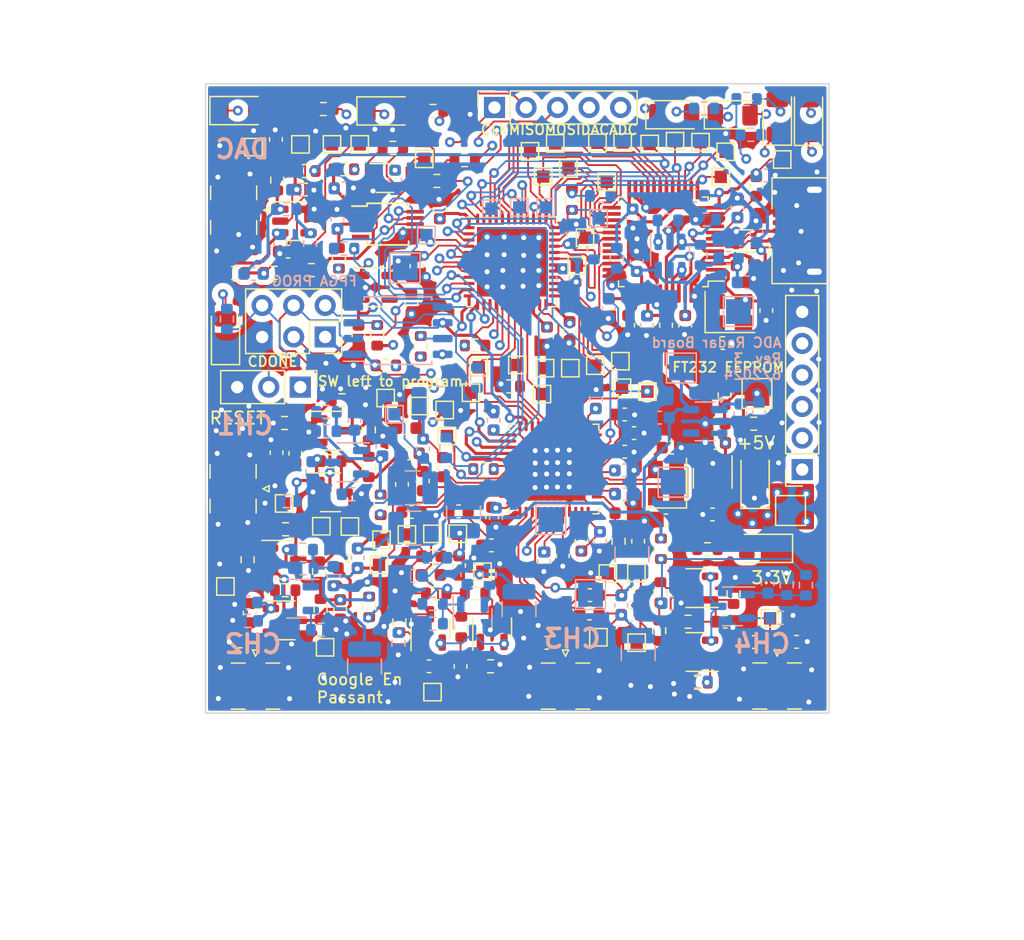
<source format=kicad_pcb>
(kicad_pcb (version 20240108) (generator "pcbnew") (generator_version "8.0")
  (layers (0 "F.Cu" signal) (1 "In1.Cu" signal) (2 "In2.Cu" signal) (3 "In3.Cu" signal) (4 "In4.Cu" signal) (31 "B.Cu" signal) (34 "B.Paste" user) (35 "F.Paste" user) (36 "B.SilkS" user "B.Silkscreen") (37 "F.SilkS" user "F.Silkscreen") (38 "B.Mask" user) (39 "F.Mask" user) (44 "Edge.Cuts" user))
  (net 0 "")
  (net 1 "+3.3V")
  (net 2 "GND")
  (net 3 "+1V2")
  (net 4 "Net-(U5-VREGIN)")
  (net 5 "+5V")
  (net 6 "/USB/RESET")
  (net 7 "Net-(U5-VPLL)")
  (net 8 "Net-(U5-VPHY)")
  (net 9 "/USB/XCSI")
  (net 10 "/USB/XCSO")
  (net 11 "/ADAR/input1/IN")
  (net 12 "Net-(Q1-B)")
  (net 13 "Net-(Q2-B)")
  (net 14 "/ADAR/input1/out1")
  (net 15 "/ADAR/input1/OUT1")
  (net 16 "/ADAR/input1/out2")
  (net 17 "/ADAR/input1/OUT2")
  (net 18 "Net-(Q3-B)")
  (net 19 "/ADAR/input2/IN")
  (net 20 "Net-(Q4-B)")
  (net 21 "Net-(Q5-B)")
  (net 22 "/ADAR/input2/out1")
  (net 23 "/ADAR/input2/OUT1")
  (net 24 "/ADAR/input2/out2")
  (net 25 "/ADAR/input2/OUT2")
  (net 26 "Net-(Q6-B)")
  (net 27 "Net-(U10-EN)")
  (net 28 "/ADAR/XIN")
  (net 29 "/ADAR/XOUT")
  (net 30 "Net-(IC1-CM)")
  (net 31 "Net-(IC1-BIASN)")
  (net 32 "Net-(IC1-BIASP)")
  (net 33 "Net-(IC1-PLLFILT)")
  (net 34 "/ADAR/DVDD")
  (net 35 "Net-(C63-Pad1)")
  (net 36 "/ADAR/input/IN")
  (net 37 "Net-(Q7-B)")
  (net 38 "Net-(Q8-B)")
  (net 39 "/ADAR/input/out1")
  (net 40 "/ADAR/input/OUT1")
  (net 41 "/ADAR/input/out2")
  (net 42 "/ADAR/input/OUT2")
  (net 43 "Net-(Q9-B)")
  (net 44 "Net-(IC2-VREF0)")
  (net 45 "Net-(IC2-VDD)")
  (net 46 "Net-(U9-V+)")
  (net 47 "Net-(U9-+)")
  (net 48 "Net-(C84-Pad1)")
  (net 49 "Net-(J8-In)")
  (net 50 "/ADAR/input3/IN")
  (net 51 "Net-(Q10-B)")
  (net 52 "Net-(Q11-B)")
  (net 53 "/ADAR/input3/out1")
  (net 54 "/ADAR/input3/OUT1")
  (net 55 "/ADAR/input3/out2")
  (net 56 "/ADAR/input3/OUT2")
  (net 57 "Net-(Q12-B)")
  (net 58 "/CDONE")
  (net 59 "Net-(D2-A)")
  (net 60 "Net-(IC1-AUXIN1)")
  (net 61 "Net-(IC1-AUXIN2)")
  (net 62 "/DATA_READY")
  (net 63 "/DOUT0")
  (net 64 "/DOUT1")
  (net 65 "/DOUT2")
  (net 66 "/ADAR/DOUT3")
  (net 67 "/ADAR/DOUT4")
  (net 68 "/DOUT5")
  (net 69 "/DOUT6")
  (net 70 "/DOUT7")
  (net 71 "/SCLK_ADC")
  (net 72 "/CNV_ST")
  (net 73 "/ADAR/SPI_MISO")
  (net 74 "/ADAR/SPI_MOSI")
  (net 75 "/ADAR/SPI_CLK")
  (net 76 "/SS_ADC")
  (net 77 "Net-(IC1-~{FAULT})")
  (net 78 "/ADC_RESET")
  (net 79 "Net-(IC2-VOUT0)")
  (net 81 "/FLASH_SS")
  (net 82 "/FLASH_CLK")
  (net 83 "/FLASH_SO")
  (net 84 "/FLASH_SI")
  (net 85 "/CRESET")
  (net 86 "/USB/EEDI")
  (net 87 "/USB/EEDO")
  (net 88 "/USB/EECLK")
  (net 89 "/USB/EECS")
  (net 90 "/USB/DM")
  (net 91 "/USB/DP")
  (net 93 "Net-(Q1-E)")
  (net 94 "Net-(Q10-E)")
  (net 95 "Net-(Q11-E)")
  (net 96 "Net-(U3-IO3)")
  (net 97 "Net-(U3-IO2)")
  (net 98 "Net-(U5-REF)")
  (net 100 "SIWU")
  (net 101 "CLKOUT")
  (net 102 "OE")
  (net 103 "D0")
  (net 104 "D1")
  (net 105 "D2")
  (net 106 "D3")
  (net 107 "D4")
  (net 108 "D5")
  (net 109 "D6")
  (net 110 "D7")
  (net 111 "RXF")
  (net 112 "TXE")
  (net 113 "RD")
  (net 114 "WR")
  (net 120 "/USB/VCCIO")
  (net 121 "/USB/VCORE")
  (net 122 "/USB/VCCA")
  (net 123 "Net-(C6-Pad2)")
  (net 124 "Net-(C7-Pad2)")
  (net 125 "Net-(C8-Pad2)")
  (net 126 "Net-(U9--)")
  (net 127 "Net-(IC2-~{CS})")
  (net 128 "Net-(C5-Pad2)")
  (net 129 "Net-(Q10-C)")
  (net 130 "Net-(Q11-C)")
  (net 131 "Net-(Q12-C)")
  (net 132 "Net-(Q9-E)")
  (net 133 "Net-(Q12-E)")
  (net 134 "Net-(D5-A)")
  (net 135 "Net-(C32-Pad1)")
  (net 136 "Net-(C84-Pad2)")
  (net 137 "/LED_PIN1")
  (net 138 "Net-(IC1-SPI_MISO)")
  (net 139 "Net-(IC2-SDO)")
  (net 140 "Net-(C30-Pad2)")
  (net 141 "Net-(C31-Pad2)")
  (net 142 "Net-(C37-Pad2)")
  (net 143 "Net-(C100-Pad1)")
  (net 144 "Net-(C72-Pad2)")
  (net 145 "Net-(C101-Pad1)")
  (net 146 "Net-(C87-Pad2)")
  (net 147 "Net-(C102-Pad1)")
  (net 148 "Net-(D3-A)")
  (net 149 "/LED1")
  (net 150 "Net-(D4-A)")
  (net 151 "/LED2")
  (net 152 "Net-(D6-A)")
  (net 153 "/LED3")
  (net 154 "Net-(D7-A)")
  (net 155 "Net-(D8-A)")
  (net 156 "Net-(U5-ACBUS4)")
  (net 157 "Net-(D9-K)")
  (net 158 "/DAC/CS")
  (net 159 "4.5V")
  (footprint "Resistor_SMD:R_0603_1608Metric" (layer "F.Cu") (at 65.315 85.5 180)
    (property "Reference" "R41" (hide yes))
    (property "Value" "1k")
  )
  (footprint "Capacitor_SMD:C_0603_1608Metric" (layer "F.Cu") (at 79.325 83.505 -90)
    (property "Reference" "C40" (hide yes))
    (property "Value" "39p")
  )
  (footprint "Resistor_SMD:R_0603_1608Metric" (layer "F.Cu") (at 73.995 49.86)
    (property "Reference" "R76" (hide yes))
    (property "Value" "DNP")
  )
  (footprint "Resistor_SMD:R_0603_1608Metric" (layer "F.Cu") (at 77.2282 46.8884 180)
    (property "Reference" "R72" (hide yes))
    (property "Value" "200")
  )
  (footprint "Capacitor_SMD:C_0603_1608Metric" (layer "F.Cu") (at 70.0402 53.1118)
    (property "Reference" "C80" (hide yes))
    (property "Value" "0.1u")
  )
  (footprint "TestPoint:TestPoint_Pad_1.0x1.0mm" (layer "F.Cu") (at 105.3592 50.8)
    (property "Reference" "TP67" (hide yes))
    (property "Value" "TestPoint_Small")
  )
  (footprint "Resistor_SMD:R_0603_1608Metric" (layer "F.Cu") (at 81.2942 75.7428)
    (property "Reference" "R33" (hide yes))
    (property "Value" "10k")
  )
  (footprint "Capacitor_SMD:C_0603_1608Metric" (layer "F.Cu") (at 70.355 83.72)
    (property "Reference" "C73" (hide yes))
    (property "Value" "150p")
  )
  (footprint "TestPoint:TestPoint_Pad_1.0x1.0mm" (layer "F.Cu") (at 79.23 80.95)
    (property "Reference" "TP9" (hide yes))
    (property "Value" "TestPoint")
  )
  (footprint "TestPoint:TestPoint_Pad_1.0x1.0mm" (layer "F.Cu") (at 65.23 78.51 90)
    (property "Reference" "TP1" (hide yes))
    (property "Value" "TestPoint")
  )
  (footprint "Capacitor_SMD:C_0603_1608Metric" (layer "F.Cu") (at 96.4692 74.0156 180)
    (property "Reference" "C52" (hide yes))
    (property "Value" "10p")
  )
  (footprint "Connector_Coaxial:SMA_Samtec_SMA-J-P-X-ST-EM1_EdgeMount" (layer "F.Cu") (at 87.9 93.08)
    (property "Reference" "J5" (hide yes))
    (property "Value" "Conn_Coaxial")
  )
  (footprint "Capacitor_SMD:C_0603_1608Metric" (layer "F.Cu") (at 102.44 59.32)
    (property "Reference" "C21" (hide yes))
    (property "Value" "100n")
  )
  (footprint "Resistor_SMD:R_0603_1608Metric" (layer "F.Cu") (at 73.01 78.625 90)
    (property "Reference" "R31" (hide yes))
    (property "Value" "22")
  )
  (footprint "Capacitor_SMD:C_0603_1608Metric" (layer "F.Cu") (at 93.4212 72.8472)
    (property "Reference" "C64" (hide yes))
    (property "Value" "100n")
  )
  (footprint "Package_TO_SOT_SMD:SOT-23-3" (layer "F.Cu") (at 68.9725 77.61)
    (property "Reference" "Q5" (hide yes))
    (property "Value" "MMBTH10")
  )
  (footprint "Resistor_SMD:R_0603_1608Metric" (layer "F.Cu") (at 64.68 52.465 90)
    (property "Reference" "R69" (hide yes))
    (property "Value" "200")
  )
  (footprint "TestPoint:TestPoint_Pad_1.0x1.0mm" (layer "F.Cu") (at 104.38 87.77 -90)
    (property "Reference" "TP22" (hide yes))
    (property "Value" "TestPoint")
  )
  (footprint "Package_TO_SOT_SMD:SOT-23-3" (layer "F.Cu") (at 65.305 87.93)
    (property "Reference" "Q7" (hide yes))
    (property "Value" "MMBTH10")
  )
  (footprint "TestPoint:TestPoint_Pad_1.0x1.0mm" (layer "F.Cu") (at 92.456 69.1896)
    (property "Reference" "TP38" (hide yes))
    (property "Value" "TestPoint_Small")
  )
  (footprint "Resistor_SMD:R_0603_1608Metric" (layer "F.Cu") (at 64.435 59.93 180)
    (property "Reference" "R46" (hide yes))
    (property "Value" "6.2k")
  )
  (footprint "Package_TO_SOT_SMD:SOT-23-3" (layer "F.Cu") (at 98.41 85.33 180)
    (property "Reference" "Q8" (hide yes))
    (property "Value" "MMBTH10")
  )
  (footprint "Capacitor_SMD:C_0603_1608Metric" (layer "F.Cu") (at 74.7268 76.975 90)
    (property "Reference" "C97" (hide yes))
    (property "Value" "100n")
  )
  (footprint "Package_DFN_QFN:QFN-48-1EP_7x7mm_P0.5mm_EP5.6x5.6mm" (layer "F.Cu") (at 83.57 59.04)
    (property "Reference" "U2" (hide yes))
    (property "Value" "ICE5LP1K-SG48")
  )
  (footprint "Capacitor_SMD:C_0603_1608Metric" (layer "F.Cu") (at 100.575 65.59)
    (property "Reference" "C23" (hide yes))
    (property "Value" "10p")
  )
  (footprint "Capacitor_SMD:C_0603_1608Metric" (layer "F.Cu") (at 88.23 64.64 -90)
    (property "Reference" "C2" (hide yes))
    (property "Value" "100n")
  )
  (footprint "LED_SMD:LED_1206_3216Metric" (layer "F.Cu") (at 61.54 46.86)
    (property "Reference" "D3" (hide yes))
    (property "Value" "LED")
  )
  (footprint "TestPoint:TestPoint_Pad_1.0x1.0mm" (layer "F.Cu") (at 88.81 59.35)
    (property "Reference" "TP52" (hide yes))
    (property "Value" "TestPoint_Small")
  )
  (footprint "Resistor_SMD:R_0603_1608Metric" (layer "F.Cu") (at 95.55 85.68 90)
    (property "Reference" "R54" (hide yes))
    (property "Value" "620")
  )
  (footprint "Package_TO_SOT_SMD:SOT-23-3" (layer "F.Cu") (at 98.4125 90.48 180)
    (property "Reference" "Q4" (hide yes))
    (property "Value" "MMBTH10")
  )
  (footprint "Capacitor_SMD:C_0603_1608Metric" (layer "F.Cu") (at 82.0942 71.8316 90)
    (property "Reference" "C69" (hide yes))
    (property "Value" "100n")
  )
  (footprint "Resistor_SMD:R_0603_1608Metric" (layer "F.Cu") (at 83.41 69.08)
    (property "Reference" "R6" (hide yes))
    (property "Value" "DNP")
  )
  (footprint "Capacitor_SMD:C_0603_1608Metric" (layer "F.Cu") (at 69.75 87.045 90)
    (property "Reference" "C7" (hide yes))
    (property "Value" "10u")
  )
  (footprint "TestPoint:TestPoint_Pad_1.0x1.0mm" (layer "F.Cu") (at 92.32 67.05)
    (property "Reference" "TP37" (hide yes))
    (property "Value" "TestPoint_Small")
  )
  (footprint "TestPoint:TestPoint_Pad_1.0x1.0mm" (layer "F.Cu") (at 98.7806 49.403)
    (property "Reference" "TP41" (hide yes))
    (property "Value" "TestPoint_Small")
  )
  (footprint "Capacitor_SMD:C_0603_1608Metric" (layer "F.Cu") (at 99.7458 79.4004 180)
    (property "Reference" "C44" (hide yes))
    (property "Value" "1u")
  )
  (footprint "Capacitor_SMD:C_0603_1608Metric" (layer "F.Cu") (at 93.7518 81.5562 90)
    (property "Reference" "C63" (hide yes))
    (property "Value" "5.6n")
  )
  (footprint "LED_SMD:LED_1206_3216Metric" (layer "F.Cu") (at 101.37 47.194)
    (property "Reference" "D6" (hide yes))
    (property "Value" "DNP")
  )
  (footprint "Resistor_SMD:R_0603_1608Metric" (layer "F.Cu") (at 69.02 75.1 180)
    (property "Reference" "R19" (hide yes))
    (property "Value" "1k")
  )
  (footprint "Capacitor_SMD:C_0603_1608Metric" (layer "F.Cu") (at 75.4888 62.4462 -90)
    (property "Reference" "C10" (hide yes))
    (property "Value" "10u")
  )
  (footprint "Capacitor_SMD:C_0603_1608Metric" (layer "F.Cu") (at 90.6692 81.5566 -90)
    (property "Reference" "C59" (hide yes))
    (property "Value" "100n")
  )
  (footprint "Capacitor_SMD:C_0603_1608Metric" (layer "F.Cu") (at 92.672 79.2964)
    (property "Reference" "C61" (hide yes))
    (property "Value" "390p")
  )
  (footprint "Resistor_SMD:R_0603_1608Metric" (layer "F.Cu") (at 79.505 88.465 -90)
    (property "Reference" "R28" (hide yes))
    (property "Value" "1k")
  )
  (footprint "TestPoint:TestPoint_Pad_1.0x1.0mm" (layer "F.Cu") (at 92.5068 49.4284)
    (property "Reference" "TP44" (hide yes))
    (property "Value" "TestPoint_Small")
  )
  (footprint "TestPoint:TestPoint_Pad_1.0x1.0mm" (layer "F.Cu") (at 60.5 85.2 90)
    (property "Reference" "TP17" (hide yes))
    (property "Value" "TestPoint")
  )
  (footprint "Capacitor_SMD:C_0603_1608Metric" (layer "F.Cu") (at 66.9544 53.22)
    (property "Reference" "C82" (hide yes))
    (property "Value" "0.1u")
  )
  (footprint "TestPoint:TestPoint_Pad_1.0x1.0mm" (layer "F.Cu") (at 91.31 84.16 -90)
    (property "Reference" "TP26" (hide yes))
    (property "Value" "TestPoint")
  )
  (footprint "Capacitor_SMD:C_0603_1608Metric" (layer "F.Cu") (at 90.34 70.07 90)
    (property "Reference" "C68" (hide yes))
    (property "Value" "100n")
  )
  (footprint "TestPoint:TestPoint_Pad_1.0x1.0mm" (layer "F.Cu") (at 89.474 57.1)
    (property "Reference" "TP27" (hide yes))
    (property "Value" "TestPoint_Small")
  )
  (footprint "Capacitor_SMD:C_0603_1608Metric" (layer "F.Cu") (at 79.445 91.64 -90)
    (property "Reference" "C41" (hide yes))
    (property "Value" "10u")
  )
  (footprint "TestPoint:TestPoint_Pad_1.0x1.0mm" (layer "F.Cu") (at 85.0392 50.1396)
    (property "Reference" "TP47" (hide yes))
    (property "Value" "TestPoint_Small")
  )
  (footprint "Capacitor_SMD:C_0603_1608Metric" (layer "F.Cu") (at 86.4108 65.0748 -90)
    (property "Reference" "C3" (hide yes))
    (property "Value" "100n")
  )
  (footprint "TestPoint:TestPoint_Pad_1.0x1.0mm" (layer "F.Cu") (at 75.12 81.01)
    (property "Reference" "TP7" (hide yes))
    (property "Value" "TestPoint")
  )
  (footprint "TestPoint:TestPoint_Pad_1.0x1.0mm" (layer "F.Cu") (at 76.1492 70.6628 90)
    (property "Reference" "TP4" (hide yes))
    (property "Value" "TestPoint")
  )
  (footprint "Capacitor_SMD:C_0603_1608Metric" (layer "F.Cu") (at 92.6722 71.3444)
    (property "Reference" "C62" (hide yes))
    (property "Value" "10u")
  )
  (footprint "TestPoint:TestPoint_Pad_1.0x1.0mm" (layer "F.Cu") (at 86.106 52.1716)
    (property "Reference" "TP48" (hide yes))
    (property "Value" "TestPoint_Small")
  )
  (footprint "Resistor_SMD:R_0603_1608Metric" (layer "F.Cu") (at 76.24 65.845 -90)
    (property "Reference" "R2" (hide yes))
    (property "Value" "10k")
  )
  (footprint "Connector_PinSocket_2.54mm:PinSocket_1x06_P2.54mm_Vertical" (layer "F.Cu") (at 106.97 75.78 180)
    (property "Reference" "J2" (hide yes))
    (property "Value" "Conn_01x06_Pin")
  )
  (footprint "Resistor_SMD:R_0603_1608Metric" (layer "F.Cu") (at 77.48 85.75 180)
    (property "Reference" "R23" (hide yes))
    (property "Value" "620")
  )
  (footprint "Capacitor_SMD:C_0603_1608Metric" (layer "F.Cu") (at 81.9274 81.8896)
    (property "Reference" "C100" (hide yes))
    (property "Value" "100n")
  )
  (footprint "Resistor_SMD:R_0603_1608Metric" (layer "F.Cu") (at 79.775 50.85)
    (property "Reference" "R78" (hide yes))
    (property "Value" "DNP")
  )
  (footprint "Capacitor_SMD:C_0603_1608Metric" (layer "F.Cu") (at 61.69 89.63)
    (property "Reference" "C93" (hide yes))
    (property "Value" "100p")
  )
  (footprint "Capacitor_SMD:C_0603_1608Metric" (layer "F.Cu") (at 106.515 89.66 180)
    (property "Reference" "C94" (hide yes))
    (property "Value" "100p")
  )
  (footprint "Capacitor_SMD:C_0603_1608Metric" (layer "F.Cu") (at 100.775 88.04)
    (property "Reference" "C91" (hide yes))
    (property "Value" "10u")
  )
  (footprint "TestPoint:TestPoint_Pad_1.0x1.0mm" (layer "F.Cu") (at 73.08 81.43 90)
    (property "Reference" "TP20" (hide yes))
    (property "Value" "TestPoint")
  )
  (footprint "TestPoint:TestPoint_Pad_1.0x1.0mm" (layer "F.Cu") (at 86.0044 69.6976)
    (property "Reference" "TP33" (hide yes))
    (property "Value" "TestPoint_Small")
  )
  (footprint "Resistor_SMD:R_0603_1608Metric" (layer "F.Cu") (at 65.345 80.59 180)
    (property "Reference" "R34" (hide yes))
    (property "Value" "1k")
  )
  (footprint "Capacitor_SMD:C_0603_1608Metric" (layer "F.Cu") (at 64.57 49.185 90)
    (property "Reference" "C39" (hide yes))
    (property "Value" "15n")
  )
  (footprint "Connector_Coaxial:SMA_Samtec_SMA-J-P-X-ST-EM1_EdgeMount" (layer "F.Cu") (at 61.2648 77.325 -90)
    (property "Reference" "J7" (hide yes))
    (property "Value" "Conn_Coaxial")
  )
  (footprint "Resistor_SMD:R_0603_1608Metric" (layer "F.Cu") (at 72.05 72.585 90)
    (property "Reference" "R14" (hide yes))
    (property "Value" "620")
  )
  (footprint "Capacitor_SMD:C_0603_1608Metric" (layer "F.Cu") (at 95.9858 79.8728)
    (property "Reference" "C49" (hide yes))
    (property "Value" "10p")
  )
  (footprint "Capacitor_SMD:C_0603_1608Metric" (layer "F.Cu") (at 77.1 82.76)
    (property "Reference" "C37" (hide yes))
    (property "Value" "150p")
  )
  (footprint "Resistor_SMD:R_0603_1608Metric" (layer "F.Cu") (at 69.6468 58.7634 90)
    (property "Reference" "R43" (hide yes))
    (property "Value" "DNP")
  )
  (footprint "TestPoint:TestPoint_Pad_1.0x1.0mm" (layer "F.Cu") (at 78.17 70.98)
    (property "Reference" "TP53" (hide yes))
    (property "Value" "TestPoint_Small")
  )
  (footprint "TestPoint:TestPoint_Pad_1.0x1.0mm" (layer "F.Cu") (at 76.52 50.75)
    (property "Reference" "TP62" (hide yes))
    (property "Value" "TestPoint_Small")
  )
  (footprint "TestPoint:TestPoint_Pad_1.0x1.0mm" (layer "F.Cu") (at 68.53 90.1 -90)
    (property "Reference" "TP19" (hide yes))
    (property "Value" "TestPoint")
  )
  (footprint "Package_TO_SOT_SMD:SOT-553" (layer "F.Cu") (at 102.35 57.37 180)
    (property "Reference" "U7" (hide yes))
    (property "Value" "TPD2E001DRLRG4")
  )
  (footprint "TestPoint:TestPoint_Pad_1.0x1.0mm" (layer "F.Cu") (at 66.548 49.5808)
    (property "Reference" "TP64" (hide yes))
    (property "Value" "TestPoint_Small")
  )
  (footprint "Capacitor_SMD:C_0603_1608Metric" (layer "F.Cu") (at 75.8952 59.3852 -90)
    (property "Reference" "C46" (hide yes))
    (property "Value" "1u")
  )
  (footprint "Resistor_SMD:R_0603_1608Metric" (layer "F.Cu") (at 103.061 72.0852)
    (property "Reference" "R30" (hide yes))
    (property "Value" "200")
  )
  (footprint "Connector_PinSocket_2.54mm:PinSocket_1x05_P2.54mm_Vertical" (layer "F.Cu") (at 82.18 46.61 90)
    (property "Reference" "J9" (hide yes))
    (property "Value" "Conn_01x05_Socket")
  )
  (footprint "Resistor_SMD:R_0603_1608Metric" (layer "F.Cu") (at 77.536 52.528 180)
    (property "Reference" "R77" (hide yes))
    (property "Value" "DNP")
  )
  (footprint "Resistor_SMD:R_0603_1608Metric" (layer "F.Cu") (at 67.43 59.71 180)
    (property "Reference" "R68" (hide yes))
    (property "Value" "470")
  )
  (footprint "Capacitor_SMD:C_0603_1608Metric" (layer "F.Cu") (at 87.6808 82.7402 -90)
    (property "Reference" "C57" (hide yes))
    (property "Value" "470n")
  )
  (footprint "Capacitor_SMD:C_0603_1608Metric" (layer "F.Cu") (at 92.945 64.145 -90)
    (property "Reference" "C14" (hide yes))
    (property "Value" "100n")
  )
  (footprint "Resistor_SMD:R_0603_1608Metric" (layer "F.Cu") (at 98.532 92.95)
    (property "Reference" "R48" (hide yes))
    (property "Value" "1k")
  )
  (footprint "Capacitor_SMD:C_0603_1608Metric" (layer "F.Cu") (at 92.6722 74.3444)
    (property "Reference" "C65" (hide yes))
    (property "Value" "100n")
  )
  (footprint "LED_SMD:LED_1206_3216Metric" (layer "F.Cu") (at 96.66 47.194)
    (property "Reference" "D7" (hide yes))
    (property "Value" "DNP")
  )
  (footprint "Resistor_SMD:R_0603_1608Metric" (layer "F.Cu") (at 97.775 88.04)
    (property "Reference" "R55" (hide yes))
    (property "Value" "1k")
  )
  (footprint "Capacitor_SMD:C_0603_1608Metric" (layer "F.Cu") (at 93.155 87.48 180)
    (property "Reference" "C87" (hide yes))
    (property "Value" "150p")
  )
  (footprint "TestPoint:TestPoint_Pad_1.0x1.0mm" (layer "F.Cu") (at 73.41 70.02 -90)
    (property "Reference" "TP2" (hide yes))
    (property "Value" "TestPoint")
  )
  (footprint "TestPoint:TestPoint_Pad_1.0x1.0mm" (layer "F.Cu") (at 77.185 93.71)
    (property "Reference" "TP6" (hide yes))
    (property "Value" "TestPoint")
  )
  (footprint "TestPoint:TestPoint_Pad_1.0x1.0mm" (layer "F.Cu") (at 90.55 89.29 -90)
    (property "Reference" "TP25" (hide yes))
    (property "Value" "TestPoint")
  )
  (footprint "Package_TO_SOT_SMD:SOT-23-5" (layer "F.Cu") (at 99.761 76.4849 -90)
    (property "Reference" "U6" (hide yes))
    (property "Value" "LP5907MFX-3.3")
  )
  (footprint "TestPoint:TestPoint_Pad_1.0x1.0mm" (layer "F.Cu") (at 68.23 80.35 -90)
    (property "Reference" "TP18" (hide yes))
    (property "Value" "TestPoint")
  )
  (footprint "TestPoint:TestPoint_Pad_1.0x1.0mm" (layer "F.Cu") (at 71.3232 49.5808)
    (property "Reference" "TP66" (hide yes))
    (property "Value" "TestPoint_Small")
  )
  (footprint "Resistor_SMD:R_0603_1608Metric" (layer "F.Cu") (at 68.389 46.736 180)
    (property "Reference" "R65" (hide yes))
    (property "Value" "1k")
  )
  (footprint "TestPoint:TestPoint_Pad_1.0x1.0mm" (layer "F.Cu") (at 70.53 80.37 -90)
    (property "Reference" "TP3" (hide yes))
    (property "Value" "TestPoint")
  )
  (footprint "TestPoint:TestPoint_Pad_1.0x1.0mm" (layer "F.Cu") (at 88.138 51.5112)
    (property "Reference" "TP49" (hide yes))
    (property "Value" "TestPoint_Small")
  )
  (footprint "Resistor_SMD:R_0603_1608Metric" (layer "F.Cu") (at 62.29 83.05 -90)
    (property "Reference" "R35" (hide yes))
    (property "Value" "2k")
  )
  (footprint "Resistor_SMD:R_0603_1608Metric" (layer "F.Cu") (at 80.615 85.75)
    (property "Reference" "R27" (hide yes))
    (property "Value" "620")
  )
  (footprint "Crystal:Crystal_SMD_3225-4Pin_3.2x2.5mm" (layer "F.Cu") (at 101.145 63.095)
    (property "Reference" "Y1" (hide yes))
    (property "Value" "12MHz")
  )
  (footprint "Resistor_SMD:R_0603_1608Metric" (layer "F.Cu") (at 73.425 67.39)
    (property "Reference" "R4" (hide yes))
    (property "Value" "10k")
  )
  (footprint "Capacitor_SMD:C_0603_1608Metric" (layer "F.Cu") (at 71.2216 64.9224 -90)
    (property "Reference" "C11" (hide yes))
    (property "Value" "10u")
  )
  (footprint "TestPoint:TestPoint_Pad_2.0x2.0mm" (layer "F.Cu") (at 103.3272 69.6468 -90)
    (property "Reference" "TP11" (hide yes))
    (property "Value" "TestPoint")
  )
  (footprint "Capacitor_SMD:C_0603_1608Metric" (layer "F.Cu") (at 76.9 91.63 180)
    (property "Reference" "C35" (hide yes))
    (property "Value" "10u")
  )
  (footprint "Resistor_SMD:R_0603_1608Metric" (layer "F.Cu") (at 72.08 86.845 90)
    (property "Reference" "R58" (hide yes))
    (property "Value" "22")
  )
  (footprint "Resistor_SMD:R_0603_1608Metric" (layer "F.Cu") (at 68.165 87.04 -90)
    (property "Reference" "R40" (hide yes))
    (property "Value" "620")
  )
  (footprint "LED_SMD:LED_1206_3216Metric" (layer "F.Cu") (at 103.1748 76.6288 90)
    (property "Reference" "D2" (hide yes))
    (property "Value" "LED")
  )
  (footprint "Resistor_SMD:R_0603_1608Metric" (layer "F.Cu") (at 65.275 72.03 180)
    (property "Reference" "R13" (hide yes))
    (property "Value" "2k")
  )
  (footprint "LED_SMD:LED_1206_3216Metric" (layer "F.Cu") (at 107.48 47.38 90)
    (property "Reference" "D9" (hide yes))
    (property "Value" "DNP")
  )
  (footprint "LED_SMD:LED_1206_3216Metric" (layer "F.Cu") (at 73.3776 46.8884)
    (property "Reference" "D8" (hide yes))
    (property "Value" "LED")
  )
  (footprint "TestPoint:TestPoint_Pad_1.0x1.0mm" (layer "F.Cu") (at 69.088 49.5808)
    (property "Reference" "TP65" (hide yes))
    (property "Value" "TestPoint_Small")
  )
  (footprint "Resistor_SMD:R_0603_1608Metric" (layer "F.Cu") (at 95.59 82.165 -90)
    (property "Reference" "R59" (hide yes))
    (property "Value" "22")
  )
  (footprint "Capacitor_SMD:C_0603_1608Metric" (layer "F.Cu") (at 86.2076 83.1974 -90)
    (property "Reference" "C58" (hide yes))
    (property "Value" "100n")
  )
  (footprint "Resistor_SMD:R_0603_1608Metric" (layer "F.Cu") (at 70.0402 51.5868 180)
    (property "Reference" "R44" (hide yes))
    (property "Value" "100")
  )
  (footprint "Capacitor_SMD:C_0603_1608Metric" (layer "F.Cu") (at 91.38 62.785 -90)
    (property "Reference" "C17" (hide yes))
    (property "Value" "100n")
  )
  (footprint "TestPoint:TestPoint_Pad_1.0x1.0mm" (layer "F.Cu") (at 88.2904 67.6148)
    (property "Reference" "TP35" (hide yes))
    (property "Value" "TestPoint_Small")
  )
  (footprint "Capacitor_SMD:C_0603_1608Metric" (layer "F.Cu") (at 89.8274 87.376 180)
    (property "Reference" "C98" (hide yes))
    (property "Value" "100n")
  )
  (footprint "TestPoint:TestPoint_Pad_1.0x1.0mm" (layer "F.Cu") (at 90.3 67.41)
    (property "Reference" "TP36" (hide yes))
    (property "Value" "TestPoint_Small")
  )
  (footprint "TestPoint:TestPoint_Pad_1.0x1.0mm" (layer "F.Cu") (at 77.18 80.96)
    (property "Reference" "TP8" (hide yes))
    (property "Value" "TestPoint")
  )
  (footprint "Capacitor_SMD:C_0603_1608Metric" (layer "F.Cu") (at 92.6722 75.8444)
    (property "Reference" "C54" (hide yes))
    (property "Value" "100n")
  )
  (footprint "TestPoint:TestPoint_Pad_1.0x1.0mm" (layer "F.Cu") (at 84.02 67.35)
    (property "Reference" "TP32" (hide yes))
    (property "Value" "TestPoint_Small")
  )
  (footprint "Capacitor_SMD:C_0603_1608Metric" (layer "F.Cu") (at 81.99 79.595 -90)
    (property "Reference" "C48" (hide yes))
    (property "Value" "100n")
  )
  (footprint "Package_TO_SOT_SMD:SOT-23-3" (layer "F.Cu") (at 81.995 88.5325 90)
    (property "Reference" "Q6" (hide yes))
    (property "Value" "MMBTH10")
  )
  (footprint "Package_TO_SOT_SMD:SOT-23-3" (layer "F.Cu") (at 65.235 83.05)
    (property "Reference" "Q3" (hide yes))
    (property "Value" "MMBTH10")
  )
  (footprint "TestPoint:TestPoint_Pad_1.0x1.0mm" (layer "F.Cu") (at 91.225 52.6)
    (property "Reference" "TP50" (hide yes))
    (property "Value" "TestPoint_Small")
  )
  (footprint "Capacitor_SMD:C_0603_1608Metric" (layer "F.Cu") (at 89.8652 85.9028 180)
    (property "Reference" "C102" (hide yes))
    (property "Value" "100n")
  )
  (footprint "Package_TO_SOT_SMD:SOT-23-5" (layer "F.Cu") (at 66.0653 55.7638)
    (property "Reference" "U9" (hide yes))
    (property "Value" "MCP6291R")
  )
  (footprint "TestPoint:TestPoint_Pad_1.0x1.0mm" (layer "F.Cu") (at 93.63 89.73 90)
    (property "Reference" "TP23" (hide yes))
    (property "Value" "TestPoint")
  )
  (footprint "Capacitor_SMD:C_0603_1608Metric" (layer "F.Cu") (at 104.08 62.975 -90)
    (property "Reference" "C24" (hide yes))
    (property "Value" "10p")
  )
  (footprint "Resistor_SMD:R_0603_1608Metric" (layer "F.Cu") (at 88.42 54.035 -90)
    (property "Reference" "R74" (hide yes))
    (property "Value" "0")
  )
  (footprint "TestPoint:TestPoint_Pad_1.0x1.0mm" (layer "F.Cu") (at 80.28 69.59)
    (property "Reference" "TP13" (hide yes))
    (property "Value" "TestPoint_Small")
  )
  (footprint "Resistor_SMD:R_0603_1608Metric" (layer "F.Cu") (at 72.05 75.575 -90)
    (property "Reference" "R18" (hide yes))
    (property "Value" "620")
  )
  (footprint "Capacitor_SMD:C_0603_1608Metric" (layer "F.Cu") (at 66.14 74.475 90)
    (property "Reference" "C28" (hide yes))
    (property "Value" "10u")
  )
  (footprint "Capacitor_SMD:C_0603_1608Metric" (layer "F.Cu") (at 97.545 64.145 -90)
    (property "Reference" "C27" (hide yes))
    (property "Value" "100n")
  )
  (footprint "TestPoint:TestPoint_Pad_1.0x1.0mm" (layer "F.Cu") (at 100.8 50.18)
    (property "Reference" "TP40" (hide yes))
    (property "Value" "TestPoint_Small")
  )
  (footprint "Resistor_SMD:R_0603_1608Metric" (layer "F.Cu") (at 72.73 64.965 -90)
    (property "Reference" "R5" (hide yes))
    (property "Value" "10k")
  )
  (footprint "Capacitor_SMD:C_0603_1608Metric" (layer "F.Cu") (at 94.48 64.165 -90)
    (property "Reference" "C16" (hide yes))
    (property "Value" "100n")
  )
  (footprint "Package_SO:MSOP-10_3x3mm_P0.5mm" (layer "F.Cu") (at 73.5884 56.0072)
    (property "Reference" "IC2" (hide yes))
    (property "Value" "MCP48FVB21-E_UN")
  )
  (footprint "Package_TO_SOT_SMD:SOT-23-5" (layer "F.Cu") (at 72.5932 61.0972)
    (property "Reference" "U8" (hide yes))
    (property "Value" "LP5907MFX-1.2")
  )
  (footprint "TestPoint:TestPoint_Pad_1.0x1.0mm" (layer "F.Cu") (at 72.878 83.448 90)
    (property "Reference" "TP21" (hide yes))
    (property "Value" "TestPoint")
  )
  (footprint "TestPoint:TestPoint_Pad_1.0x1.0mm" (layer "F.Cu") (at 86.2584 67.6148)
    (property "Reference" "TP34" (hide yes))
    (property "Value" "TestPoint_Small")
  )
  (footprint "TestPoint:TestPoint_Pad_1.0x1.0mm" (layer "F.Cu") (at 87.0712 49.5046)
    (property "Reference" "TP46" (hide yes))
    (property "Value" "TestPoint_Small")
  )
  (footprint "TestPoint:TestPoint_Pad_1.0x1.0mm" (layer "F.Cu") (at 100.41 52.2)
    (property "Reference" "TP39" (hide yes))
    (property "Value" "TestPoint_Small")
  )
  (footprint "TestPoint:TestPoint_Pad_1.0x1.0mm" (layer "F.Cu") (at 81.21 84.01)
    (property "Reference" "TP10" (hide yes))
    (property "Value" "TestPoint")
  )
  (footprint "Resistor_SMD:R_0603_1608Metric" (layer "F.Cu") (at 95.45 88.76 -90)
    (property "Reference" "R50" (hide yes))
    (property "Value" "620")
  )
  (footprint "Capacitor_SMD:C_0603_1608Metric" (layer "F.Cu") (at 62.46 87.35 90)
    (property "Reference" "C70" (hide yes))
    (property "Value" "10u")
  )
  (footprint "Resistor_SMD:R_0603_1608Metric" (layer "F.Cu") (at 101.44 85.785 90)
    (property "Reference" "R56" (hide yes))
    (property "Value" "2k")
  )
  (footprint "Capacitor_SMD:C_0603_1608Metric" (layer "F.Cu") (at 100.0128 73.6346 180)
    (property "Reference" "C43" (hide yes))
    (property "Value" "0.1u")
  )
  (footprint "Inductor_SMD:L_0603_1608Metric" (layer "F.Cu") (at 103.27 52.97 -90)
    (property "Reference" "FB2" (hide yes))
    (property "Value" "BLM18HE152SN1D")
  )
  (footprint "Capacitor_SMD:C_0603_1608Metric" (layer "F.Cu") (at 69.5218 55.6404 90)
    (property "Reference" "C79" (hide yes))
    (property "Value" "DNP")
  )
  (footprint "Resistor_SMD:R_0603_1608Metric" (layer "F.Cu") (at 69.89 70.2 180)
    (property "Reference" "R12" (hide yes))
    (property "Value" "1k")
  )
  (footprint "TestPoint:TestPoint_Pad_1.0x1.0mm" (layer "F.Cu") (at 96.7232 49.3268)
    (property "Reference" "TP42" (hide yes))
    (property "Value" "TestPoint_Small")
  )
  (footprint "Capacitor_SMD:C_0603_1608Metric" (layer "F.Cu") (at 101.75 54.715 90)
    (property "Reference" "C22" (hide yes))
    (property "Value" "100n")
  )
  (footprint "Package_TO_SOT_SMD:SOT-353_SC-70-5" (layer "F.Cu") (at 73.3606 52.2936)
    (property "Reference" "U1" (hide yes))
    (property "Value" "74LVC1G04")
  )
  (footprint "Package_CSP:LFCSP-48-1EP_7x7mm_P0.5mm_EP4.1x4.1mm" (layer "F.Cu") (at 86.974 75.736 90)
    (property "Reference" "IC1" (hide yes))
    (property "Value" "ADAR7251WBCSZ")
  )
  (footprint "LED_SMD:LED_1206_3216Metric" (layer "F.Cu") (at 104.97 47.36 90)
    (property "Reference" "D4" (hide yes))
    (property "Value" "DNP")
  )
  (footprint "Resistor_SMD:R_0603_1608Metric" (layer "F.Cu") (at 92.177 81.557 -90)
    (property "Reference" "R32" (hide yes))
    (property "Value" "1k")
  )
  (footprint "Resistor_SMD:R_0603_1608Metric" (layer "F.Cu") (at 74.515 88.055 -90)
    (property "Reference" "R21" (hide yes))
    (property "Value" "1k")
  )
  (footprint "Resistor_SMD:R_0603_1608Metric" (layer "F.Cu") (at 80.6196 65.786 180)
    (property "Reference" "R1" (hide yes))
    (property "Value" "10k")
  )
  (footprint "LED_SMD:LED_1206_3216Metric" (layer "F.Cu") (at 103.91 82.13 180)
    (property "Reference" "D5" (hide yes))
    (property "Value" "LED")
  )
  (footprint "Capacitor_SMD:C_0603_1608Metric" (layer "F.Cu") (at 99.9874 72.0852 180)
    (property "Reference" "C42" (hide yes))
    (property "Value" "1u")
  )
  (footprint "Capacitor_SMD:C_0603_1608Metric" (layer "F.Cu") (at 89.1798 81.5694 -90)
    (property "Reference" "C60" (hide yes))
    (property "Value" "470n")
  )
  (footprint "Connector_Coaxial:SMA_Samtec_SMA-J-P-X-ST-EM1_EdgeMount" (layer "F.Cu") (at 62.93 93.08)
    (property "Reference" "J6" (hide yes))
    (property "Value" "Conn_Coaxial")
  )
  (footprint "Capacitor_SMD:C_0603_1608Metric" (layer "F.Cu") (at 77.7748 54.8002 90)
    (property "Reference" "C1" (hide yes))
    (property "Value" "100n")
  )
  (footprint "Capacitor_SMD:C_0603_1608Metric" (layer "F.Cu") (at 75.3364 74.4728)
    (property "Reference" "C31" (hide yes))
    (property "Value" "150p")
  )
  (footprint "Package_TO_SOT_SMD:SOT-23-3" (layer "F.Cu") (at 77.015 88.5775 90)
    (property "Reference" "Q2" (hide yes))
    (property "Value" "MMBTH10")
  )
  (footprint "Capacitor_SMD:C_0603_1608Metric" (layer "F.Cu") (at 86.395 89.74)
    (property "Reference" "C92" (hide yes))
    (property "Value" "100p")
  )
  (footprint "Capacitor_SMD:C_0603_1608Metric" (layer "F.Cu") (at 93.195 85.9 180)
    (property "Reference" "C88" (hide yes))
    (property "Value" "150p")
  )
  (footprint "Package_QFP:LQFP-48_7x7mm_P0.5mm" (layer "F.Cu") (at 95.7821 57.4348 180)
    (property "Reference" "U5" (hide yes))
    (property "Value" "FT232H")
  )
  (footprint "LED_SMD:LED_1206_3216Metric" (layer "F.Cu") (at 60.51 65.04 90)
    (property "Reference" "D1" (hide yes))
    (property "Value" "LED")
  )
  (footprint "TestPoint:TestPoint_Pad_1.0x1.0mm" (layer "F.Cu") (at 80.92 67.54)
    (property "Reference" "TP31" (hide yes))
    (property "Value" "TestPoint_Small")
  )
  (footprint "Capacitor_SMD:C_0603_1608Metric" (layer "F.Cu") (at 76.4032 76.708 -90)
    (property "Reference" "C99" (hide yes))
    (property "Value" "100n")
  )
  (footprint "Capacitor_SMD:C_0603_1608Metric" (layer "F.Cu") (at 65.55 58.22 180)
    (property "Reference" "C32" (hide yes))
    (property "Value" "4.7n")
  )
  (footprint "Capacitor_SMD:C_0603_1608Metric" (layer "F.Cu") (at 77.04 84.27)
    (property "Reference" "C38" (hide yes))
    (property "Value" "150p")
  )
  (footprint "Capacitor_SMD:C_0603_1608Metric" (layer "F.Cu") (at 70.395 82.14)
    (property "Reference" "C72" (hide yes))
    (property "Value" "150p")
  )
  (footprint "Inductor_SMD:L_0603_1608Metric" (layer "F.Cu") (at 96 64.15 90)
    (property "Reference" "FB1" (hide yes))
    (property "Value" "BLM18HE152SN1D")
  )
  (footprint "Resistor_SMD:R_0603_1608Metric" (layer "F.Cu") (at 68.055 84 90)
    (property "Reference" "R36" (hide yes))
    (property "Value" "620")
  )
  (footprint "TestPoint:TestPoint_Pad_1.0x1.0mm" (layer "F.Cu") (at 78.35 73.075)
    (property "Reference" "TP57" (hide yes))
    (property "Value" "TestPoint_Small")
  )
  (footprint "TestPoint:TestPoint_Pad_1.0x1.0mm" (layer "F.Cu") (at 90.4748 49.4538)
    (property "Reference" "TP45" (hide yes))
    (property "Value" "TestPoint_Small")
  )
  (footprint "TestPoint:TestPoint_Pad_1.0x1.0mm" (layer "F.Cu") (at 62.77 49.8)
    (property "Reference" "TP63" (hide yes))
    (property "Value" "TestPoint_Small")
  )
  (footprint "Resistor_SMD:R_0603_1608Metric" (layer "F.Cu") (at 66.945 51.73 180)
    (property "Reference" "R45" (hide yes))
    (property "Value" "100")
  )
  (footprint "TestPoint:TestPoint_Pad_2.0x2.0mm" (layer "F.Cu") (at 106.03 79.08 -90)
    (property "Reference" "TP12" (hide yes))
    (property "Value" "TestPoint")
  )
  (footprint "TestPoint:TestPoint_Pad_1.0x1.0mm" (layer "F.Cu") (at 94.5 69.5)
    (property "Reference" "TP56" (hide yes))
    (property "Value" "TestPoint_Small")
  )
  (footprint "Capacitor_SMD:C_0603_1608Metric" (layer "F.Cu") (at 64.62 74.425 -90)
    (property "Reference" "C45" (hide yes))
    (property "Value" "100p")
  )
  (footprint "Capacitor_SMD:C_0603_1608Metric" (layer "F.Cu") (at 78.0288 75.5904 -90)
    (property "Reference" "C74" (hide yes))
    (property "Value" "100n")
  )
  (footprint "Capacitor_SMD:C_0603_1608Metric" (layer "F.Cu") (at 75.4888 79.1972)
    (property "Reference" "C101" (hide yes))
    (property "Value" "100n")
  )
  (footprint "Connector_PinSocket_2.54mm:PinSocket_2x03_P2.54mm_Vertical" (layer "F.Cu") (at 68.54 65.1 -90)
    (property "Reference" "J1" (hide yes))
    (property "Value" "Conn_02x03_Counter_Clockwise")
  )
  (footprint "Resistor_SMD:R_0603_1608Metric" (layer "F.Cu") (at 99.335 82.2)
    (property "Reference" "R67" (hide yes))
    (property "Value" "200")
  )
  (footprint "Capacitor_SMD:C_0603_1608Metric" (layer "F.Cu") (at 103.104 89.68 180)
    (property "Reference" "C85" (hide yes))
    (property "Value" "10u")
  )
  (footprint "Connector_Coaxial:SMA_Samtec_SMA-J-P-X-ST-EM1_EdgeMount" (layer "F.Cu") (at 104.95 93.07)
    (property "Reference" "J4" (hide yes))
    (property "Value" "Conn_Coaxial")
  )
  (footprint "Resistor_SMD:R_0603_1608Metric" (layer "F.Cu") (at 61.245 59.94 180)
    (property "Reference" "R47" (hide yes))
    (property "Value" "3.6k")
  )
  (footprint "Inductor_SMD:L_0603_1608Metric" (layer "F.Cu") (at 100.711 69.7737 -90)
    (property "Reference" "FB4" (hide yes))
    (property "Value" "BLM18HE152SN1D")
  )
  (footprint "Crystal:Crystal_SMD_3225-4Pin_3.2x2.5mm" (layer "F.Cu") (at 95.9988 76.8756 90)
    (property "Reference" "Y2" (hide yes))
    (property "Value" "19.2 MHz")
  )
  (footprint "Connector_PinHeader_2.54mm:PinHeader_1x03_P2.54mm_Vertical" (layer "F.Cu") (at 66.533 69.1388 -90)
    (property "Reference" "SW2" (hide yes))
    (property "Value" "SW_SPDT")
  )
  (footprint "TestPoint:TestPoint_Pad_1.0x1.0mm" (layer "F.Cu") (at 94.68 49.55)
    (property "Reference" "TP43" (hide yes))
    (property "Value" "TestPoint_Small")
  )
  (footprint "Capacitor_SMD:C_0603_1608Metric" (layer "F.Cu") (at 79.2858 79.1464)
    (property "Reference" "C89" (hide yes))
    (property "Value" "100n")
  )
  (footprint "Connector_Coaxial:SMA_Samtec_SMA-J-P-X-ST-EM1_EdgeMount" (layer "F.Cu") (at 61.31 54.885 -90)
    (property "Reference" "J8" (hide yes))
    (property "Value" "Conn_Coaxial")
  )
  (footprint "Capacitor_SMD:C_0603_1608Metric" (layer "F.Cu") (at 92.6472 77.7216)
    (property "Reference" "C53" (hide yes))
    (property "Value" "100n")
  )
  (footprint "Package_TO_SOT_SMD:SOT-23-3" (layer "F.Cu") (at 69.2025 72.65)
    (property "Reference" "Q1" (hide yes))
    (property "Value" "MMBTH10")
  )
  (footprint "Capacitor_SMD:C_0603_1608Metric" (layer "F.Cu") (at 75.0824 72.4408)
    (property "Reference" "C30" (hide yes))
    (property "Value" "150p")
  )
  (footprint "Resistor_SMD:R_0603_1608Metric" (layer "F.Cu") (at 81.86 91.63)
    (property "Reference" "R29" (hide yes))
    (property "Value" "2k")
  )
  (footprint "Connector_USB:USB_Micro-B_Amphenol_10118193-0001LF_Horizontal" (layer "F.Cu") (at 107.95 56.5384 90)
    (property "Reference" "J3" (hide yes))
    (property "Value" "USB_B_Micro")
  )
  (footprint "TestPoint:TestPoint_Pad_1.0x1.0mm" (layer "F.Cu") (at 93.61 84.12 90)
    (property "Reference" "TP24" (hide yes))
    (property "Value" "TestPoint")
  )
  (footprint "Resistor_SMD:R_0603_1608Metric" (layer "B.Cu") (at 66.73 82.23)
    (property "Reference" "R38" (hide yes))
    (property "Value" "7.5k")
  )
  (footprint "Capacitor_SMD:C_0603_1608Metric" (layer "B.Cu") (at 62.765 60.02 180)
    (property "Reference" "C84" (hide yes))
    (property "Value" "680p")
  )
  (footprint "Resistor_SMD:R_0603_1608Metric" (layer "B.Cu") (at 70.065 57.98)
    (property "Reference" "R63" (hide yes))
    (property "Value" "DNP")
  )
  (footprint "Resistor_SMD:R_0603_1608Metric" (layer "B.Cu") (at 65.405 78.32 180)
    (property "Reference" "R20" (hide yes))
    (property "Value" "2k")
  )
  (footprint "Capacitor_SMD:C_0603_1608Metric" (layer "B.Cu") (at 79.995 84.255 90)
    (property "Reference" "C36" (hide yes))
    (property "Value" "10u")
  )
  (footprint "Capacitor_SMD:C_0603_1608Metric" (layer "B.Cu") (at 101.75 54.685 90)
    (property "Reference" "C20" (hide yes))
    (property "Value" "4.7u")
  )
  (footprint "Capacitor_SMD:C_0603_1608Metric" (layer "B.Cu") (at 103.49 71.175 -90)
    (property "Reference" "C103" (hide yes))
    (property "Value" "1u")
  )
  (footprint "TestPoint:TestPoint_Pad_2.0x2.0mm" (layer "B.Cu") (at 101.83 63.05 180)
    (property "Reference" "TP59" (hide yes))
    (property "Value" "TestPoint_Small")
  )
  (footprint "Capacitor_SMD:C_0603_1608Metric" (layer "B.Cu") (at 62.33 86.49 180)
    (property "Reference" "C76" (hide yes))
    (property "Value" "10u")
  )
  (footprint "Inductor_SMD:L_1210_3225Metric" (layer "B.Cu") (at 75.6496 80.5016)
    (property "Reference" "L3" (hide yes))
    (property "Value" "NLFV32T-102K-EFT")
  )
  (footprint "Resistor_SMD:R_0603_1608Metric" (layer "B.Cu") (at 66.775 83.73 180)
    (property "Reference" "R39" (hide yes))
    (property "Value" "2k")
  )
  (footprint "TestPoint:TestPoint_Pad_2.0x2.0mm" (layer "B.Cu") (at 96.57 76.8 180)
    (property "Reference" "TP60" (hide yes))
    (property "Value" "TestPoint_Small")
  )
  (footprint "Resistor_SMD:R_0603_1608Metric" (layer "B.Cu") (at 92.03 58.755 -90)
    (property "Reference" "R11" (hide yes))
    (property "Value" "10k")
  )
  (footprint "Resistor_SMD:R_0603_1608Metric" (layer "B.Cu") (at 90.695 53.73 180)
    (property "Reference" "R73" (hide yes))
    (property "Value" "DNP")
  )
  (footprint "Inductor_SMD:L_1210_3225Metric" (layer "B.Cu") (at 75.5928 77.2504)
    (property "Reference" "L5" (hide yes))
    (property "Value" "NLFV32T-102K-EFT")
  )
  (footprint "Resistor_SMD:R_0603_1608Metric" (layer "B.Cu") (at 67.33 57.565 90)
    (property "Reference" "R62" (hide yes))
    (property "Value" "4.7k")
  )
  (footprint "Package_TO_SOT_SMD:SOT-23-3" (layer "B.Cu") (at 66.2425 86.18 180)
    (property "Reference" "Q11" (hide yes))
    (property "Value" "MMBTH10")
  )
  (footprint "Capacitor_SMD:C_0603_1608Metric" (layer "B.Cu") (at 103.29 56.715 90)
    (property "Reference" "C15" (hide yes))
    (property "Value" "100n")
  )
  (footprint "Resistor_SMD:R_0603_1608Metric" (layer "B.Cu") (at 68.625 72.69 180)
    (property "Reference" "R17" (hide yes))
    (property "Value" "2k")
  )
  (footprint "Capacitor_SMD:C_0603_1608Metric" (layer "B.Cu") (at 75.6 84.35)
    (property "Reference" "C6" (hide yes))
    (property "Value" "10u")
  )
  (footprint "TestPoint:TestPoint_Pad_1.0x1.0mm" (layer "B.Cu") (at 74.1172 71.3232 90)
    (property "Reference" "TP5" (hide yes))
    (property "Value" "TestPoint")
  )
  (footprint "Capacitor_SMD:C_0603_1608Metric" (layer "B.Cu") (at 88.5 56.775 90)
    (property "Reference" "C4" (hide yes))
    (property "Value" "100n")
  )
  (footprint "Resistor_SMD:R_0603_1608Metric" (layer "B.Cu") (at 105.72 85.065 90)
    (property "Reference" "R53" (hide yes))
    (property "Value" "2k")
  )
  (footprint "Resistor_SMD:R_0603_1608Metric" (layer "B.Cu") (at 102.491 45.924)
    (property "Reference" "R66" (hide yes))
    (property "Value" "DNP")
  )
  (footprint "Capacitor_SMD:C_0603_1608Metric" (layer "B.Cu") (at 82.296 79.6544 -90)
    (property "Reference" "C47" (hide yes))
    (property "Value" "10u")
  )
  (footprint "Resistor_SMD:R_0603_1608Metric" (layer "B.Cu") (at 96.145 55.7)
    (property "Reference" "R9" (hide yes))
    (property "Value" "2k")
  )
  (footprint "Capacitor_SMD:C_0603_1608Metric" (layer "B.Cu") (at 90.6784 81.57 -90)
    (property "Reference" "C55" (hide yes))
    (property "Value" "10u")
  )
  (footprint "Package_TO_SOT_SMD:SOT-23-3" (layer "B.Cu") (at 70.3 75.19 180)
    (property "Reference" "Q9" (hide yes))
    (property "Value" "MMBTH10")
  )
  (footprint "Capacitor_SMD:C_0603_1608Metric" (layer "B.Cu") (at 94.46 64.165 -90)
    (property "Reference" "C13" (hide yes))
    (property "Value" "4.7u")
  )
  (footprint "Capacitor_SMD:C_0603_1608Metric" (layer "B.Cu") (at 70.0402 53.1368)
    (property "Reference" "C78" (hide yes))
    (property "Value" "10u")
  )
  (footprint "TestPoint:TestPoint_Pad_2.0x2.0mm" (layer "B.Cu") (at 86.72 79.81 -90)
    (property "Reference" "TP16" (hide yes))
    (property "Value" "TestPoint_Small")
  )
  (footprint "Resistor_SMD:R_0603_1608Metric" (layer "B.Cu") (at 70.705 77.77)
    (property "Reference" "R15" (hide yes))
    (property "Value" "68")
  )
  (footprint "TestPoint:TestPoint_Pad_2.0x2.0mm" (layer "B.Cu") (at 97.235 67.6 180)
    (property "Reference" "TP54" (hide yes))
    (property "Value" "TestPoint")
  )
  (footprint "Inductor_SMD:L_1210_3225Metric" (layer "B.Cu") (at 84.1556 87.0264 90)
    (property "Reference" "L6" (hide yes))
    (property "Value" "NLFV32T-102K-EFT")
  )
  (footprint "Resistor_SMD:R_0603_1608Metric" (layer "B.Cu") (at 60.62 63.65 90)
    (property "Reference" "R7" (hide yes))
    (property "Value" "2.2k")
  )
  (footprint "TestPoint:TestPoint_Pad_1.0x1.0mm" (layer "B.Cu") (at 86.3092 54.6608 180)
    (property "Reference" "TP28" (hide yes))
    (property "Value" "TestPoint_Small")
  )
  (footprint "Inductor_SMD:L_0603_1608Metric" (layer "B.Cu") (at 101.0375 58.72)
    (property "Reference" "FB3" (hide yes))
    (property "Value" "BLM18HE152SN1D")
  )
  (footprint "TestPoint:TestPoint_Pad_2.0x2.0mm" (layer "B.Cu") (at 74.9808 59.5376 180)
    (property "Reference" "TP14" (hide yes))
    (property "Value" "TestPoint")
  )
  (footprint "TestPoint:TestPoint_Pad_1.0x1.0mm" (layer "B.Cu") (at 90.57 55.53 180)
    (property "Reference" "TP51" (hide yes))
    (property "Value" "TestPoint_Small")
  )
  (footprint "Capacitor_SMD:C_0603_1608Metric" (layer "B.Cu") (at 76.4318 74.0938 -90)
    (property "Reference" "C33" (hide yes))
    (property "Value" "39p")
  )
  (footprint "Resistor_SMD:R_0603_1608Metric" (layer "B.Cu") (at 65.405 54.8 180)
    (property "Reference" "R61" (hide yes))
    (property "Value" "2.2k")
  )
  (footprint "Package_TO_SOT_SMD:SOT-23-3" (layer "B.Cu") (at 80.415 87.7925 -90)
    (property "Reference" "Q10" (hide yes))
    (property "Value" "MMBTH10")
  )
  (footprint "Capacitor_SMD:C_0603_1608Metric" (layer "B.Cu") (at 90.3442 70.1066 90)
    (property "Reference" "C66" (hide yes))
    (property "Value" "10u")
  )
  (footprint "Capacitor_SMD:C_0603_1608Metric" (layer "B.Cu") (at 82.1192 71.8066 90)
    (property "Reference" "C67" (hide yes))
    (property "Value" "10u")
  )
  (footprint "Capacitor_SMD:C_0603_1608Metric" (layer "B.Cu") (at 95.49 71.6 180)
    (property "Reference" "C105" (hide yes))
    (property "Value" "1u")
  )
  (footprint "Capacitor_SMD:C_0603_1608Metric" (layer "B.Cu") (at 74.168 52.4386 -90)
    (property "Reference" "C95" (hide yes))
    (property "Value" "0.1u")
  )
  (footprint "Capacitor_SMD:C_0603_1608Metric" (layer "B.Cu") (at 64.94 57.615 -90)
    (property "Reference" "C83" (hide yes))
    (property "Value" "470p")
  )
  (footprint "Capacitor_SMD:C_0603_1608Metric" (layer "B.Cu") (at 104.2 84.965 90)
    (property "Reference" "C86" (hide yes))
    (property "Value" "10u")
  )
  (footprint "Capacitor_SMD:C_0603_1608Metric" (layer "B.Cu") (at 73.152 73.9 -90)
    (property "Reference" "C5" (hide yes))
    (property "Value" "10u")
  )
  (footprint "Capacitor_SMD:C_0603_1608Metric" (layer "B.Cu") (at 92.6462 75.8444)
    (property "Reference" "C51" (hide yes))
    (property "Value" "10u")
  )
  (footprint "Resistor_SMD:R_0603_1608Metric" (layer "B.Cu") (at 99.063 46.686 180)
    (property "Reference" "R71" (hide yes))
    (property "Value" "DNP")
  )
  (footprint "Resistor_SMD:R_0603_1608Metric" (layer "B.Cu") (at 78.3 74.025 90)
    (property "Reference" "R60" (hide yes))
    (property "Value" "10k")
  )
  (footprint "Package_TO_SOT_SMD:SOT-23-5" (layer "B.Cu") (at 99.1525 71.9 180)
    (property "Reference" "U10" (hide yes))
    (property "Value" "LP5907MFX-4.5")
  )
  (footprint "Resistor_SMD:R_0603_1608Metric" (layer "B.Cu") (at 105.225 87.73)
    (property "Reference" "R51" (hide yes))
    (property "Value" "68")
  )
  (footprint "Resistor_SMD:R_0603_1608Metric" (layer "B.Cu") (at 68.215 88.68)
    (property "Reference" "R37" (hide yes))
    (property "Value" "68")
  )
  (footprint "Resistor_SMD:R_0603_1608Metric" (layer "B.Cu") (at 77.19 86.6)
    (property "Reference" "R25" (hide yes))
    (property "Value" "7.5k")
  )
  (footprint "Capacitor_SMD:C_0603_1608Metric" (layer "B.Cu") (at 69.2 84.365 -90)
    (property "Reference" "C71" (hide yes))
    (property "Value" "10u")
  )
  (footprint "Inductor_SMD:L_1210_3225Metric" (layer "B.Cu") (at 93.2488 82.6128 -90)
    (property "Reference" "L8" (hide yes))
    (property "Value" "NLFV32T-102K-EFT")
  )
  (footprint "Inductor_SMD:L_1210_3225Metric" (layer "B.Cu") (at 77.4924 70.4596)
    (property "Reference" "L1" (hide yes))
    (property "Value" "NLFV32T-102K-EFT")
  )
  (footprint "Capacitor_SMD:C_0603_1608Metric" (layer "B.Cu") (at 104.045 52.09)
    (property "Reference" "C96" (hide yes))
    (property "Value" "4.7u")
  )
  (footprint "Capacitor_SMD:C_0603_1608Metric" (layer "B.Cu") (at 93.645 59.045 90)
    (property "Reference" "C12" (hide yes))
    (property "Value" "100n")
  )
  (footprint "Resistor_SMD:R_0603_1608Metric" (layer "B.Cu") (at 77.2 88.2 180)
    (property "Reference" "R26" (hide yes))
    (property "Value" "2k")
  )
  (footprint "Package_SO:SOIC-8_5.23x5.23mm_P1.27mm" (layer "B.Cu") (at 74.4058 64.591)
    (property "Reference" "U3" (hide yes))
    (property "Value" "W25Q32JVSS")
  )
  (footprint "Capacitor_SMD:C_0603_1608Metric" (layer "B.Cu") (at 92.39 86.72 90)
    (property "Reference" "C90" (hide yes))
    (property "Value" "39p")
  )
  (footprint "Capacitor_SMD:C_0603_1608Metric" (layer "B.Cu") (at 67.5 75.92 -90)
    (property "Reference" "C34" (hide yes))
    (property "Value" "10u")
  )
  (footprint "Resistor_SMD:R_0603_1608Metric" (layer "B.Cu") (at 90.18 58.02 90)
    (property "Reference" "R75" (hide yes))
    (property "Value" "DNP")
  )
  (footprint "TestPoint:TestPoint_Pad_1.0x1.0mm" (layer "B.Cu") (at 84.1756 54.6608 180)
    (property "Reference" "TP29" (hide yes))
    (property "Value" "TestPoint_Small")
  )
  (footprint "Package_TO_SOT_SMD:SOT-23-3" (layer "B.Cu") (at 101.3525 86.8 180)
    (property "Reference" "Q12" (hide yes))
    (property "Value" "MMBTH10")
  )
  (footprint "TestPoint:TestPoint_Pad_1.0x1.0mm" (layer "B.Cu") (at 76.695 56.885 180)
    (property "Reference" "TP61" (hide yes))
    (property "Value" "TestPoint_Small")
  )
  (footprint "Resistor_SMD:R_0603_1608Metric" (layer "B.Cu") (at 68.645 71.13)
    (property "Reference" "R16" (hide yes))
    (property "Value" "7.5k")
  )
  (footprint "Resistor_SMD:R_0603_1608Metric" (layer "B.Cu") (at 107.27 85.095 -90)
    (property "Reference" "R52" (hide yes))
    (property "Value" "7.5k")
  )
  (footprint "Resistor_SMD:R_0603_1608Metric" (layer "B.Cu") (at 65.3 67.06 180)
    (property "Reference" "R3" (hide yes))
    (property "Value" "10k")
  )
  (footprint "Package_TO_SOT_SMD:SOT-23-6" (layer "B.Cu") (at 96.32 58.57 -90)
    (property "Reference" "U4" (hide yes))
    (property "Value" "93LCxxBxxOT")
  )
  (footprint "Capacitor_SMD:C_0603_1608Metric" (layer "B.Cu") (at 102.52 60.7)
    (property "Reference" "C18" (hide yes))
    (property "Value" "4.7u")
  )
  (footprint "Capacitor_SMD:C_0603_1608Metric" (layer "B.Cu") (at 86.1568 83.1974 -90)
    (property "Reference" "C56" (hide yes))
    (property "Value" "10u")
  )
  (footprint "Capacitor_SMD:C_0603_1608Metric" (layer "B.Cu") (at 101.99 71.275 -90)
    (property "Reference" "C104" (hide yes))
    (property "Value" "0.1u")
  )
  (footprint "TestPoint:TestPoint_Pad_1.0x1.0mm" (layer "B.Cu") (at 81.9404 54.7624 180)
    (property "Reference" "TP30" (hide yes))
    (property "Value" "TestPoint_Small")
  )
  (footprint "Resistor_SMD:R_0603_1608Metric" (layer "B.Cu") (at 81.777 84.239 90)
    (property "Reference" "R24" (hide yes))
    (property "Value" "68")
  )
  (footprint "Inductor_SMD:L_1210_3225Metric" (layer "B.Cu") (at 79.6852 79.3108 90)
    (property "Reference" "L2" (hide yes))
    (property "Value" "NLFV32T-102K-EFT")
  )
  (footprint "Resistor_SMD:R_0603_1608Metric" (layer "B.Cu") (at 98.78 58.495 90)
    (property "Reference" "R8" (hide yes))
    (property "Value" "10k")
  )
  (footprint "Inductor_SMD:L_1210_3225Metric" (layer "B.Cu") (at 71.7096 91.6492 90)
    (property "Reference" "L7" (hide yes))
    (property "Value" "NLFV32T-102K-EFT")
  )
  (footprint "Capacitor_SMD:C_0603_1608Metric" (layer "B.Cu") (at 93.31 55.565 -90)
    (property "Reference" "C26" (hide yes))
    (property "Value" "100n")
  )
  (footprint "Resistor_SMD:R_0603_1608Metric" (layer "B.Cu") (at 102.825 48.81)
    (property "Reference" "R70" (hide yes))
    (property "Value" "DNP")
  )
  (footprint "Resistor_SMD:R_0603_1608Metric" (layer "B.Cu") (at 74.44 89.775 -90)
    (property "Reference" "R22" (hide yes))
    (property "Value" "2k")
  )
  (footprint "Inductor_SMD:L_1210_3225Metric" (layer "B.Cu") (at 93.7568 90.56 -90)
    (property "Reference" "L4" (hide yes))
    (property "Value" "NLFV32T-102K-EFT")
  )
  (footprint "Capacitor_SMD:C_0603_1608Metric" (layer "B.Cu") (at 92.697 77.7748)
    (property "Reference" "C50" (hide yes))
    (property "Value" "10u")
  )
  (footprint "Capacitor_SMD:C_0603_1608Metric" (layer "B.Cu") (at 98.315 53.71 180)
    (property "Reference" "C25" (hide yes))
    (property "Value" "100n")
  )
  (footprint "Resistor_SMD:R_0603_1608Metric" (layer "B.Cu") (at 77.5516 82.8892)
    (property "Reference" "R57" (hide yes))
    (property "Value" "22")
  )
  (footprint "TestPoint:TestPoint_Pad_2.0x2.0mm" (layer "B.Cu") (at 89.916 85.852 180)
    (property "Reference" "TP15" (hide yes))
    (property "Value" "TestPoint_Small" (hide yes))
  )
  (footprint "Resistor_SMD:R_0603_1608Metric" (layer "B.Cu") (at 80.772 68.3768 -90)
    (property "Reference" "R64" (hide yes))
    (property "Value" "DNP")
  )
  (footprint "Capacitor_SMD:C_0603_1608Metric" (layer "B.Cu") (at 87.71 60.385 -90)
    (property "Reference" "C9" (hide yes))
    (property "Value" "0.1u")
  )
  (footprint "Resistor_SMD:R_0603_1608Metric" (layer "B.Cu") (at 62.305 87.97 180)
    (property "Reference" "R42" (hide yes))
    (property "Value" "2k")
  )
  (footprint "Capacitor_SMD:C_0603_1608Metric" (layer "B.Cu") (at 91.39 62.805 -90)
    (property "Reference" "C19" (hide yes))
    (property "Value" "10n")
  )
  (footprint "Capacitor_SMD:C_0603_1608Metric" (layer "B.Cu") (at 66.6134 53.2322)
    (property "Reference" "C81" (hide yes))
    (property "Value" "10u")
  )
  (footprint "Resistor_SMD:R_0603_1608Metric" (layer "B.Cu") (at 98.535 92.846 180)
    (property "Reference" "R49" (hide yes))
    (property "Value" "2k")
  )
  (footprint "Resistor_SMD:R_0603_1608Metric" (layer "B.Cu") (at 99.215 55.64)
    (property "Reference" "R10" (hide yes))
    (property "Value" "12k")
  )
  (footprint "Capacitor_SMD:C_0603_1608Metric" (layer "B.Cu") (at 96.445 86.55 180)
    (property "Reference" "C8" (hide yes))
    (property "Value" "10u")
  )
  (footprint "Capacitor_SMD:C_0603_1608Metric" (layer "B.Cu") (at 71.16 82.9 -90)
    (property "Reference" "C75" (hide yes))
    (property "Value" "39p")
  )
  (footprint "Capacitor_SMD:C_0603_1608Metric" (layer "B.Cu") (at 70.9 71.83 90)
    (property "Reference" "C29" (hide yes))
    (property "Value" "10u")
  )
  (footprint "Capacitor_SMD:C_0603_1608Metric" (layer "B.Cu") (at 69.5218 55.5904 90)
    (property "Reference" "C77" (hide yes))
    (property "Value" "DNP")
  )
  (gr_rect (start 58.9 44.7) (end 109.13 95.4) (stroke (width 0.1)) (fill none) (layer "Edge.Cuts"))
  (gr_text "DAC" (at 64.21 50.85 0) (layer "B.SilkS") (effects (font (size 1.5 1.5) (thickness 0.3) (bold yes)) (justify left bottom mirror)))
  (gr_text "CH3\n" (at 90.9 90.28 0) (layer "B.SilkS") (effects (font (size 1.5 1.5) (thickness 0.3) (bold yes)) (justify left bottom mirror)))
  (gr_text "CH2\n" (at 65.17 90.71 0) (layer "B.SilkS") (effects (font (size 1.5 1.5) (thickness 0.3) (bold yes)) (justify left bottom mirror)))
  (gr_text "CH1" (at 64.53 73.1 0) (layer "B.SilkS") (effects (font (size 1.5 1.5) (thickness 0.3) (bold yes)) (justify left bottom mirror)))
  (gr_text "ADC Radar Board\nRev. 3\n6/2024" (at 105.39 68.6 0) (layer "B.SilkS") (effects (font (size 0.8 0.8) (thickness 0.15) (bold yes)) (justify left bottom mirror)))
  (gr_text "CH4\n" (at 106.18 90.69 0) (layer "B.SilkS") (effects (font (size 1.5 1.5) (thickness 0.3) (bold yes)) (justify left bottom mirror)))
  (gr_text "FPGA PROG" (at 71.18 61.07 0) (layer "B.SilkS") (effects (font (size 0.8 0.8) (thickness 0.15) (bold yes)) (justify left bottom mirror)))
  (gr_text "SW left to program" (at 67.863 69.1388 0) (layer "F.SilkS") (effects (font (size 0.8 0.8) (thickness 0.15) (bold yes)) (justify left bottom)))
  (gr_text "FT232 EEPROM" (at 96.42 68.01 0) (layer "F.SilkS") (effects (font (size 0.8 0.8) (thickness 0.15) (bold yes)) (justify left bottom)))
  (gr_text "RESET" (at 59.13 72.22 0) (layer "F.SilkS") (effects (font (size 1 1)) (justify left bottom)))
  (gr_text "3.3V" (at 102.78 85.08 0) (layer "F.SilkS") (effects (font (size 1 1)) (justify left bottom)))
  (gr_text "+5V" (at 101.64 74.22 0) (layer "F.SilkS") (effects (font (size 1 1)) (justify left bottom)))
  (gr_text "CDONE" (at 62.2 67.55 0) (layer "F.SilkS") (effects (font (size 0.8 0.8) (thickness 0.15) (bold yes)) (justify left bottom)))
  (gr_text "CLKMISOMOSIDACADC\n" (at 80.99 48.87 0) (layer "F.SilkS") (effects (font (size 0.8 0.8)) (justify left bottom)))
  (gr_text "Google En \nPassant" (at 67.77 94.66 0) (layer "F.SilkS") (effects (font (size 0.9 0.9)) (justify left bottom)))
  (segment (start 90.678 80.772) (end 90.678 80.7904) (width 0.15) (layer "F.Cu") (net 1))
  (segment (start 91.8746 77.724) (end 91.8722 77.7216) (width 0.15) (layer "F.Cu") (net 1))
  (segment (start 78.0532 46.8884) (end 78.0532 47.3968) (width 0.15) (layer "F.Cu") (net 1))
  (segment (start 91.7956 75.8444) (end 91.8972 75.8444) (width 0.15) (layer "F.Cu") (net 1))
  (segment (start 107.48 45.98) (end 107.48 46.85) (width 0.15) (layer "F.Cu") (net 1))
  (segment (start 107.48 46.85) (end 107.68 47.05) (width 0.15) (layer "F.Cu") (net 1))
  (segment (start 79.308533 55.15) (end 79.37881 55.220277) (width 0.25) (layer "F.Cu") (net 1))
  (segment (start 98.51 81.4112) (end 100.5208 79.4004) (width 0.15) (layer "F.Cu") (net 1))
  (segment (start 80.1325 55.551396) (end 80.1325 56.29) (width 0.25) (layer "F.Cu") (net 1))
  (segment (start 72.73 65.79) (end 73.9608 65.79) (width 0.25) (layer "F.Cu") (net 1))
  (segment (start 71.2216 64.1474) (end 71.2216 63.1952) (width 0.25) (layer "F.Cu") (net 1))
  (segment (start 73.9608 65.79) (end 74.0156 65.7352) (width 0.25) (layer "F.Cu") (net 1))
  (segment (start 106 79.08) (end 106.03 79.08) (width 0.25) (layer "F.Cu") (net 1))
  (segment (start 91.7556 75.986) (end 91.7956 75.946) (width 0.15) (layer "F.Cu") (net 1))
  (segment (start 89.724 71.4768) (end 90.3224 70.8784) (width 0.15) (layer "F.Cu") (net 1))
  (segment (start 85.32 63.209) (end 85.32 62.4775) (width 0.25) (layer "F.Cu") (net 1))
  (segment (start 82.0928 72.5932) (end 82.0808 72.5932) (width 0.15) (layer "F.Cu") (net 1))
  (segment (start 70.6021 61.7728) (end 71.1813 61.7728) (width 0.25) (layer "F.Cu") (net 1))
  (segment (start 69.826 46.736) (end 70.25 47.16) (width 0.15) (layer "F.Cu") (net 1))
  (segment (start 89.724 79.186) (end 89.724 79.8364) (width 0.15) (layer "F.Cu") (net 1))
  (segment (start 71.2216 63.1952) (end 71.2216 62.2813) (width 0.25) (layer "F.Cu") (net 1))
  (segment (start 71.4557 60.1472) (end 71.4557 59.7099) (width 0.25) (layer "F.Cu") (net 1))
  (segment (start 105.5 78.58) (end 106 79.08) (width 0.25) (layer "F.Cu") (net 1))
  (segment (start 86.4108 64.2998) (end 85.32 63.209) (width 0.25) (layer "F.Cu") (net 1))
  (segment (start 90.3224 70.8784) (end 90.3224 70.866) (width 0.15) (layer "F.Cu") (net 1))
  (segment (start 91.7956 75.946) (end 91.7956 75.8444) (width 0.15) (layer "F.Cu") (net 1))
  (segment (start 89.724 79.8364) (end 90.6596 80.772) (width 0.15) (layer "F.Cu") (net 1))
  (segment (start 91.8972 75.8444) (end 91.8972 75.8444) (width 0.15) (layer "F.Cu") (net 1))
  (segment (start 90.6692 80.7816) (end 90.6692 80.855) (width 0.15) (layer "F.Cu") (net 1))
  (segment (start 79.801381 55.220277) (end 80.1325 55.551396) (width 0.25) (layer "F.Cu") (net 1))
  (segment (start 90.6692 80.855) (end 89.1842 82.34) (width 0.15) (layer "F.Cu") (net 1))
  (segment (start 83.524 72.986) (end 82.4736 72.986) (width 0.15) (layer "F.Cu") (net 1))
  (segment (start 90.424 75.986) (end 91.7556 75.986) (width 0.15) (layer "F.Cu") (net 1))
  (segment (start 89.1842 82.34) (end 89.15 82.34) (width 0.15) (layer "F.Cu") (net 1))
  (segment (start 91.7956 77.645) (end 91.7956 77.724) (width 0.15) (layer "F.Cu") (net 1))
  (segment (start 89.724 72.286) (end 89.724 71.4768) (width 0.15) (layer "F.Cu") (net 1))
  (segment (start 71.2216 63.1952) (end 71.9008 63.1952) (width 0.25) (layer "F.Cu") (net 1))
  (segment (start 90.6596 80.772) (end 90.678 80.772) (width 0.15) (layer "F.Cu") (net 1))
  (segment (start 90.678 80.7904) (end 90.6692 80.7816) (width 0.15) (layer "F.Cu") (net 1))
  (segment (start 88.068406 57.615) (end 87.730401 57.615) (width 0.15) (layer "F.Cu") (net 1))
  (segment (start 82.296 78.8794) (end 83.1306 78.8794) (width 0.15) (layer "F.Cu") (net 1))
  (segment (start 78.2 55.15) (end 79.308533 55.15) (width 0.25) (layer "F.Cu") (net 1))
  (segment (start 69.214 46.736) (end 69.826 46.736) (width 0.15) (layer "F.Cu") (net 1))
  (segment (start 82.4736 72.986) (end 82.0928 72.6052) (width 0.15) (layer "F.Cu") (net 1))
  (segment (start 89.15 82.34) (end 89.15 82.3742) (width 0.15) (layer "F.Cu") (net 1))
  (segment (start 79.37881 55.220277) (end 79.801381 55.220277) (width 0.25) (layer "F.Cu") (net 1))
  (segment (start 70.4088 60.5227) (end 70.4088 61.5795) (width 0.25) (layer "F.Cu") (net 1))
  (segment (start 89.15 82.3742) (end 89.1798 82.3444) (width 0.15) (layer "F.Cu") (net 1))
  (segment (start 90.424 77.486) (end 91.6366 77.486) (width 0.15) (layer "F.Cu") (net 1))
  (segment (start 90.34 70.8484) (end 90.34 70.845) (width 0.15) (layer "F.Cu") (net 1))
  (segment (start 82.0928 72.6052) (end 82.0928 72.5932) (width 0.15) (layer "F.Cu") (net 1))
  (segment (start 77.7748 55.5752) (end 78.2 55.15) (width 0.25) (layer "F.Cu") (net 1))
  (segment (start 71.1813 61.7728) (end 71.4557 62.0472) (width 0.25) (layer "F.Cu") (net 1))
  (segment (start 87.555401 57.79) (end 87.0075 57.79) (width 0.15) (layer "F.Cu") (net 1))
  (segment (start 91.6366 77.486) (end 91.7956 77.645) (width 0.15) (layer "F.Cu") (net 1))
  (segment (start 70.4088 61.5795) (end 70.6021 61.7728) (width 0.25) (layer "F.Cu") (net 1))
  (segment (start 82.0808 72.5932) (end 82.0942 72.6066) (width 0.15) (layer "F.Cu") (net 1))
  (segment (start 87.730401 57.615) (end 87.555401 57.79) (width 0.15) (layer "F.Cu") (net 1))
  (segment (start 83.1306 78.8794) (end 83.524 78.486) (width 0.15) (layer "F.Cu") (net 1))
  (segment (start 86.8425 62.4775) (end 88.23 63.865) (width 0.25) (layer "F.Cu") (net 1))
  (segment (start 70.7843 60.1472) (end 70.4088 60.5227) (width 0.25) (layer "F.Cu") (net 1))
  (segment (start 91.7956 77.724) (end 91.8746 77.724) (width 0.15) (layer "F.Cu") (net 1))
  (segment (start 98.51 82.2) (end 98.51 81.4112) (width 0.15) (layer "F.Cu") (net 1))
  (segment (start 90.3224 70.866) (end 90.34 70.8484) (width 0.15) (layer "F.Cu") (net 1))
  (segment (start 71.4557 59.7099) (end 72.0344 59.1312) (width 0.25) (layer "F.Cu") (net 1))
  (segment (start 71.4557 60.1472) (end 70.7843 60.1472) (width 0.25) (layer "F.Cu") (net 1))
  (segment (start 86.32 62.4775) (end 86.8425 62.4775) (width 0.25) (layer "F.Cu") (net 1))
  (segment (start 78.0532 47.3968) (end 77.74 47.71) (width 0.15) (layer "F.Cu") (net 1))
  (segment (start 71.2216 62.2813) (end 71.4557 62.0472) (width 0.25) (layer "F.Cu") (net 1))
  (segment (start 71.9008 63.1952) (end 72.39 62.706) (width 0.25) (layer "F.Cu") (net 1))
  (via (at 104.18 79.47) (size 0.8) (drill 0.4) (layers "F.Cu" "B.Cu") (net 1))
  (via (at 74.168 51.6636) (size 0.8) (drill 0.4) (layers "F.Cu" "B.Cu") (net 1))
  (via (at 77.7748 55.5752) (size 0.8) (drill 0.4) (layers "F.Cu" "B.Cu") (net 1))
  (via (at 80.4692 75.7428) (size 0.8) (drill 0.4) (layers "F.Cu" "B.Cu") (net 1))
  (via (at 90.678 80.772) (size 0.8) (drill 0.4) (layers "F.Cu" "B.Cu") (net 1))
  (via (at 82.0928 72.5932) (size 0.8) (drill 0.4) (layers "F.Cu" "B.Cu") (net 1))
  (via (at 86.4108 64.2998) (size 0.8) (drill 0.4) (layers "F.Cu" "B.Cu") (net 1))
  (via (at 102.46 50.75) (size 0.8) (drill 0.4) (layers "F.Cu" "B.Cu") (net 1))
  (via (at 107.29 77.74) (size 0.8) (drill 0.4) (layers "F.Cu" "B.Cu") (net 1))
  (via (at 76.2 66.7004) (size 0.8) (drill 0.4) (layers "F.Cu" "B.Cu") (net 1))
  (via (at 107.31 79.97) (size 0.8) (drill 0.4) (layers "F.Cu" "B.Cu") (net 1))
  (via (at 101.79 79.34) (size 0.8) (drill 0.4) (layers "F.Cu" "B.Cu") (net 1))
  (via (at 91.7956 77.724) (size 0.8) (drill 0.4) (layers "F.Cu" "B.Cu") (net 1))
  (via (at 102.96 80.11) (size 0.8) (drill 0.4) (layers "F.Cu" "B.Cu") (net 1))
  (via (at 88.068406 57.615) (size 0.8) (drill 0.4) (layers "F.Cu" "B.Cu") (net 1))
  (via (at 72.39 62.706) (size 0.8) (drill 0.4) (layers "F.Cu" "B.Cu") (net 1))
  (via (at 74.2188 67.4624) (size 0.8) (drill 0.4) (layers "F.Cu" "B.Cu") (net 1))
  (via (at 88.2396 64.008) (size 0.8) (drill 0.4) (layers "F.Cu" "B.Cu") (net 1))
  (via (at 69.596 59.5884) (size 0.8) (drill 0.4) (layers "F.Cu" "B.Cu") (net 1))
  (via (at 70.9168 51.6128) (size 0.8) (drill 0.4) (layers "F.Cu" "B.Cu") (net 1))
  (via (at 72.0344 59.1312) (size 0.8) (drill 0.4) (layers "F.Cu" "B.Cu") (net 1))
  (via (at 70.25 47.16) (size 0.8) (drill 0.4) (layers "F.Cu" "B.Cu") (net 1))
  (via (at 107.68 47.05) (size 0.8) (drill 0.4) (layers "F.Cu" "B.Cu") (net 1))
  (via (at 90.3224 70.866) (size 0.8) (drill 0.4) (layers "F.Cu" "B.Cu") (net 1))
  (via (at 104.96 77.63) (size 0.8) (drill 0.4) (layers "F.Cu" "B.Cu") (net 1))
  (via (at 77.74 47.71) (size 0.8) (drill 0.4) (layers "F.Cu" "B.Cu") (net 1))
  (via (at 89.15 82.34) (size 0.8) (drill 0.4) (layers "F.Cu" "B.Cu") (net 1))
  (via (at 79.756 65.786) (size 0.8) (drill 0.4) (layers "F.Cu" "B.Cu") (net 1))
  (via (at 91.7956 75.8444) (size 0.8) (drill 0.4) (layers "F.Cu" "B.Cu") (net 1))
  (via (at 74.0156 65.7352) (size 0.8) (drill 0.4) (layers "F.Cu" "B.Cu") (net 1))
  (via (at 82.296 78.8794) (size 0.8) (drill 0.4) (layers "F.Cu" "B.Cu") (net 1))
  (via (at 77.978 66.4972) (size 0.8) (drill 0.4) (layers "F.Cu" "B.Cu") (net 1))
  (segment (start 60.62 64.475) (end 61.545 64.475) (width 0.15) (layer "B.Cu") (net 1))
  (segment (start 102 50.29) (end 102 48.81) (width 0.15) (layer "B.Cu") (net 1))
  (segment (start 99.888 46.686) (end 100.904 46.686) (width 0.15) (layer "B.Cu") (net 1))
  (segment (start 64.875 65.81) (end 66.125 67.06) (width 0.15) (layer "B.Cu") (net 1))
  (segment (start 102.46 50.75) (end 102 50.29) (width 0.15) (layer "B.Cu") (net 1))
  (segment (start 64.875 63.975) (end 64.875 65.81) (width 0.15) (layer "B.Cu") (net 1))
  (segment (start 101.666 45.924) (end 101.666 48.476) (width 0.15) (layer "B.Cu") (net 1))
  (segment (start 77.8764 55.4736) (end 77.7748 55.5752) (width 0.25) (layer "B.Cu") (net 1))
  (segment (start 78.0058 66.496) (end 77.9792 66.496) (width 0.15) (layer "B.Cu") (net 1))
  (segment (start 77.9792 66.496) (end 77.978 66.4972) (width 0.15) (layer "B.Cu") (net 1))
  (segment (start 80.2192 75.4928) (end 78.9428 75.4928) (width 0.15) (layer "B.Cu") (net 1))
  (segment (start 101.666 48.476) (end 102 48.81) (width 0.15) (layer "B.Cu") (net 1))
  (segment (start 61.545 64.475) (end 63.46 62.56) (width 0.15) (layer "B.Cu") (net 1))
  (segment (start 100.904 46.686) (end 101.666 45.924) (width 0.15) (layer "B.Cu") (net 1))
  (segment (start 63.46 62.56) (end 64.875 63.975) (width 0.15) (layer "B.Cu") (net 1))
  (segment (start 80.4692 75.7428) (end 80.2192 75.4928) (width 0.15) (layer "B.Cu") (net 1))
  (segment (start 78.9428 75.4928) (end 78.3 74.85) (width 0.15) (layer "B.Cu") (net 1))
  (segment (start 88.224 79.186) (end 88.224 76.986) (width 0.15) (layer "F.Cu") (net 2))
  (segment (start 101.75 54.116899) (end 100.682099 55.1848) (width 0.15) (layer "F.Cu") (net 2))
  (segment (start 99.1616 73.6092) (end 99.2378 72.1106) (width 0.25) (layer "F.Cu") (net 2))
  (segment (start 72.39 53.34) (end 72.39 52.9642) (width 0.15) (layer "F.Cu") (net 2))
  (segment (start 91.6196 60.930333) (end 91.6196 60.1848) (width 0.25) (layer "F.Cu") (net 2))
  (segment (start 71.2216 66.989599) (end 70.8152 67.395999) (width 0.25) (layer "F.Cu") (net 2))
  (segment (start 98.0321 60.859801) (end 98.65 60.241901) (width 0.25) (layer "F.Cu") (net 2))
  (segment (start 94.0321 53.2723) (end 94.0321 54.311766) (width 0.25) (layer "F.Cu") (net 2))
  (segment (start 91.649267 60.96) (end 91.6196 60.930333) (width 0.25) (layer "F.Cu") (net 2))
  (segment (start 75.7884 56.5072) (end 75.7884 57.0072) (width 0.25) (layer "F.Cu") (net 2))
  (segment (start 101.041148 58.6848) (end 101.205948 58.52) (width 0.25) (layer "F.Cu") (net 2))
  (segment (start 99.2378 72.1106) (end 99.2124 72.0852) (width 0.25) (layer "F.Cu") (net 2))
  (segment (start 99.2124 72.0852) (end 99.1616 72.0852) (width 0.25) (layer "F.Cu") (net 2))
  (segment (start 86.9696 75.7936) (end 86.9164 75.7936) (width 0.15) (layer "F.Cu") (net 2))
  (segment (start 105.18 53.42) (end 105.1894 53.42) (width 0.25) (layer "F.Cu") (net 2))
  (segment (start 95.256151 61.821351) (end 95.0321 61.5973) (width 0.25) (layer "F.Cu") (net 2))
  (segment (start 99.9446 58.6848) (end 101.041148 58.6848) (width 0.25) (layer "F.Cu") (net 2))
  (segment (start 99.7712 75.2856) (end 99.761 75.2754) (width 0.25) (layer "F.Cu") (net 2))
  (segment (start 101.65 56.61) (end 101.65 56.87) (width 0.25) (layer "F.Cu") (net 2))
  (segment (start 84.224 72.286) (end 84.224 72.986) (width 0.15) (layer "F.Cu") (net 2))
  (segment (start 72.39 52.9642) (end 72.4106 52.9436) (width 0.15) (layer "F.Cu") (net 2))
  (segment (start 71.2216 65.6974) (end 71.2216 66.989599) (width 0.25) (layer "F.Cu") (net 2))
  (segment (start 93.62 58.489664) (end 93.62 58.19) (width 0.25) (layer "F.Cu") (net 2))
  (segment (start 84.224 72.986) (end 84.88 73.642) (width 0.15) (layer "F.Cu") (net 2))
  (segment (start 98.8948 56.1848) (end 99.9446 56.1848) (width 0.25) (layer "F.Cu") (net 2))
  (segment (start 98.39 55.64) (end 98.46 55.64) (width 0.25) (layer "F.Cu") (net 2))
  (segment (start 99.1616 72.0344) (end 99.2124 72.0852) (width 0.25) (layer "F.Cu") (net 2))
  (segment (start 84.88 73.642) (end 84.88 73.67) (width 0.15) (layer "F.Cu") (net 2))
  (segment (start 99.2378 73.6346) (end 99.1616 73.6092) (width 0.25) (layer "F.Cu") (net 2))
  (segment (start 88.224 76.986) (end 86.974 75.736) (width 0.15) (layer "F.Cu") (net 2))
  (segment (start 105.18 53.4294) (end 105.18 53.42) (width 0.25) (layer "F.Cu") (net 2))
  (segment (start 99.8998 55.64) (end 99.9446 55.6848) (width 0.25) (layer "F.Cu") (net 2))
  (segment (start 106.97 63.08) (end 106.97 61.05) (width 0.25) (layer "F.Cu") (net 2))
  (segment (start 99.761 75.2754) (end 99.761 74.1578) (width 0.25) (layer "F.Cu") (net 2))
  (segment (start 84.908 73.67) (end 86.974 75.736) (width 0.15) (layer "F.Cu") (net 2))
  (segment (start 86.9696 75.7404) (end 86.9696 75.7936) (width 0.15) (layer "F.Cu") (net 2))
  (segment (start 82.99 80.42) (end 82.296 80.42) (width 0.15) (layer "F.Cu") (net 2))
  (segment (start 106.97 61.05) (end 107.72 60.3) (width 0.25) (layer "F.Cu") (net 2))
  (segment (start 74.801417 56.684119) (end 74.978336 56.5072) (width 0.25) (layer "F.Cu") (net 2))
  (segment (start 87.724 74.986) (end 86.974 75.736) (width 0.15) (layer "F.Cu") (net 2))
  (segment (start 95.256151 61.873249) (end 95.5321 61.5973) (width 0.25) (layer "F.Cu") (net 2))
  (segment (start 76.665277 60.252841) (end 76.572636 60.1602) (width 0.15) (layer "F.Cu") (net 2))
  (segment (start 93.5321 53.2723) (end 93.5321 53.811766) (width 0.25) (layer "F.Cu") (net 2))
  (segment (start 90.424 73.486) (end 89.224 73.486) (width 0.15) (layer "F.Cu") (net 2))
  (segment (start 99.761 75.2958) (end 99.7712 75.2856) (width 0.25) (layer "F.Cu") (net 2))
  (segment (start 89.224 73.486) (end 86.974 75.736) (width 0.15) (layer "F.Cu") (net 2))
  (segment (start 95.256151 62.48485) (end 95.256151 61.873249) (width 0.25) (layer "F.Cu") (net 2))
  (segment (start 105.1894 53.42) (end 105.2286 53.3808) (width 0.25) (layer "F.Cu") (net 2))
  (segment (start 84.88 73.67) (end 84.908 73.67) (width 0.15) (layer "F.Cu") (net 2))
  (segment (start 100.682099 55.1848) (end 99.9446 55.1848) (width 0.15) (layer "F.Cu") (net 2))
  (segment (start 98.39 55.64) (end 98.39 55.68) (width 0.25) (layer "F.Cu") (net 2))
  (segment (start 105.0036 55.2808) (end 105.0036 53.6058) (width 0.25) (layer "F.Cu") (net 2))
  (segment (start 98.0321 61.5973) (end 98.5321 61.5973) (width 0.25) (layer "F.Cu") (net 2))
  (segment (start 84.224 79.186) (end 82.99 80.42) (width 0.15) (layer "F.Cu") (net 2))
  (segment (start 92.424864 59.6848) (end 93.62 58.489664) (width 0.25) (layer "F.Cu") (net 2))
  (segment (start 74.978336 56.5072) (end 75.7884 56.5072) (width 0.25) (layer "F.Cu") (net 2))
  (segment (start 98.39 55.68) (end 98.8948 56.1848) (width 0.25) (layer "F.Cu") (net 2))
  (segment (start 101.205948 58.52) (end 102.415 58.52) (width 0.25) (layer "F.Cu") (net 2))
  (segment (start 98.46 55.64) (end 98.9152 55.1848) (width 0.25) (layer "F.Cu") (net 2))
  (segment (start 105.0036 53.6058) (end 105.18 53.4294) (width 0.25) (layer "F.Cu") (net 2))
  (segment (start 98.9152 55.1848) (end 99.9446 55.1848) (width 0.25) (layer "F.Cu") (net 2))
  (segment (start 99.139336 58.6848) (end 99.9446 58.6848) (width 0.25) (layer "F.Cu") (net 2))
  (segment (start 101.74 53.91) (end 101.75 54.116899) (width 0.15) (layer "F.Cu") (net 2))
  (segment (start 98.65 59.174136) (end 99.139336 58.6848) (width 0.25) (layer "F.Cu") (net 2))
  (segment (start 91.6196 59.6848) (end 92.424864 59.6848) (width 0.25) (layer "F.Cu") (net 2))
  (segment (start 99.761 75.3474) (end 99.761 75.2958) (width 0.25) (layer "F.Cu") (net 2))
  (segment (start 90.424 78.486) (end 89.724 78.486) (width 0.15) (layer "F.Cu") (net 2))
  (segment (start 86.9164 75.7936) (end 84.224 78.486) (width 0.15) (layer "F.Cu") (net 2))
  (segment (start 95.256151 62.48485) (end 95.256151 61.821351) (width 0.25) (layer "F.Cu") (net 2))
  (segment (start 99.761 74.1578) (end 99.2378 73.6346) (width 0.25) (layer "F.Cu") (net 2))
  (segment (start 93.5321 53.811766) (end 94.385 54.664666) (width 0.25) (layer "F.Cu") (net 2))
  (segment (start 98.39 55.64) (end 99.8998 55.64) (width 0.25) (layer "F.Cu") (net 2))
  (segment (start 84.224 78.486) (end 84.224 79.186) (width 0.15) (layer "F.Cu") (net 2))
  (segment (start 101.75 53.94) (end 101.74 53.91) (width 0.15) (layer "F.Cu") (net 2))
  (segment (start 102.415 58.52) (end 103.215 59.32) (width 0.25) (layer "F.Cu") (net 2))
  (segment (start 76.572636 60.1602) (end 75.8952 60.1602) (width 0.15) (layer "F.Cu") (net 2))
  (segment (start 98.65 60.241901) (end 98.65 59.174136) (width 0.25) (layer "F.Cu") (net 2))
  (segment (start 99.1616 72.0852) (end 99.1616 72.0344) (width 0.25) (layer "F.Cu") (net 2))
  (segment (start 91.6196 59.6848) (end 91.6196 60.1848) (width 0.25) (layer "F.Cu") (net 2))
  (segment (start 94.0321 54.311766) (end 94.385 54.664666) (width 0.25) (layer "F.Cu") (net 2))
  (segment (start 89.724 78.486) (end 86.974 75.736) (width 0.15) (layer "F.Cu") (net 2))
  (segment (start 90.424 74.986) (end 87.724 74.986) (width 0.15) (layer "F.Cu") (net 2))
  (segment (start 86.974 75.736) (end 86.9696 75.7404) (width 0.15) (layer "F.Cu") (net 2))
  (segment (start 98.0321 61.5973) (end 98.0321 60.859801) (width 0.25) (layer "F.Cu") (net 2))
  (via (at 70.8152 53.086) (size 0.8) (drill 0.4) (layers "F.Cu" "B.Cu") (net 2))
  (via (at 64.36 72.03) (size 0.8) (drill 0.4) (layers "F.Cu" "B.Cu") (net 2))
  (via (at 74.801417 56.684119) (size 0.8) (drill 0.4) (layers "F.Cu" "B.Cu") (net 2))
  (via (at 69.4884 54.8232) (size 0.8) (drill 0.4) (layers "F.Cu" "B.Cu") (net 2))
  (via (at 91.649267 60.96) (size 0.8) (drill 0.4) (layers "F.Cu" "B.Cu") (net 2))
  (via (at 82.8548 61.0616) (size 0.8) (drill 0.4) (layers "F.Cu" "B.Cu") (net 2))
  (via (at 87.26 75.22) (size 0.8) (drill 0.4) (layers "F.Cu" "B.Cu") (net 2))
  (via (at 73.28 88.42) (size 0.8) (drill 0.4) (layers "F.Cu" "B.Cu") (net 2))
  (via (at 72.5424 48.3616) (size 0.8) (drill 0.4) (layers "F.Cu" "B.Cu") (net 2))
  (via (at 74.168 92.9132) (size 0.8) (drill 0.4) (layers "F.Cu" "B.Cu") (net 2))
  (via (at 82.6008 83.3628) (size 0.8) (drill 0.4) (layers "F.Cu" "B.Cu") (net 2))
  (via (at 85.01 91.71) (size 0.8) (drill 0.4) (layers "F.Cu" "B.Cu") (net 2))
  (via (at 101.3 65.62) (size 0.8) (drill 0.4) (layers "F.Cu" "B.Cu") (net 2))
  (via (at 84.4804 61.0108) (size 0.8) (drill 0.4) (layers "F.Cu" "B.Cu") (net 2))
  (via (at 94.234 72.8472) (size 0.8) (drill 0.4) (layers "F.Cu" "B.Cu") (net 2))
  (via (at 61.25 86.64) (size 0.8) (drill 0.4) (layers "F.Cu" "B.Cu") (net 2))
  (via (at 108.16 51.81) (size 0.8) (drill 0.4) (layers "F.Cu" "B.Cu") (net 2))
  (via (at 85.7504 60.96) (size 0.8) (drill 0.4) (layers "F.Cu" "B.Cu") (net 2))
  (via (at 65.83 89.84) (size 0.8) (drill 0.4) (layers "F.Cu" "B.Cu") (net 2))
  (via (at 86.38 76.14) (size 0.8) (drill 0.4) (layers "F.Cu" "B.Cu") (net 2))
  (via (at 85.46 75.26) (size 0.8) (drill 0.4) (layers "F.Cu" "B.Cu") (net 2))
  (via (at 93.1672 93.1672) (size 0.8) (drill 0.4) (layers "F.Cu" "B.Cu") (net 2))
  (via (at 93.33 56.33) (size 0.8) (drill 0.4) (layers "F.Cu" "B.Cu") (net 2))
  (via (at 62.36 83.92) (size 0.8) (drill 0.4) (layers "F.Cu" "B.Cu") (net 2))
  (via (at 62.39 70.67) (size 0.8) (drill 0.4) (layers "F.Cu" "B.Cu") (net 2))
  (via (at 85.45 77.23) (size 0.8) (drill 0.4) (layers "F.Cu" "B.Cu") (net 2))
  (via (at 81.5848 57.0484) (size 0.8) (drill 0.4) (layers "F.Cu" "B.Cu") (net 2))
  (via (at 74.43 90.71) (size 0.8) (drill 0.4) (layers "F.Cu" "B.Cu") (net 2))
  (via (at 98.9584 79.4004) (size 0.8) (drill 0.4) (layers "F.Cu" "B.Cu") (net 2))
  (via (at 68.6 67.22) (size 0.8) (drill 0.4) (layers "F.Cu" "B.Cu") (net 2))
  (via (at 67.63 53.27) (size 0.8) (drill 0.4) (layers "F.Cu" "B.Cu") (net 2))
  (via (at 88.76637 56.02137) (size 0.8) (drill 0.4) (layers "F.Cu" "B.Cu") (net 2))
  (via (at 99.7712 75.2856) (size 0.8) (drill 0.4) (layers "F.Cu" "B.Cu") (net 2))
  (via (at 88.21 76.12) (size 0.8) (drill 0.4) (layers "F.Cu" "B.Cu") (net 2))
  (via (at 81.5848 59.8424) (size 0.8) (drill 0.4) (layers "F.Cu" "B.Cu") (net 2))
  (via (at 77.71 54.01) (size 0.8) (drill 0.4) (layers "F.Cu" "B.Cu") (net 2))
  (via (at 107.5 94.51) (size 0.8) (drill 0.4) (layers "F.Cu" "B.Cu") (net 2))
  (via (at 60.19 70.98) (size 0.8) (drill 0.4) (layers "F.Cu" "B.Cu") (net 2))
  (via (at 60.04 83.39) (size 0.8) (drill 0.4) (layers "F.Cu" "B.Cu") (net 2))
  (via (at 90.3732 69.342) (size 0.8) (drill 0.4) (layers "F.Cu" "B.Cu") (net 2))
  (via (at 107.73 91.92) (size 0.8) (drill 0.4) (layers "F.Cu" "B.Cu") (net 2))
  (via (at 62.484 51.9684) (size 0.8) (drill 0.4) (layers "F.Cu" "B.Cu") (net 2))
  (via (at 59.91 80.19) (size 0.8) (drill 0.4) (layers "F.Cu" "B.Cu") (net 2))
  (via (at 87.6804 83.5678) (size 0.8) (drill 0.4) (layers "F.Cu" "B.Cu") (net 2))
  (via (at 67.65 54.8) (size 0.8) (drill 0.4) (layers "F.Cu" "B.Cu") (net 2))
  (via (at 103.05 60.39) (size 0.8) (drill 0.4) (layers "F.Cu" "B.Cu") (net 2))
  (via (at 93.4212 74.3712) (size 0.8) (drill 0.4) (layers "F.Cu" "B.Cu") (net 2))
  (via (at 85.6996 88.3412) (size 0.8) (drill 0.4) (layers "F.Cu" "B.Cu") (net 2))
  (via (at 87.26 76.13) (size 0.8) (drill 0.4) (layers "F.Cu" "B.Cu") (net 2))
  (via (at 84.5312 57.0992) (size 0.8) (drill 0.4) (layers "F.Cu" "B.Cu") (net 2))
  (via (at 88.21 74.21) (size 0.8) (drill 0.4) (layers "F.Cu" "B.Cu") (net 2))
  (via (at 96.19811 56.539996) (size 0.8) (drill 0.4) (layers "F.Cu" "B.Cu") (net 2))
  (via (at 84.4804 59.7408) (size 0.8) (drill 0.4) (layers "F.Cu" "B.Cu") (net 2))
  (via (at 104.76 53.45) (size 0.8) (drill 0.4) (layers "F.Cu" "B.Cu") (net 2))
  (via (at 97.49 64.9) (size 0.8) (drill 0.4) (layers "F.Cu" "B.Cu") (net 2))
  (via (at 73.9648 48.4124) (size 0.8) (drill 0.4) (layers "F.Cu" "B.Cu") (net 2))
  (via (at 94.42 64.98) (size 0.8) (drill 0.4) (layers "F.Cu" "B.Cu") (net 2))
  (via (at 71.93 84.84) (size 0.8) (drill 0.4) (layers "F.Cu" "B.Cu") (net 2))
  (via (at 86.38 74.23) (size 0.8) (drill 0.4) (layers "F.Cu" "B.Cu") (net 2))
  (via (at 82.8548 59.7408) (size 0.8) (drill 0.4) (layers "F.Cu" "B.Cu") (net 2))
  (via (at 81.5848 58.4708) (size 0.8) (drill 0.4) (layers "F.Cu" "B.Cu") (net 2))
  (via (at 59.76 72.65) (size 0.8) (drill 0.4) (layers "F.Cu" "B.Cu") (net 2))
  (via (at 99.1616 73.6092) (size 0.8) (drill 0.4) (layers "F.Cu" "B.Cu") (net 2))
  (via (at 93.4212 75.8444) (size 0.8) (drill 0.4) (layers "F.Cu" "B.Cu") (net 2))
  (via (at 74.68 84.09) (size 0.8) (drill 0.4) (layers "F.Cu" "B.Cu") (net 2))
  (via (at 85.7504 59.7408) (size 0.8) (drill 0.4) (layers "F.Cu" "B.Cu") (net 2))
  (via (at 79.23 92.48) (size 0.8) (drill 0.4) (layers "F.Cu" "B.Cu") (net 2))
  (via (at 65.67 94.24) (size 0.8) (drill 0.4) (layers "F.Cu" "B.Cu") (net 2))
  (via (at 71.81 69.17) (size 0.8) (drill 0.4) (layers "F.Cu" "B.Cu") (net 2))
  (via (at 90.63 94.17) (size 0.8) (drill 0.4) (layers "F.Cu" "B.Cu") (net 2))
  (via (at 108.13 61.41) (size 0.8) (drill 0.4) (layers "F.Cu" "B.Cu") (net 2))
  (via (at 101.91 94.28) (size 0.8) (drill 0.4) (layers "F.Cu" "B.Cu") (net 2))
  (via (at 61.09 87.93) (size 0.8) (drill 0.4) (layers "F.Cu" "B.Cu") (net 2))
  (via (at 105.34 72.02) (size 0.8) (drill 0.4) (layers "F.Cu" "B.Cu") (net 2))
  (via (at 82.9564 58.4708) (size 0.8) (drill 0.4) (layers "F.Cu" "B.Cu") (net 2))
  (via (at 92.91 64.92) (size 0.8) (drill 0.4) (layers "F.Cu" "B.Cu") (net 2))
  (via (at 101.38 88.5) (size 0.8) (drill 0.4) (layers "F.Cu" "B.Cu") (net 2))
  (via (at 86.38 75.23) (size 0.8) (drill 0.4) (layers "F.Cu" "B.Cu") (net 2))
  (via (at 79.4512 71.0184) (size 0.8) (drill 0.4) (layers "F.Cu" "B.Cu") (net 2))
  (via (at 68.32 69.29) (size 0.8) (drill 0.4) (layers "F.Cu" "B.Cu") (net 2))
  (via (at 106.13 61.32) (size 0.8) (drill 0.4) (layers "F.Cu" "B.Cu") (net 2))
  (via (at 102.25 91.84) (size 0.8) (drill 0.4) (layers "F.Cu" "B.Cu") (net 2))
  (via (at 70.19 87.98) (size 0.8) (drill 0.4) (layers "F.Cu" "B.Cu") (net 2))
  (via (at 62.77 48.48) (size 0.8) (drill 0.4) (layers "F.Cu" "B.Cu") (net 2))
  (via (at 88.756521 60.667895) (size 0.8) (drill 0.4) (layers "F.Cu" "B.Cu") (net 2))
  (via (at 98.29 61.82) (size 0.8) (drill 0.4) (layers "F.Cu" "B.Cu") (net 2))
  (via (at 81.8388 88.6968) (size 0.8) (drill 0.4) (layers "F.Cu" "B.Cu") (net 2))
  (via (at 75.48 88.23) (size 0.8) (drill 0.4) (layers "F.Cu" "B.Cu") (net 2))
  (via (at 97.21 86.53) (size 0.8) (drill 0.4) (layers "F.Cu" "B.Cu") (net 2))
  (via (at 84.2772 87.2236) (size 0.8) (drill 0.4) (layers "F.Cu" "B.Cu") (net 2))
  (via (at 64.17 73.38) (size 0.8) (drill 0.4) (layers "F.Cu" "B.Cu") (net 2))
  (via (at 104.06 63.76) (size 0.8) (drill 0.4) (layers "F.Cu" "B.Cu") (net 2))
  (via (at 86.37 77.2) (size 0.8) (drill 0.4) (layers "F.Cu" "B.Cu") (net 2))
  (via (at 63.69 78.49) (size 0.8) (drill 0.4) (layers "F.Cu" "B.Cu") (net 2))
  (via (at 103.124 78.0796) (size 0.8) (drill 0.4) (layers "F.Cu" "B.Cu") (net 2))
  (via (at 84.5312 58.5216) (size 0.8) (drill 0.4) (layers "F.Cu" "B.Cu") (net 2))
  (via (at 76.665277 60.252841) (size 0.8) (drill 0.4) (layers "F.Cu" "B.Cu") (net 2))
  (via (at 97.2312 74.0156) (size 0.8) (drill 0.4) (layers "F.Cu" "B.Cu") (net 2))
  (via (at 84.94 94.05) (size 0.8) (drill 0.4) (layers "F.Cu" "B.Cu") (net 2))
  (via (at 71.78 70.56) (size 0.8) (drill 0.4) (layers "F.Cu" "B.Cu") (net 2))
  (via (at 85.46 76.17) (size 0.8) (drill 0.4) (layers "F.Cu" "B.Cu") (net 2))
  (via (at 93.62 58.19) (size 0.8) (drill 0.4) (layers "F.Cu" "B.Cu") (net 2))
  (via (at 107.38 89.64) (size 0.8) (drill 0.4) (layers "F.Cu" "B.Cu") (net 2))
  (via (at 62.46 74.6) (size 0.8) (drill 0.4) (layers "F.Cu" "B.Cu") (net 2))
  (via (at 71.7804 61.1124) (size 0.8) (drill 0.4) (layers "F.Cu" "B.Cu") (net 2))
  (via (at 101.99 73.4) (size 0.8) (drill 0.4) (layers "F.Cu" "B.Cu") (net 2))
  (via (at 96.67 93.87) (size 0.8) (drill 0.4) (layers "F.Cu" "B.Cu") (net 2))
  (via (at 106.68 59.1312) (size 0.8) (drill 0.4) (layers "F.Cu" "B.Cu") (net 2))
  (via (at 90.61 91.98) (size 0.8) (drill 0.4) (layers "F.Cu" "B.Cu") (net 2))
  (via (at 86.4108 65.8498) (size 0.8) (drill 0.4) (layers "F.Cu" "B.Cu") (net 2))
  (via (at 74.54 69.74) (size 0.8) (drill 0.4) (layers "F.Cu" "B.Cu") (net 2))
  (via (at 62.3 80.05) (size 0.8) (drill 0.4) (layers "F.Cu" "B.Cu") (net 2))
  (via (at 85.7504 58.5724) (size 0.8) (drill 0.4) (layers "F.Cu" "B.Cu") (net 2))
  (via (at 65.59 91.74) (size 0.8) (drill 0.4) (layers "F.Cu" "B.Cu") (net 2))
  (via (at 70.28 89.02) (size 0.8) (drill 0.4) (layers "F.Cu" "B.Cu") (net 2))
  (via (at 64.49 77.09) (size 0.8) (drill 0.4) (layers "F.Cu" "B.Cu") (net 2))
  (via (at 85.46 74.26) (size 0.8) (drill 0.4) (layers "F.Cu" "B.Cu") (net 2))
  (via (at 82.62 91.48) (size 0.8) (drill 0.4) (layers "F.Cu" "B.Cu") (net 2))
  (via (at 87.26 74.22) (size 0.8) (drill 0.4) (layers "F.Cu" "B.Cu") (net 2))
  (via (at 59.93 94.23) (size 0.8) (drill 0.4) (layers "F.Cu" "B.Cu") (net 2))
  (via (at 108.33 71.98) (size 0.8) (drill 0.4) (layers "F.Cu" "B.Cu") (net 2))
  (via (at 62.6872 57.8612) (size 0.8) (drill 0.4) (layers "F.Cu" "B.Cu") (net 2))
  (via (at 61.5696 56.8452) (size 0.8) (drill 0.4) (layers "F.Cu" "B.Cu") (net 2))
  (via (at 80.22 47.16) (size 0.8) (drill 0.4) (layers "F.Cu" "B.Cu") (net 2))
  (via (at 104.49 73.655) (size 0.8) (drill 0.4) (layers "F.Cu" "B.Cu") (net 2))
  (via (at 85.7504 57.0992) (size 0.8) (drill 0.4) (layers "F.Cu" "B.Cu") (net 2))
  (via (at 75.4888 63.246) (size 0.8) (drill 0.4) (layers "F.Cu" "B.Cu") (net 2))
  (via (at 59.8932 52.2224) (size 0.8) (drill 0.4) (layers "F.Cu" "B.Cu") (net 2))
  (via (at 68.4276 92.5068) (size 0.8) (drill 0.4) (layers "F.Cu" "B.Cu") (net 2))
  (via (at 81.5848 61.0616) (size 0.8) (drill 0.4) (layers "F.Cu" "B.Cu") (net 2))
  (via (at 86.1568 83.9972) (size 0.8) (drill 0.4) (layers "F.Cu" "B.Cu") (net 2))
  (via (at 104.8004 52.07) (size 0.8) (drill 0.4) (layers "F.Cu" "B.Cu") (net 2))
  (via (at 60.81 89.67) (size 0.8) (drill 0.4) (layers "F.Cu" "B.Cu") (net 2))
  (via (at 105.7 84.12) (size 0.8) (drill 0.4) (layers "F.Cu" "B.Cu") (net 2))
  (via (at 93.66 57.19) (size 0.8) (drill 0.4) (layers "F.Cu" "B.Cu") (net 2))
  (via (at 94.26 79.93) (size 0.8) (drill 0.4) (layers "F.Cu" "B.Cu") (net 2))
  (via (at 97.9 94.06) (size 0.8) (drill 0.4) (layers "F.Cu" "B.Cu") (net 2))
  (via (at 72.39 53.34) (size 0.8) (drill 0.4) (layers "F.Cu" "B.Cu") (net 2))
  (via (at 94.385 54.664666) (size 0.8) (drill 0.4) (layers "F.Cu" "B.Cu") (net 2))
  (via (at 69.78 69.27) (size 0.8) (drill 0.4) (layers "F.Cu" "B.Cu") (net 2))
  (via (at 64.516 48.4124) (size 0.8) (drill 0.4) (layers "F.Cu" "B.Cu") (net 2))
  (via (at 59.7916 58.166) (size 0.8) (drill 0.4) (layers "F.Cu" "B.Cu") (net 2))
  (via (at 96.61 93.02) (size 0.8) (drill 0.4) (layers "F.Cu" "B.Cu") (net 2))
  (via (at 95.256151 62.48485) (size 0.8) (drill 0.4) (layers "F.Cu" "B.Cu") (net 2))
  (via (at 93.34 78.48) (size 0.8) (drill 0.4) (layers "F.Cu" "B.Cu") (net 2))
  (via (at 99.1616 72.0852) (size 0.8) (drill 0.4) (layers "F.Cu" "B.Cu") (net 2))
  (via (at 90.6272 82.3468) (size 0.8) (drill 0.4) (layers "F.Cu" "B.Cu") (net 2))
  (via (at 69.42 88.67) (size 0.8) (drill 0.4) (layers "F.Cu" "B.Cu") (net 2))
  (via (at 67.56 77.59) (size 0.8) (drill 0.4) (layers "F.Cu" "B.Cu") (net 2))
  (via (at 82.296 80.42) (size 0.8) (drill 0.4) (layers "F.Cu" "B.Cu") (net 2))
  (via (at 88.1888 65.5828) (size 0.8) (drill 0.4) (layers "F.Cu" "B.Cu") (net 2))
  (via (at 60.09 91.73) (size 0.8) (drill 0.4) (layers "F.Cu" "B.Cu") (net 2))
  (via (at 61.89 72.48) (size 0.8) (drill 0.4) (layers "F.Cu" "B.Cu") (net 2))
  (via (at 70.2056 48.26) (size 0.8) (drill 0.4) (layers "F.Cu" "B.Cu") (net 2))
  (via (at 87.25 77.19) (size 0.8) (drill 0.4) (layers "F.Cu" "B.Cu") (net 2))
  (via (at 71.46 77.73) (size 0.8) (drill 0.4) (layers "F.Cu" "B.Cu") (net 2))
  (via (at 91.35 63.61) (size 0.8) (drill 0.4) (layers "F.Cu" "B.Cu") (net 2))
  (via (at 69.7992 94.2848) (size 0.8) (drill 0.4) (layers "F.Cu" "B.Cu") (net 2))
  (via (at 105.4608 59.7408) (size 0.8) (drill 0.4) (layers "F.Cu" "B.Cu") (net 2))
  (via (at 88.2 77.18) (size 0.8) (drill 0.4) (layers "F.Cu" "B.Cu") (net 2))
  (via (at 67.7672 48.514) (size 0.8) (drill 0.4) (layers "F.Cu" "B.Cu") (net 2))
  (via (at 103.25 55.74) (size 0.8) (drill 0.4) (layers "F.Cu" "B.Cu") (net 2))
  (via (at 101.58 84.47) (size 0.8) (drill 0.4) (layers "F.Cu" "B.Cu") (net 2))
  (via (at 60.0456 49.6824) (size 0.8) (drill 0.4) (layers "F.Cu" "B.Cu") (net 2))
  (via (at 59.84 74.48) (size 0.8) (drill 0.4) (layers "F.Cu" "B.Cu") (net 2))
  (via (at 88.21 75.21) (size 0.8) (drill 0.4) (layers "F.Cu" "B.Cu") (net 2))
  (via (at 93.472 71.374) (size 0.8) (drill 0.4) (layers "F.Cu" "B.Cu") (net 2))
  (via (at 106.8832 56.5912) (size 0.8) (drill 0.4) (layers "F.Cu" "B.Cu") (net 2))
  (via (at 69.2204 85.1244) (size 0.8) (drill 0.4) (layers "F.Cu" "B.Cu") (net 2))
  (via (at 94.742 93.2688) (size 0.8) (drill 0.4) (layers "F.Cu" "B.Cu") (net 2))
  (via (at 67.22 72.76) (size 0.8) (drill 0.4) (layers "F.Cu" "B.Cu") (net 2))
  (via (at 82.0928 71.0692) (size 0.8) (drill 0.4) (layers "F.Cu" "B.Cu") (net 2))
  (via (at 101.65 56.61) (size 0.8) (drill 0.4) (layers "F.Cu" "B.Cu") (net 2))
  (via (at 106.23 87.53) (size 0.8) (drill 0.4) (layers "F.Cu" "B.Cu") (net 2))
  (via (at 104.23 84.23) (size 0.8) (drill 0.4) (layers "F.Cu" "B.Cu") (net 2))
  (via (at 73.18 73.09) (size 0.8) (drill 0.4) (layers "F.Cu" "B.Cu") (net 2))
  (via (at 82.7024 68.8848) (size 0.8) (drill 0.4) (layers "F.Cu" "B.Cu") (net 2))
  (via (at 100.81 48.71) (size 0.8) (drill 0.4) (layers "F.Cu" "B.Cu") (net 2))
  (via (at 106.5276 54.5084) (size 0.8) (drill 0.4) (layers "F.Cu" "B.Cu") (net 2))
  (via (at 77.4608 79.4658) (size 0.8) (drill 0.4) (layers "F.Cu" "B.Cu") (net 2))
  (via (at 89.93 84.1) (size 0.8) (drill 0.4) (layers "F.Cu" "B.Cu") (net 2))
  (via (at 105.07 75.24) (size 0.8) (drill 0.4) (layers "F.Cu" "B.Cu") (net 2))
  (via (at 74.17 85.56) (size 0.8) (drill 0.4) (layers "F.Cu" "B.Cu") (net 2))
  (via (at 80.518 82.9056) (size 0.8) (drill 0.4) (layers "F.Cu" "B.Cu") (net 2))
  (via (at 108.27 69.39) (size 0.8) (drill 0.4) (layers "F.Cu" "B.Cu") (net 2))
  (via (at 64.88 58.38) (size 0.8) (drill 0.4) (layers "F.Cu" "B.Cu") (net 2))
  (via (at 108.3 66.89) (size 0.8) (drill 0.4) (layers "F.Cu" "B.Cu") (net 2))
  (via (at 82.9564 57.0484) (size 0.8) (drill 0.4) (layers "F.Cu" "B.Cu") (net 2))
  (via (at 98.39 55.64) (size 0.8) (drill 0.4) (layers "F.Cu" "B.Cu") (net 2))
  (via (at 73.6092 94.488) (size 0.8) (drill 0.4) (layers "F.Cu" "B.Cu") (net 2))
  (via (at 101.74 53.91) (size 0.8) (drill 0.4) (layers "F.Cu" "B.Cu") (net 2))
  (via (at 70.8152 67.395999) (size 0.8) (drill 0.4) (layers "F.Cu" "B.Cu") (net 2))
  (via (at 84.5312 89.3572) (size 0.8) (drill 0.4) (layers "F.Cu" "B.Cu") (net 2))
  (segment (start 74.168 53.2136) (end 72.5164 53.2136) (width 0.15) (layer "B.Cu") (net 2))
  (segment (start 93.32 56.34) (end 93.33 56.33) (width 0.25) (layer "B.Cu") (net 2))
  (segment (start 93.31 56.34) (end 93.32 56.34) (width 0.25) (layer "B.Cu") (net 2))
  (segment (start 71.7804 61.1124) (end 71.7804 61.7114) (width 0.15) (layer "B.Cu") (net 2))
  (segment (start 71.53 77.77) (end 72.235 78.475) (width 0.15) (layer "B.Cu") (net 2))
  (segment (start 72.235 78.475) (end 73.247395 78.475) (width 0.15) (layer "B.Cu") (net 2))
  (segment (start 98.39 55.64) (end 97.54 54.79) (width 0.25) (layer "B.Cu") (net 2))
  (segment (start 104.82 52.0896) (end 104.8004 52.07) (width 0.15) (layer "B.Cu") (net 2))
  (segment (start 97.54 54.79) (end 97.54 53.71) (width 0.25) (layer "B.Cu") (net 2))
  (segment (start 78.8924 70.4596) (end 79.4512 71.0184) (width 0.15) (layer "B.Cu") (net 2))
  (segment (start 104.82 52.09) (end 104.82 52.0896) (width 0.15) (layer "B.Cu") (net 2))
  (segment (start 93.645 58.27) (end 93.645 58.215) (width 0.25) (layer "B.Cu") (net 2))
  (segment (start 74.44 90.6) (end 74.44 90.7) (width 0.25) (layer "B.Cu") (net 2))
  (segment (start 96.32 56.661886) (end 96.19811 56.539996) (width 0.25) (layer "B.Cu") (net 2))
  (segment (start 72.5164 53.2136) (end 72.39 53.34) (width 0.15) (layer "B.Cu") (net 2))
  (segment (start 71.7804 61.7114) (end 70.8058 62.686) (width 0.15) (layer "B.Cu") (net 2))
  (segment (start 96.32 57.4325) (end 96.32 56.661886) (width 0.25) (layer "B.Cu") (net 2))
  (segment (start 88.76637 56.02137) (end 88.745 56) (width 0.15) (layer "B.Cu") (net 2))
  (segment (start 74.1928 77.529595) (end 74.1928 77.2504) (width 0.15) (layer "B.Cu") (net 2))
  (segment (start 93.645 58.215) (end 93.62 58.19) (width 0.25) (layer "B.Cu") (net 2))
  (segment (start 88.264416 61.16) (end 87.71 61.16) (width 0.15) (layer "B.Cu") (net 2))
  (segment (start 73.247395 78.475) (end 74.1928 77.529595) (width 0.15) (layer "B.Cu") (net 2))
  (segment (start 74.44 90.7) (end 74.43 90.71) (width 0.25) (layer "B.Cu") (net 2))
  (segment (start 79.995 83.48) (end 79.995 83.4286) (width 0.15) (layer "B.Cu") (net 2))
  (segment (start 88.756521 60.667895) (end 88.264416 61.16) (width 0.15) (layer "B.Cu") (net 2))
  (segment (start 79.995 83.4286) (end 80.518 82.9056) (width 0.15) (layer "B.Cu") (net 2))
  (segment (start 79.0158 77.9108) (end 77.4608 79.4658) (width 0.15) (layer "B.Cu") (net 2))
  (segment (start 88.745 56) (end 88.5 56) (width 0.15) (layer "B.Cu") (net 2))
  (segment (start 79.6852 77.9108) (end 79.0158 77.9108) (width 0.15) (layer "B.Cu") (net 2))
  (segment (start 75.4888 61.6712) (end 75.2547 61.6712) (width 0.25) (layer "F.Cu") (net 3))
  (segment (start 87.2975 59.58) (end 87.0075 59.29) (width 0.25) (layer "F.Cu") (net 3))
  (segment (start 74.7906 58.6102) (end 74.422 58.9788) (width 0.15) (layer "F.Cu") (net 3))
  (segment (start 80.1325 58.29) (end 79.59 58.29) (width 0.15) (layer "F.Cu") (net 3))
  (segment (start 75.9464 58.559) (end 75.8952 58.6102) (width 0.25) (layer "F.Cu") (net 3))
  (segment (start 75.8952 58.6102) (end 74.7906 58.6102) (width 0.15) (layer "F.Cu") (net 3))
  (segment (start 87.685 59.58) (end 87.2175 59.58) (width 0.25) (layer "F.Cu") (net 3))
  (segment (start 79.0368 57.7368) (end 77.680509 57.7368) (width 0.15) (layer "F.Cu") (net 3))
  (segment (start 87.2175 59.58) (end 87.0075 59.79) (width 0.25) (layer "F.Cu") (net 3))
  (segment (start 76.807109 58.6102) (end 75.8952 58.6102) (width 0.15) (layer "F.Cu") (net 3))
  (segment (start 76.519 58.559) (end 75.9464 58.559) (width 0.25) (layer "F.Cu") (net 3))
  (segment (start 87.685 59.58) (end 87.2975 59.58) (width 0.25) (layer "F.Cu") (net 3))
  (segment (start 75.2547 61.6712) (end 73.7307 60.1472) (width 0.25) (layer "F.Cu") (net 3))
  (segment (start 73.7307 59.6701) (end 74.422 58.9788) (width 0.25) (layer "F.Cu") (net 3))
  (segment (start 77.680509 57.7368) (end 76.807109 58.6102) (width 0.15) (layer "F.Cu") (net 3))
  (segment (start 76.1622 58.8772) (end 75.8952 58.6102) (width 0.25) (layer "F.Cu") (net 3))
  (segment (start 79.59 58.29) (end 79.0368 57.7368) (width 0.15) (layer "F.Cu") (net 3))
  (segment (start 73.7307 60.1472) (end 73.7307 59.6701) (width 0.25) (layer "F.Cu") (net 3))
  (via (at 74.422 58.9788) (size 0.8) (drill 0.4) (layers "F.Cu" "B.Cu") (net 3))
  (via (at 76.519 58.559) (size 0.8) (drill 0.4) (layers "F.Cu" "B.Cu") (net 3))
  (via (at 87.685 59.58) (size 0.8) (drill 0.4) (layers "F.Cu" "B.Cu") (net 3))
  (segment (start 87.964998 59.61) (end 87.71 59.61) (width 0.15) (layer "B.Cu") (net 3))
  (segment (start 96 63.3625) (end 94.5075 63.3625) (width 0.25) (layer "F.Cu") (net 4))
  (segment (start 94.5321 63.3379) (end 94.531151 63.336951) (width 0.25) (layer "F.Cu") (net 4))
  (segment (start 94.531151 63.336951) (end 94.531151 61.598249) (width 0.25) (layer "F.Cu") (net 4))
  (segment (start 94.531151 61.598249) (end 94.5321 61.5973) (width 0.25) (layer "F.Cu") (net 4))
  (segment (start 94.5075 63.3625) (end 94.48 63.39) (width 0.25) (layer "F.Cu") (net 4))
  (segment (start 94.48 63.39) (end 94.5321 63.3379) (width 0.25) (layer "F.Cu") (net 4))
  (via (at 94.5321 63.3379) (size 0.8) (drill 0.4) (layers "F.Cu" "B.Cu") (net 4))
  (segment (start 67.77 51.73) (end 67.675489 51.73) (width 0.25) (layer "F.Cu") (net 5))
  (segment (start 100.711 68.9862) (end 104.88 64.8172) (width 0.25) (layer "F.Cu") (net 5))
  (segment (start 103.54 57.984694) (end 103.661187 58.105881) (width 0.15) (layer "F.Cu") (net 5))
  (segment (start 104.88 61.69) (end 103.99 60.8) (width 0.25) (layer "F.Cu") (net 5))
  (segment (start 98.209695 69.535) (end 96 67.325305) (width 0.25) (layer "F.Cu") (net 5))
  (segment (start 103.0608 57.8808) (end 103.05 57.87) (width 0.15) (layer "F.Cu") (net 5))
  (segment (start 103.54 57.8808) (end 103.54 57.984694) (width 0.15) (layer "F.Cu") (net 5))
  (segment (start 67.675489 51.73) (end 67.6518 51.706311) (width 0.25) (layer "F.Cu") (net 5))
  (segment (start 96 67.325305) (end 96 64.9375) (width 0.25) (layer "F.Cu") (net 5))
  (segment (start 103.54 57.8808) (end 103.0608 57.8808) (width 0.15) (layer "F.Cu") (net 5))
  (segment (start 103.99 60.8) (end 103.99 58.434694) (width 0.25) (layer "F.Cu") (net 5))
  (segment (start 100.711 68.9862) (end 100.1622 69.535) (width 0.25) (layer "F.Cu") (net 5))
  (segment (start 105.0036 57.8808) (end 103.54 57.8808) (width 0.15) (layer "F.Cu") (net 5))
  (segment (start 100.1622 69.535) (end 98.209695 69.535) (width 0.25) (layer "F.Cu") (net 5))
  (segment (start 103.99 58.434694) (end 103.661187 58.105881) (width 0.25) (layer "F.Cu") (net 5))
  (segment (start 104.88 64.8172) (end 104.88 61.69) (width 0.25) (layer "F.Cu") (net 5))
  (via (at 103.661187 58.105881) (size 0.8) (drill 0.4) (layers "F.Cu" "B.Cu") (net 5))
  (via (at 67.6518 51.706311) (size 0.8) (drill 0.4) (layers "F.Cu" "B.Cu") (net 5))
  (segment (start 68.948111 50.41) (end 99.58 50.41) (width 0.25) (layer "B.Cu") (net 5))
  (segment (start 104.17 56.61) (end 103.29 57.49) (width 0.25) (layer "B.Cu") (net 5))
  (segment (start 103.661187 57.861187) (end 103.29 57.49) (width 0.15) (layer "B.Cu") (net 5))
  (segment (start 103.661187 58.105881) (end 103.661187 57.861187) (width 0.15) (layer "B.Cu") (net 5))
  (segment (start 99.58 50.41) (end 104.17 55) (width 0.25) (layer "B.Cu") (net 5))
  (segment (start 104.17 55) (end 104.17 56.61) (width 0.25) (layer "B.Cu") (net 5))
  (segment (start 67.6518 51.706311) (end 68.948111 50.41) (width 0.25) (layer "B.Cu") (net 5))
  (segment (start 90.63 61.307875) (end 90.63 64.43) (width 0.15) (layer "F.Cu") (net 6))
  (segment (start 91.6196 59.1848) (end 90.882101 59.1848) (width 0.15) (layer "F.Cu") (net 6))
  (segment (start 90.6071 59.459801) (end 90.6071 61.284975) (width 0.15) (layer "F.Cu") (net 6))
  (segment (start 90.882101 59.1848) (end 90.6071 59.459801) (width 0.15) (layer "F.Cu") (net 6))
  (segment (start 90.6071 61.284975) (end 90.63 61.307875) (width 0.15) (layer "F.Cu") (net 6))
  (segment (start 90.63 64.43) (end 91.24 65.04) (width 0.15) (layer "F.Cu") (net 6))
  (via (at 91.24 65.04) (size 0.8) (drill 0.4) (layers "F.Cu" "B.Cu") (net 6))
  (segment (start 91.49 60.25) (end 91.404672 60.25) (width 0.15) (layer "B.Cu") (net 6))
  (segment (start 92.03 59.58) (end 92.03 59.71) (width 0.15) (layer "B.Cu") (net 6))
  (segment (start 91.24 65.04) (end 92.14 64.14) (width 0.15) (layer "B.Cu") (net 6))
  (segment (start 92.14 62.78) (end 91.39 62.03) (width 0.15) (layer "B.Cu") (net 6))
  (segment (start 91.404672 60.25) (end 90.974267 60.680405) (width 0.15) (layer "B.Cu") (net 6))
  (segment (start 92.14 64.14) (end 92.14 62.78) (width 0.15) (layer "B.Cu") (net 6))
  (segment (start 90.974267 60.680405) (end 90.974267 61.614267) (width 0.15) (layer "B.Cu") (net 6))
  (segment (start 90.974267 61.614267) (end 91.39 62.03) (width 0.15) (layer "B.Cu") (net 6))
  (segment (start 92.03 59.71) (end 91.49 60.25) (width 0.15) (layer "B.Cu") (net 6))
  (segment (start 101.75 55.49) (end 100.9571 56.2829) (width 0.15) (layer "F.Cu") (net 7))
  (segment (start 101.78 55.2475) (end 103.27 53.7575) (width 0.15) (layer "F.Cu") (net 7))
  (segment (start 100.682099 56.6848) (end 99.9446 56.6848) (width 0.15) (layer "F.Cu") (net 7))
  (segment (start 100.9571 56.409799) (end 100.682099 56.6848) (width 0.15) (layer "F.Cu") (net 7))
  (segment (start 101.78 55.5) (end 101.78 55.2475) (width 0.15) (layer "F.Cu") (net 7))
  (segment (start 100.9571 56.2829) (end 100.9571 56.409799) (width 0.15) (layer "F.Cu") (net 7))
  (via (at 101.78 55.5) (size 0.8) (drill 0.4) (layers "F.Cu" "B.Cu") (net 7))
  (segment (start 99.9446 59.1848) (end 101.5298 59.1848) (width 0.25) (layer "F.Cu") (net 8))
  (segment (start 101.5298 59.1848) (end 101.665 59.32) (width 0.25) (layer "F.Cu") (net 8))
  (via (at 101.755 59.44) (size 0.8) (drill 0.4) (layers "F.Cu" "B.Cu") (net 8))
  (segment (start 101.745 59.45) (end 101.755 59.44) (width 0.25) (layer "B.Cu") (net 8))
  (segment (start 101.825 59.16) (end 101.665 59.32) (width 0.25) (layer "B.Cu") (net 8))
  (segment (start 101.825 58.72) (end 101.825 59.16) (width 0.25) (layer "B.Cu") (net 8))
  (segment (start 101.745 60.7) (end 101.745 59.45) (width 0.25) (layer "B.Cu") (net 8))
  (segment (start 99.02 63.02) (end 99.945 63.945) (width 0.25) (layer "F.Cu") (net 9))
  (segment (start 100.045 63.945) (end 100.045 65.345) (width 0.25) (layer "F.Cu") (net 9))
  (segment (start 99.02 61.1094) (end 99.02 63.02) (width 0.25) (layer "F.Cu") (net 9))
  (segment (start 99.9446 60.1848) (end 99.02 61.1094) (width 0.25) (layer "F.Cu") (net 9))
  (segment (start 100.045 65.345) (end 99.8 65.59) (width 0.25) (layer "F.Cu") (net 9))
  (segment (start 99.945 63.945) (end 100.045 63.945) (width 0.25) (layer "F.Cu") (net 9))
  (segment (start 102.29 62.2) (end 102.245 62.245) (width 0.25) (layer "F.Cu") (net 10))
  (segment (start 101.0071 60.427564) (end 100.774864 60.6598) (width 0.25) (layer "F.Cu") (net 10))
  (segment (start 101.0071 59.942036) (end 101.0071 60.427564) (width 0.25) (layer "F.Cu") (net 10))
  (segment (start 104.08 62.2) (end 102.29 62.2) (width 0.25) (layer "F.Cu") (net 10))
  (segment (start 100.749864 59.6848) (end 101.0071 59.942036) (width 0.25) (layer "F.Cu") (net 10))
  (segment (start 100.774864 61.034864) (end 101.985 62.245) (width 0.25) (layer "F.Cu") (net 10))
  (segment (start 100.774864 60.6598) (end 100.774864 61.034864) (width 0.25) (layer "F.Cu") (net 10))
  (segment (start 99.9446 59.6848) (end 100.749864 59.6848) (width 0.25) (layer "F.Cu") (net 10))
  (segment (start 101.985 62.245) (end 102.245 62.245) (width 0.25) (layer "F.Cu") (net 10))
  (via (at 102.395 62.095) (size 0.8) (drill 0.4) (layers "F.Cu" "B.Cu") (net 10))
  (segment (start 101.83 63.05) (end 101.83 62.66) (width 0.25) (layer "B.Cu") (net 10))
  (segment (start 101.83 62.66) (end 102.395 62.095) (width 0.25) (layer "B.Cu") (net 10))
  (segment (start 65.23 78.51) (end 65.23 75.81) (width 0.15) (layer "F.Cu") (net 11))
  (segment (start 66.14 75.25) (end 64.67 75.25) (width 0.25) (layer "F.Cu") (net 11))
  (segment (start 65.23 75.81) (end 64.62 75.2) (width 0.15) (layer "F.Cu") (net 11))
  (segment (start 62.495 77.325) (end 64.62 75.2) (width 0.25) (layer "F.Cu") (net 11))
  (segment (start 64.67 75.25) (end 64.62 75.2) (width 0.25) (layer "F.Cu") (net 11))
  (segment (start 61.0648 77.325) (end 62.495 77.325) (width 0.25) (layer "F.Cu") (net 11))
  (segment (start 68.065 71.7) (end 68.065 71.2) (width 0.25) (layer "F.Cu") (net 12))
  (segment (start 68.065 71.2) (end 69.065 70.2) (width 0.25) (layer "F.Cu") (net 12))
  (segment (start 66.1 72.03) (end 67.735 72.03) (width 0.25) (layer "F.Cu") (net 12))
  (segment (start 66.1 72.03) (end 66.1 73.66) (width 0.25) (layer "F.Cu") (net 12))
  (segment (start 66.1 73.66) (end 66.14 73.7) (width 0.25) (layer "F.Cu") (net 12))
  (segment (start 67.735 72.03) (end 68.065 71.7) (width 0.25) (layer "F.Cu") (net 12))
  (segment (start 75.23 88.88) (end 74.515 88.88) (width 0.15) (layer "F.Cu") (net 13))
  (segment (start 76.125 91.63) (end 76.125 89.775) (width 0.15) (layer "F.Cu") (net 13))
  (segment (start 76.065 89.715) (end 75.23 88.88) (width 0.15) (layer "F.Cu") (net 13))
  (segment (start 76.125 89.775) (end 76.065 89.715) (width 0.15) (layer "F.Cu") (net 13))
  (via (at 74.515 88.88) (size 0.8) (drill 0.4) (layers "F.Cu" "B.Cu") (net 13))
  (segment (start 74.445 88.95) (end 74.515 88.88) (width 0.25) (layer "B.Cu") (net 13))
  (segment (start 74.44 88.95) (end 74.445 88.95) (width 0.25) (layer "B.Cu") (net 13))
  (segment (start 72.05 71.76) (end 72.05 71.535) (width 0.25) (layer "F.Cu") (net 14))
  (segment (start 73.41 70.02) (end 73.41 71.77) (width 0.25) (layer "F.Cu") (net 14))
  (segment (start 72.05 71.76) (end 73.318 71.76) (width 0.25) (layer "F.Cu") (net 14))
  (segment (start 73.41 71.77) (end 73.369 71.811) (width 0.25) (layer "F.Cu") (net 14))
  (segment (start 70.715 70.2) (end 70.715 72.275) (width 0.25) (layer "F.Cu") (net 14))
  (segment (start 70.34 72.65) (end 71.16 72.65) (width 0.25) (layer "F.Cu") (net 14))
  (segment (start 73.9988 72.4408) (end 74.3074 72.4408) (width 0.25) (layer "F.Cu") (net 14))
  (segment (start 73.318 71.76) (end 73.369 71.811) (width 0.25) (layer "F.Cu") (net 14))
  (segment (start 70.715 72.275) (end 70.34 72.65) (width 0.25) (layer "F.Cu") (net 14))
  (segment (start 71.16 72.65) (end 72.05 71.76) (width 0.25) (layer "F.Cu") (net 14))
  (segment (start 73.369 71.811) (end 73.9988 72.4408) (width 0.25) (layer "F.Cu") (net 14))
  (segment (start 79.102544 76.8428) (end 82.666467 76.8428) (width 0.15) (layer "F.Cu") (net 15))
  (segment (start 83.023267 76.486) (end 83.524 76.486) (width 0.15) (layer "F.Cu") (net 15))
  (segment (start 78.0288 76.3654) (end 78.625144 76.3654) (width 0.15) (layer "F.Cu") (net 15))
  (segment (start 82.666467 76.8428) (end 83.023267 76.486) (width 0.15) (layer "F.Cu") (net 15))
  (segment (start 78.625144 76.3654) (end 79.102544 76.8428) (width 0.15) (layer "F.Cu") (net 15))
  (segment (start 69.845 75.1) (end 69.845 77.345) (width 0.25) (layer "F.Cu") (net 16))
  (segment (start 70.53 78.03) (end 70.11 77.61) (width 0.25) (layer "F.Cu") (net 16))
  (segment (start 70.75 75.1) (end 72.05 76.4) (width 0.25) (layer "F.Cu") (net 16))
  (segment (start 69.845 75.1) (end 70.75 75.1) (width 0.25) (layer "F.Cu") (net 16))
  (segment (start 69.845 77.345) (end 70.11 77.61) (width 0.25) (layer "F.Cu") (net 16))
  (segment (start 70.53 80.37) (end 70.53 78.03) (width 0.25) (layer "F.Cu") (net 16))
  (segment (start 72.6342 76.4) (end 74.5614 74.4728) (width 0.25) (layer "F.Cu") (net 16))
  (segment (start 72.05 76.4) (end 72.6342 76.4) (width 0.25) (layer "F.Cu") (net 16))
  (segment (start 76.4032 77.483) (end 76.7966 77.483) (width 0.15) (layer "F.Cu") (net 17))
  (segment (start 76.7966 77.483) (end 77.0868 77.1928) (width 0.15) (layer "F.Cu") (net 17))
  (segment (start 77.0868 77.1928) (end 82.93817 77.1928) (width 0.15) (layer "F.Cu") (net 17))
  (segment (start 82.93817 77.1928) (end 83.14497 76.986) (width 0.15) (layer "F.Cu") (net 17))
  (segment (start 83.14497 76.986) (end 83.524 76.986) (width 0.15) (layer "F.Cu") (net 17))
  (segment (start 62.46 86.575) (end 61.49 85.605) (width 0.25) (layer "F.Cu") (net 18))
  (segment (start 61.49 85.605) (end 61.49 83.025) (width 0.25) (layer "F.Cu") (net 18))
  (segment (start 63.9725 82.225) (end 64.0975 82.1) (width 0.25) (layer "F.Cu") (net 18))
  (segment (start 61.49 83.025) (end 62.29 82.225) (width 0.25) (layer "F.Cu") (net 18))
  (segment (start 64.0975 82.1) (end 64.0975 81.0125) (width 0.25) (layer "F.Cu") (net 18))
  (segment (start 62.29 82.225) (end 63.9725 82.225) (width 0.25) (layer "F.Cu") (net 18))
  (segment (start 64.0975 81.0125) (end 64.52 80.59) (width 0.25) (layer "F.Cu") (net 18))
  (segment (start 87.9 90.47) (end 87.17 89.74) (width 0.15) (layer "F.Cu") (net 19))
  (segment (start 83.8 90.56) (end 83.8 91.82) (width 0.15) (layer "F.Cu") (net 19))
  (segment (start 81.91 93.71) (end 77.185 93.71) (width 0.15) (layer "F.Cu") (net 19))
  (segment (start 77.185 93.71) (end 77.185 92.12) (width 0.15) (layer "F.Cu") (net 19))
  (segment (start 87.9 93.28) (end 87.9 90.47) (width 0.15) (layer "F.Cu") (net 19))
  (segment (start 86.35 90.56) (end 83.8 90.56) (width 0.15) (layer "F.Cu") (net 19))
  (segment (start 83.8 91.82) (end 81.91 93.71) (width 0.15) (layer "F.Cu") (net 19))
  (segment (start 87.17 89.74) (end 86.35 90.56) (width 0.15) (layer "F.Cu") (net 19))
  (segment (start 77.185 92.12) (end 77.675 91.63) (width 0.15) (layer "F.Cu") (net 19))
  (segment (start 99.377 92.93) (end 99.29 92.93) (width 0.15) (layer "F.Cu") (net 20))
  (segment (start 99.55 92.757) (end 99.377 92.93) (width 0.15) (layer "F.Cu") (net 20))
  (segment (start 99.55 91.43) (end 99.55 92.757) (width 0.15) (layer "F.Cu") (net 20))
  (segment (start 101.3 89.68) (end 102.329 89.68) (width 0.15) (layer "F.Cu") (net 20))
  (segment (start 99.29 93.017) (end 99.357 92.95) (width 0.15) (layer "F.Cu") (net 20))
  (segment (start 99.29 92.93) (end 99.29 93.017) (width 0.15) (layer "F.Cu") (net 20))
  (segment (start 99.55 91.43) (end 101.3 89.68) (width 0.15) (layer "F.Cu") (net 20))
  (via (at 99.29 92.93) (size 0.8) (drill 0.4) (layers "F.Cu" "B.Cu") (net 20))
  (segment (start 66.17 76.84) (end 66.14 76.87) (width 0.25) (layer "F.Cu") (net 21))
  (segment (start 67.835 76.66) (end 66.205 76.66) (width 0.25) (layer "F.Cu") (net 21))
  (segment (start 67.835 76.66) (end 67.835 75.46) (width 0.25) (layer "F.Cu") (net 21))
  (segment (start 66.205 76.66) (end 65.995 76.87) (width 0.25) (layer "F.Cu") (net 21))
  (segment (start 67.835 75.46) (end 68.195 75.1) (width 0.25) (layer "F.Cu") (net 21))
  (segment (start 66.14 76.87) (end 65.995 76.87) (width 0.25) (layer "F.Cu") (net 21))
  (via (at 67.906077 74.940042) (size 0.8) (drill 0.4) (layers "F.Cu" "B.Cu") (net 21))
  (via (at 66.24 76.81) (size 0.8) (drill 0.4) (layers "F.Cu" "B.Cu") (net 21))
  (segment (start 67.701119 75.145) (end 67.906077 74.940042) (width 0.25) (layer "B.Cu") (net 21))
  (segment (start 66.23 78.32) (end 66.23 76.82) (width 0.25) (layer "B.Cu") (net 21))
  (segment (start 67.5 75.145) (end 67.701119 75.145) (width 0.25) (layer "B.Cu") (net 21))
  (segment (start 66.23 76.82) (end 66.24 76.81) (width 0.25) (layer "B.Cu") (net 21))
  (segment (start 75.705 85.75) (end 76.655 85.75) (width 0.15) (layer "F.Cu") (net 22))
  (segment (start 74.725 87.44) (end 74.515 87.23) (width 0.15) (layer "F.Cu") (net 22))
  (segment (start 77.015 87.44) (end 74.725 87.44) (width 0.15) (layer "F.Cu") (net 22))
  (segment (start 76.325 82.215) (end 75.12 81.01) (width 0.15) (layer "F.Cu") (net 22))
  (segment (start 76.325 82.76) (end 75.54 83.545) (width 0.15) (layer "F.Cu") (net 22))
  (segment (start 76.325 82.76) (end 76.325 82.215) (width 0.15) (layer "F.Cu") (net 22))
  (segment (start 75.54 85.585) (end 75.705 85.75) (width 0.15) (layer "F.Cu") (net 22))
  (segment (start 76.655 87.08) (end 77.015 87.44) (width 0.15) (layer "F.Cu") (net 22))
  (segment (start 76.655 85.75) (end 76.655 87.08) (width 0.15) (layer "F.Cu") (net 22))
  (segment (start 75.54 83.545) (end 75.54 85.585) (width 0.15) (layer "F.Cu") (net 22))
  (segment (start 84.724 79.56503) (end 83.16143 81.1276) (width 0.15) (layer "F.Cu") (net 23))
  (segment (start 84.724 79.186) (end 84.724 79.56503) (width 0.15) (layer "F.Cu") (net 23))
  (segment (start 83.16143 81.1276) (end 81.534 81.1276) (width 0.15) (layer "F.Cu") (net 23))
  (segment (start 80.0608 79.6544) (end 80.0608 79.1464) (width 0.15) (layer "F.Cu") (net 23))
  (segment (start 81.534 81.1276) (end 80.0608 79.6544) (width 0.15) (layer "F.Cu") (net 23))
  (segment (start 81.995 87.395) (end 79.75 87.395) (width 0.15) (layer "F.Cu") (net 24))
  (segment (start 77.057292 85) (end 77.63 85.572708) (width 0.15) (layer "F.Cu") (net 24))
  (segment (start 79.515 87.63) (end 79.505 87.64) (width 0.15) (layer "F.Cu") (net 24))
  (segment (start 77.63 86.227292) (end 79.042708 87.64) (width 0.15) (layer "F.Cu") (net 24))
  (segment (start 76.995 85) (end 77.057292 85) (width 0.15) (layer "F.Cu") (net 24))
  (segment (start 76.265 84.27) (end 76.995 85) (width 0.15) (layer "F.Cu") (net 24))
  (segment (start 77.08 83.455) (end 76.265 84.27) (width 0.15) (layer "F.Cu") (net 24))
  (segment (start 81.995 86.305) (end 81.44 85.75) (width 0.15) (layer "F.Cu") (net 24))
  (segment (start 77.63 85.572708) (end 77.63 86.227292) (width 0.15) (layer "F.Cu") (net 24))
  (segment (start 79.75 87.395) (end 79.505 87.64) (width 0.15) (layer "F.Cu") (net 24))
  (segment (start 81.995 87.395) (end 81.995 86.305) (width 0.15) (layer "F.Cu") (net 24))
  (segment (start 77.18 80.96) (end 77.08 81.06) (width 0.15) (layer "F.Cu") (net 24))
  (segment (start 77.08 81.06) (end 77.08 83.455) (width 0.15) (layer "F.Cu") (net 24))
  (segment (start 79.042708 87.64) (end 79.505 87.64) (width 0.15) (layer "F.Cu") (net 24))
  (segment (start 82.89943 81.8896) (end 85.224 79.56503) (width 0.15) (layer "F.Cu") (net 25))
  (segment (start 85.224 79.56503) (end 85.224 79.186) (width 0.15) (layer "F.Cu") (net 25))
  (segment (start 82.7024 81.8896) (end 82.89943 81.8896) (width 0.15) (layer "F.Cu") (net 25))
  (segment (start 81.035 91.63) (end 80.21 91.63) (width 0.15) (layer "F.Cu") (net 26))
  (segment (start 81.035 89.68) (end 81.045 89.67) (width 0.15) (layer "F.Cu") (net 26))
  (segment (start 79.445 89.35) (end 79.505 89.29) (width 0.15) (layer "F.Cu") (net 26))
  (segment (start 81.035 91.63) (end 81.035 89.68) (width 0.15) (layer "F.Cu") (net 26))
  (segment (start 79.445 90.865) (end 79.445 89.35) (width 0.15) (layer "F.Cu") (net 26))
  (segment (start 80.21 91.63) (end 79.445 90.865) (width 0.15) (layer "F.Cu") (net 26))
  (segment (start 101.6254 69.6468) (end 100.711 70.5612) (width 0.25) (layer "F.Cu") (net 27))
  (segment (start 100.368499 76.3524) (end 98.9076 76.3524) (width 0.25) (layer "F.Cu") (net 27))
  (segment (start 100.7878 73.6346) (end 100.7878 75.2706) (width 0.25) (layer "F.Cu") (net 27))
  (segment (start 100.711 70.5612) (end 100.711 72.0338) (width 0.25) (layer "F.Cu") (net 27))
  (segment (start 100.7624 73.6092) (end 100.7878 73.6346) (width 0.25) (layer "F.Cu") (net 27))
  (segment (start 100.711 76.009899) (end 100.368499 76.3524) (width 0.25) (layer "F.Cu") (net 27))
  (segment (start 100.7878 75.2706) (end 100.711 75.3474) (width 0.25) (layer "F.Cu") (net 27))
  (segment (start 103.3272 69.6468) (end 101.6254 69.6468) (width 0.25) (layer "F.Cu") (net 27))
  (segment (start 98.811 76.2558) (end 98.811 75.3474) (width 0.25) (layer "F.Cu") (net 27))
  (segment (start 102.236 72.0852) (end 102.236 70.738) (width 0.25) (layer "F.Cu") (net 27))
  (segment (start 102.236 70.738) (end 103.3272 69.6468) (width 0.25) (layer "F.Cu") (net 27))
  (segment (start 100.711 75.3474) (end 100.711 76.009899) (width 0.25) (layer "F.Cu") (net 27))
  (segment (start 100.7624 72.0852) (end 100.7624 73.6092) (width 0.25) (layer "F.Cu") (net 27))
  (segment (start 100.711 72.0338) (end 100.7624 72.0852) (width 0.25) (layer "F.Cu") (net 27))
  (segment (start 98.9076 76.3524) (end 98.811 76.2558) (width 0.25) (layer "F.Cu") (net 27))
  (via (at 100.7878 73.6346) (size 0.8) (drill 0.4) (layers "F.Cu" "B.Cu") (net 27))
  (via (at 103.3272 69.6468) (size 0.8) (drill 0.4) (layers "F.Cu" "B.Cu") (net 27))
  (segment (start 100.74 70.5) (end 100.29 70.95) (width 0.25) (layer "B.Cu") (net 27))
  (segment (start 103.49 70.4) (end 102.09 70.4) (width 0.25) (layer "B.Cu") (net 27))
  (segment (start 100.29 72.85) (end 100.29 73.1368) (width 0.25) (layer "B.Cu") (net 27))
  (segment (start 103.49 69.8096) (end 103.3272 69.6468) (width 0.25) (layer "B.Cu") (net 27))
  (segment (start 101.99 70.5) (end 100.74 70.5) (width 0.25) (layer "B.Cu") (net 27))
  (segment (start 102.09 70.4) (end 101.99 70.5) (width 0.25) (layer "B.Cu") (net 27))
  (segment (start 103.49 70.4) (end 103.49 69.8096) (width 0.25) (layer "B.Cu") (net 27))
  (segment (start 100.29 73.1368) (end 100.7878 73.6346) (width 0.25) (layer "B.Cu") (net 27))
  (segment (start 96.8488 79.7848) (end 96.7608 79.8728) (width 0.25) (layer "F.Cu") (net 28))
  (segment (start 90.4656 76.9444) (end 95.8176 76.9444) (width 0.15) (layer "F.Cu") (net 28))
  (segment (start 95.8176 76.9444) (end 96.8488 77.9756) (width 0.15) (layer "F.Cu") (net 28))
  (segment (start 96.8488 77.9756) (end 96.8488 79.7848) (width 0.25) (layer "F.Cu") (net 28))
  (segment (start 90.424 76.986) (end 90.4656 76.9444) (width 0.15) (layer "F.Cu") (net 28))
  (segment (start 95.1488 75.7756) (end 95.1488 74.561) (width 0.25) (layer "F.Cu") (net 29))
  (segment (start 94.33 76.5944) (end 95.1488 75.7756) (width 0.15) (layer "F.Cu") (net 29))
  (segment (start 91.458858 76.5944) (end 94.33 76.5944) (width 0.15) (layer "F.Cu") (net 29))
  (segment (start 91.350458 76.486) (end 91.458858 76.5944) (width 0.15) (layer "F.Cu") (net 29))
  (segment (start 90.424 76.486) (end 91.350458 76.486) (width 0.15) (layer "F.Cu") (net 29))
  (segment (start 95.1488 74.561) (end 95.6942 74.0156) (width 0.25) (layer "F.Cu") (net 29))
  (via (at 95.1488 75.7756) (size 0.8) (drill 0.4) (layers "F.Cu" "B.Cu") (net 29))
  (segment (start 96.1732 76.8) (end 95.1488 75.7756) (width 0.25) (layer "B.Cu") (net 29))
  (segment (start 96.57 76.8) (end 96.1732 76.8) (width 0.25) (layer "B.Cu") (net 29))
  (segment (start 87.724 79.186) (end 87.724 80.070056) (width 0.15) (layer "F.Cu") (net 30))
  (segment (start 86.2076 81.586456) (end 86.2076 82.4224) (width 0.15) (layer "F.Cu") (net 30))
  (segment (start 87.724 80.070056) (end 86.2076 81.586456) (width 0.15) (layer "F.Cu") (net 30))
  (via (at 86.1568 82.4224) (size 0.8) (drill 0.4) (layers "F.Cu" "B.Cu") (net 30))
  (segment (start 87.6808 80.9592) (end 88.724 79.916) (width 0.15) (layer "F.Cu") (net 31))
  (segment (start 87.6808 81.9652) (end 87.6808 80.9592) (width 0.15) (layer "F.Cu") (net 31))
  (segment (start 88.724 79.916) (end 88.724 79.186) (width 0.15) (layer "F.Cu") (net 31))
  (segment (start 89.1798 80.7944) (end 89.1798 79.2302) (width 0.15) (layer "F.Cu") (net 32))
  (segment (start 89.1798 79.2302) (end 89.224 79.186) (width 0.15) (layer "F.Cu") (net 32))
  (segment (start 91.433858 78.4716) (end 91.4616 78.4716) (width 0.15) (layer "F.Cu") (net 33))
  (segment (start 90.424 77.986) (end 90.976 77.986) (width 0.15) (layer "F.Cu") (net 33))
  (segment (start 91.4616 78.4716) (end 91.897 78.907) (width 0.15) (layer "F.Cu") (net 33))
  (segment (start 91.1472 78.1572) (end 91.1472 78.184942) (width 0.15) (layer "F.Cu") (net 33))
  (segment (start 91.897 79.2964) (end 91.897 80.452) (width 0.15) (layer "F.Cu") (net 33))
  (segment (start 91.1472 78.184942) (end 91.433858 78.4716) (width 0.15) (layer "F.Cu") (net 33))
  (segment (start 91.897 80.452) (end 92.177 80.732) (width 0.15) (layer "F.Cu") (net 33))
  (segment (start 90.976 77.986) (end 91.1472 78.1572) (width 0.15) (layer "F.Cu") (net 33))
  (segment (start 91.897 78.907) (end 91.897 79.2964) (width 0.15) (layer "F.Cu") (net 33))
  (segment (start 91.8972 74.5028) (end 91.8972 74.3444) (width 0.15) (layer "F.Cu") (net 34))
  (segment (start 90.424 75.486) (end 90.914 75.486) (width 0.15) (layer "F.Cu") (net 34))
  (segment (start 92.6462 72.8472) (end 91.8972 72.0982) (width 0.15) (layer "F.Cu") (net 34))
  (segment (start 91.8972 73.5962) (end 92.6462 72.8472) (width 0.15) (layer "F.Cu") (net 34))
  (segment (start 91.8972 72.0982) (end 91.8972 71.3444) (width 0.15) (layer "F.Cu") (net 34))
  (segment (start 91.8252 71.3444) (end 91.8972 71.3444) (width 0.15) (layer "F.Cu") (net 34))
  (segment (start 90.914 75.486) (end 91.8972 74.5028) (width 0.15) (layer "F.Cu") (net 34))
  (segment (start 91.7556 74.486) (end 90.424 74.486) (width 0.15) (layer "F.Cu") (net 34))
  (segment (start 90.424 72.7456) (end 91.8252 71.3444) (width 0.15) (layer "F.Cu") (net 34))
  (segment (start 91.8972 74.3444) (end 91.7556 74.486) (width 0.15) (layer "F.Cu") (net 34))
  (segment (start 91.8972 74.3444) (end 91.8972 73.5962) (width 0.15) (layer "F.Cu") (net 34))
  (segment (start 90.424 72.986) (end 90.424 72.7456) (width 0.15) (layer "F.Cu") (net 34))
  (segment (start 93.701 82.382) (end 93.7518 82.3312) (width 0.15) (layer "F.Cu") (net 35))
  (segment (start 92.177 82.382) (end 93.701 82.382) (width 0.15) (layer "F.Cu") (net 35))
  (segment (start 62.465 89.63) (end 62.465 89.01) (width 0.25) (layer "F.Cu") (net 36))
  (segment (start 61.005405 88.8) (end 62.255 88.8) (width 0.15) (layer "F.Cu") (net 36))
  (segment (start 62.465 88.13) (end 62.46 88.125) (width 0.25) (layer "F.Cu") (net 36))
  (segment (start 62.93 93.28) (end 62.93 90.095) (width 0.25) (layer "F.Cu") (net 36))
  (segment (start 62.465 89.01) (end 62.465 88.13) (width 0.25) (layer "F.Cu") (net 36))
  (segment (start 62.255 88.8) (end 62.465 89.01) (width 0.15) (layer "F.Cu") (net 36))
  (segment (start 60.415 85.285) (end 60.415 88.209595) (width 0.15) (layer "F.Cu") (net 36))
  (segment (start 62.93 90.095) (end 62.465 89.63) (width 0.25) (layer "F.Cu") (net 36))
  (segment (start 60.5 85.2) (end 60.415 85.285) (width 0.15) (layer "F.Cu") (net 36))
  (segment (start 60.415 88.209595) (end 61.005405 88.8) (width 0.15) (layer "F.Cu") (net 36))
  (segment (start 64.49 85.5) (end 64.49 86.6575) (width 0.25) (layer "F.Cu") (net 37))
  (segment (start 64.49 86.6575) (end 64.1675 86.98) (width 0.25) (layer "F.Cu") (net 37))
  (via (at 64.1675 86.98) (size 0.8) (drill 0.4) (layers "F.Cu" "B.Cu") (net 37))
  (segment (start 63.13 87.97) (end 63.1775 87.97) (width 0.25) (layer "B.Cu") (net 37))
  (segment (start 63.1775 87.97) (end 64.1675 86.98) (width 0.25) (layer "B.Cu") (net 37))
  (segment (start 63.105 86.49) (end 63.6775 86.49) (width 0.25) (layer "B.Cu") (net 37))
  (segment (start 63.6775 86.49) (end 64.1675 86.98) (width 0.25) (layer "B.Cu") (net 37))
  (segment (start 99.5475 86.28) (end 101.11 86.28) (width 0.15) (layer "F.Cu") (net 38))
  (segment (start 100 88.04) (end 100 86.7325) (width 0.15) (layer "F.Cu") (net 38))
  (segment (start 98.6 88.04) (end 100 88.04) (width 0.15) (layer "F.Cu") (net 38))
  (segment (start 100 86.7325) (end 99.5475 86.28) (width 0.15) (layer "F.Cu") (net 38))
  (segment (start 101.11 86.28) (end 101.44 86.61) (width 0.15) (layer "F.Cu") (net 38))
  (segment (start 66.17 80.59) (end 66.17 82.8475) (width 0.25) (layer "F.Cu") (net 39))
  (segment (start 68.055 83.175) (end 68.585 83.175) (width 0.25) (layer "F.Cu") (net 39))
  (segment (start 68.055 83.175) (end 66.4975 83.175) (width 0.25) (layer "F.Cu") (net 39))
  (segment (start 66.17 82.8475) (end 66.3725 83.05) (width 0.25) (layer "F.Cu") (net 39))
  (segment (start 66.41 80.35) (end 66.17 80.59) (width 0.25) (layer "F.Cu") (net 39))
  (segment (start 66.4975 83.175) (end 66.3725 83.05) (width 0.25) (layer "F.Cu") (net 39))
  (segment (start 68.585 83.175) (end 69.62 82.14) (width 0.25) (layer "F.Cu") (net 39))
  (segment (start 68.23 80.35) (end 66.41 80.35) (width 0.25) (layer "F.Cu") (net 39))
  (segment (start 75.4768 78.098542) (end 75.819058 78.4408) (width 0.15) (layer "F.Cu") (net 40))
  (segment (start 75.4768 76.95) (end 75.4768 78.098542) (width 0.15) (layer "F.Cu") (net 40))
  (segment (start 77.426626 78.4408) (end 78.324626 77.5428) (width 0.15) (layer "F.Cu") (net 40))
  (segment (start 74.7268 76.2) (end 75.4768 76.95) (width 0.15) (layer "F.Cu") (net 40))
  (segment (start 75.819058 78.4408) (end 77.426626 78.4408) (width 0.15) (layer "F.Cu") (net 40))
  (segment (start 78.324626 77.5428) (end 83.4672 77.5428) (width 0.15) (layer "F.Cu") (net 40))
  (segment (start 83.4672 77.5428) (end 83.524 77.486) (width 0.15) (layer "F.Cu") (net 40))
  (segment (start 70.55 84.69) (end 69.58 83.72) (width 0.25) (layer "F.Cu") (net 41))
  (segment (start 66.14 87.6275) (end 66.4425 87.93) (width 0.25) (layer "F.Cu") (net 41))
  (segment (start 70.234052 87.045) (end 70.55 86.729052) (width 0.25) (layer "F.Cu") (net 41))
  (segment (start 68.53 90.1) (end 68.53 88.23) (width 0.25) (layer "F.Cu") (net 41))
  (segment (start 68.558004 87.045) (end 70.234052 87.045) (width 0.25) (layer "F.Cu") (net 41))
  (segment (start 70.55 86.729052) (end 70.55 84.69) (width 0.25) (layer "F.Cu") (net 41))
  (segment (start 68.165 87.438004) (end 68.558004 87.045) (width 0.25) (layer "F.Cu") (net 41))
  (segment (start 68.165 87.865) (end 68.165 87.438004) (width 0.25) (layer "F.Cu") (net 41))
  (segment (start 66.14 85.5) (end 66.14 87.6275) (width 0.25) (layer "F.Cu") (net 41))
  (segment (start 66.4425 87.93) (end 68.1 87.93) (width 0.25) (layer "F.Cu") (net 41))
  (segment (start 68.1 87.93) (end 68.165 87.865) (width 0.25) (layer "F.Cu") (net 41))
  (segment (start 68.53 88.23) (end 68.165 87.865) (width 0.25) (layer "F.Cu") (net 41))
  (segment (start 82.6744 77.986) (end 83.524 77.986) (width 0.15) (layer "F.Cu") (net 42))
  (segment (start 77.5716 78.7908) (end 78.4696 77.8928) (width 0.15) (layer "F.Cu") (net 42))
  (segment (start 76.6702 78.7908) (end 77.5716 78.7908) (width 0.15) (layer "F.Cu") (net 42))
  (segment (start 76.2638 79.1972) (end 76.6702 78.7908) (width 0.15) (layer "F.Cu") (net 42))
  (segment (start 78.4696 77.8928) (end 82.5812 77.8928) (width 0.15) (layer "F.Cu") (net 42))
  (segment (start 82.5812 77.8928) (end 82.6744 77.986) (width 0.15) (layer "F.Cu") (net 42))
  (segment (start 69.44 72.64) (end 69.44 71.16) (width 0.25) (layer "B.Cu") (net 43))
  (segment (start 69.725 72.64) (end 69.44 72.64) (width 0.25) (layer "B.Cu") (net 43))
  (segment (start 69.45 72.69) (end 70.815 72.69) (width 0.25) (layer "B.Cu") (net 43))
  (segment (start 70.815 72.69) (end 70.9 72.605) (width 0.25) (layer "B.Cu") (net 43))
  (segment (start 69.44 71.16) (end 69.47 71.13) (width 0.25) (layer "B.Cu") (net 43))
  (segment (start 71.4375 74.24) (end 70.9 73.7025) (width 0.25) (layer "B.Cu") (net 43))
  (segment (start 70.9 73.7025) (end 70.9 72.605) (width 0.25) (layer "B.Cu") (net 43))
  (segment (start 69.6468 57.9384) (end 69.6468 56.5404) (width 0.25) (layer "F.Cu") (net 44))
  (segment (start 69.6468 56.5404) (end 69.5218 56.4154) (width 0.25) (layer "F.Cu") (net 44))
  (segment (start 69.7884 56.0072) (end 71.3884 56.0072) (width 0.25) (layer "F.Cu") (net 44))
  (via (at 69.5218 56.4154) (size 0.8) (drill 0.4) (layers "F.Cu" "B.Cu") (net 44))
  (segment (start 69.5218 56.3654) (end 69.5218 56.4154) (width 0.25) (layer "B.Cu") (net 44))
  (segment (start 69.2152 53.0618) (end 69.2652 53.1118) (width 0.25) (layer "F.Cu") (net 45))
  (segment (start 71.1606 55.0072) (end 69.2652 53.1118) (width 0.25) (layer "F.Cu") (net 45))
  (segment (start 71.3884 55.0072) (end 71.1606 55.0072) (width 0.25) (layer "F.Cu") (net 45))
  (segment (start 69.2152 51.5868) (end 69.2152 53.0618) (width 0.25) (layer "F.Cu") (net 45))
  (via (at 69.2652 53.1118) (size 0.8) (drill 0.4) (layers "F.Cu" "B.Cu") (net 45))
  (segment (start 69.2652 53.1368) (end 69.2652 53.1118) (width 0.25) (layer "B.Cu") (net 45))
  (segment (start 65.8876 53.5118) (end 66.1794 53.22) (width 0.15) (layer "F.Cu") (net 46))
  (segment (start 64.9278 55.7638) (end 65.590299 55.7638) (width 0.15) (layer "F.Cu") (net 46))
  (segment (start 66.12 53.1606) (end 66.1794 53.22) (width 0.25) (layer "F.Cu") (net 46))
  (segment (start 65.8876 55.466499) (end 65.8876 53.5118) (width 0.15) (layer "F.Cu") (net 46))
  (segment (start 65.590299 55.7638) (end 65.8876 55.466499) (width 0.15) (layer "F.Cu") (net 46))
  (segment (start 66.12 51.73) (end 66.12 53.1606) (width 0.25) (layer "F.Cu") (net 46))
  (via (at 66.245 53.22) (size 0.8) (drill 0.4) (layers "F.Cu" "B.Cu") (net 46))
  (segment (start 65.8384 53.2322) (end 66.1672 53.2322) (width 0.25) (layer "B.Cu") (net 46))
  (segment (start 66.1672 53.2322) (end 66.1794 53.22) (width 0.25) (layer "B.Cu") (net 46))
  (segment (start 64.64 57.0016) (end 64 57.6416) (width 0.25) (layer "F.Cu") (net 47))
  (segment (start 64 57.6416) (end 64 58.42) (width 0.25) (layer "F.Cu") (net 47))
  (segment (start 64.8916 56.75) (end 64.64 56.75) (width 0.25) (layer "F.Cu") (net 47))
  (segment (start 64 58.42) (end 63.28 59.14) (width 0.25) (layer "F.Cu") (net 47))
  (segment (start 61.22 59.14) (end 60.42 59.94) (width 0.25) (layer "F.Cu") (net 47))
  (segment (start 63.28 59.14) (end 61.22 59.14) (width 0.25) (layer "F.Cu") (net 47))
  (segment (start 64.9278 56.7138) (end 64.8916 56.75) (width 0.25) (layer "F.Cu") (net 47))
  (segment (start 64.64 56.75) (end 64.64 57.0016) (width 0.25) (layer "F.Cu") (net 47))
  (via (at 64.64 56.75) (size 0.8) (drill 0.4) (layers "F.Cu" "B.Cu") (net 47))
  (segment (start 62.07 59.94) (end 63.6 59.94) (width 0.25) (layer "F.Cu") (net 48))
  (segment (start 64.4 59.18) (end 63.6 59.98) (width 0.15) (layer "F.Cu") (net 48))
  (segment (start 66.92 53.73) (end 66.2653 54.3847) (width 0.15) (layer "F.Cu") (net 48))
  (segment (start 65.6 58.7056) (end 65.1256 59.18) (width 0.15) (layer "F.Cu") (net 48))
  (segment (start 65.6 57.4884) (end 65.6 58.7056) (width 0.15) (layer "F.Cu") (net 48))
  (segment (start 65.1256 59.18) (end 64.4 59.18) (width 0.15) (layer "F.Cu") (net 48))
  (segment (start 68.438 49.5808) (end 66.92 51.0988) (width 0.15) (layer "F.Cu") (net 48))
  (segment (start 66.92 51.0988) (end 66.92 53.73) (width 0.15) (layer "F.Cu") (net 48))
  (segment (start 63.6 59.94) (end 63.6 59.94) (width 0.25) (layer "F.Cu") (net 48))
  (segment (start 66.2653 56.8231) (end 65.6 57.4884) (width 0.15) (layer "F.Cu") (net 48))
  (segment (start 63.56 59.98) (end 63.61 59.93) (width 0.25) (layer "F.Cu") (net 48))
  (segment (start 66.2653 54.3847) (end 66.2653 56.8231) (width 0.15) (layer "F.Cu") (net 48))
  (segment (start 63.6 59.94) (end 63.6 59.98) (width 0.25) (layer "F.Cu") (net 48))
  (segment (start 63.6 59.98) (end 63.56 59.98) (width 0.25) (layer "F.Cu") (net 48))
  (segment (start 69.088 49.5808) (end 68.438 49.5808) (width 0.15) (layer "F.Cu") (net 48))
  (via (at 63.6 59.98) (size 0.8) (drill 0.4) (layers "F.Cu" "B.Cu") (net 48))
  (segment (start 64.68 51.64) (end 64.68 50.07) (width 0.25) (layer "F.Cu") (net 49))
  (segment (start 62.77 49.8) (end 64.41 49.8) (width 0.15) (layer "F.Cu") (net 49))
  (segment (start 61.7518 54.885) (end 61.11 54.885) (width 0.25) (layer "F.Cu") (net 49))
  (segment (start 64.68 51.64) (end 64.68 51.9568) (width 0.25) (layer "F.Cu") (net 49))
  (segment (start 64.68 50.07) (end 64.57 49.96) (width 0.25) (layer "F.Cu") (net 49))
  (segment (start 64.68 51.9568) (end 61.7518 54.885) (width 0.25) (layer "F.Cu") (net 49))
  (segment (start 64.41 49.8) (end 64.57 49.96) (width 0.15) (layer "F.Cu") (net 49))
  (segment (start 104.38 87.77) (end 104.38 89.179) (width 0.15) (layer "F.Cu") (net 50))
  (segment (start 105.74 89.66) (end 105.74 90.57) (width 0.15) (layer "F.Cu") (net 50))
  (segment (start 105.74 90.57) (end 104.95 91.36) (width 0.15) (layer "F.Cu") (net 50))
  (segment (start 104.38 89.179) (end 103.879 89.68) (width 0.15) (layer "F.Cu") (net 50))
  (segment (start 104.95 91.36) (end 104.95 93.27) (width 0.15) (layer "F.Cu") (net 50))
  (segment (start 103.879 89.68) (end 105.72 89.68) (width 0.15) (layer "F.Cu") (net 50))
  (segment (start 105.72 89.68) (end 105.74 89.66) (width 0.15) (layer "F.Cu") (net 50))
  (segment (start 78.07 86.655) (end 78.015 86.6) (width 0.15) (layer "B.Cu") (net 51))
  (segment (start 78.015 86.6) (end 78.015 88.19) (width 0.15) (layer "B.Cu") (net 51))
  (segment (start 79.465 86.655) (end 78.07 86.655) (width 0.15) (layer "B.Cu") (net 51))
  (segment (start 78.015 88.19) (end 78.025 88.2) (width 0.15) (layer "B.Cu") (net 51))
  (segment (start 79.995 86.125) (end 79.465 86.655) (width 0.15) (layer "B.Cu") (net 51))
  (segment (start 79.995 85.03) (end 79.995 86.125) (width 0.15) (layer "B.Cu") (net 51))
  (segment (start 67.555 82.23) (end 67.555 83.67) (width 0.25) (layer "B.Cu") (net 52))
  (segment (start 67.555 83.67) (end 67.505 83.72) (width 0.25) (layer "B.Cu") (net 52))
  (segment (start 69.015 83.72) (end 69.055 83.68) (width 0.25) (layer "B.Cu") (net 52))
  (segment (start 67.505 85.105) (end 67.38 85.23) (width 0.25) (layer "B.Cu") (net 52))
  (segment (start 67.505 83.72) (end 69.015 83.72) (width 0.25) (layer "B.Cu") (net 52))
  (segment (start 67.505 83.72) (end 67.505 85.105) (width 0.25) (layer "B.Cu") (net 52))
  (segment (start 97.707 90.912) (end 97.275 90.48) (width 0.15) (layer "F.Cu") (net 53))
  (segment (start 97.707 92.95) (end 97.707 90.912) (width 0.15) (layer "F.Cu") (net 53))
  (segment (start 93.93 89.43) (end 93.63 89.73) (width 0.15) (layer "F.Cu") (net 53))
  (segment (start 93.93 88.065) (end 95.45 89.585) (width 0.15) (layer "F.Cu") (net 53))
  (segment (start 93.93 87.48) (end 93.93 89.43) (width 0.15) (layer "F.Cu") (net 53))
  (segment (start 95.45 89.585) (end 96.38 89.585) (width 0.15) (layer "F.Cu") (net 53))
  (segment (start 96.38 89.585) (end 97.275 90.48) (width 0.15) (layer "F.Cu") (net 53))
  (segment (start 93.93 87.48) (end 93.93 88.065) (width 0.15) (layer "F.Cu") (net 53))
  (segment (start 88.5896 86.9132) (end 86.3232 86.9132) (width 0.15) (layer "F.Cu") (net 54))
  (segment (start 86.3232 86.9132) (end 84.2264 84.8164) (width 0.15) (layer "F.Cu") (net 54))
  (segment (start 83.7184 83.143805) (end 83.7184 81.591599) (width 0.15) (layer "F.Cu") (net 54))
  (segment (start 85.724 79.585999) (end 85.724 79.186) (width 0.15) (layer "F.Cu") (net 54))
  (segment (start 83.7184 81.591599) (end 85.724 79.585999) (width 0.15) (layer "F.Cu") (net 54))
  (segment (start 89.0524 87.376) (end 88.5896 86.9132) (width 0.15) (layer "F.Cu") (net 54))
  (segment (start 84.2264 83.651805) (end 83.7184 83.143805) (width 0.15) (layer "F.Cu") (net 54))
  (segment (start 84.2264 84.8164) (end 84.2264 83.651805) (width 0.15) (layer "F.Cu") (net 54))
  (segment (start 97.2725 85.33) (end 96.025 85.33) (width 0.15) (layer "F.Cu") (net 55))
  (segment (start 96.373646 86.228854) (end 97.2725 85.33) (width 0.15) (layer "F.Cu") (net 55))
  (segment (start 96.373646 86.988646) (end 96.373646 86.228854) (width 0.15) (layer "F.Cu") (net 55))
  (segment (start 95.55 84.855) (end 95.015 84.855) (width 0.15) (layer "F.Cu") (net 55))
  (segment (start 96.95 87.565) (end 96.373646 86.988646) (width 0.15) (layer "F.Cu") (net 55))
  (segment (start 95.015 84.855) (end 93.97 85.9) (width 0.15) (layer "F.Cu") (net 55))
  (segment (start 93.97 85.9) (end 93.97 84.48) (width 0.15) (layer "F.Cu") (net 55))
  (segment (start 96.95 88.04) (end 96.95 87.565) (width 0.15) (layer "F.Cu") (net 55))
  (segment (start 93.97 84.48) (end 93.61 84.12) (width 0.15) (layer "F.Cu") (net 55))
  (segment (start 96.025 85.33) (end 95.55 84.855) (width 0.15) (layer "F.Cu") (net 55))
  (segment (start 84.5764 83.506831) (end 84.1076 83.038031) (width 0.15) (layer "F.Cu") (net 56))
  (segment (start 86.224 79.580973) (end 86.224 79.186) (width 0.15) (layer "F.Cu") (net 56))
  (segment (start 84.5764 84.671426) (end 84.5764 83.506831) (width 0.15) (layer "F.Cu") (net 56))
  (segment (start 86.468174 86.5632) (end 84.5764 84.671426) (width 0.15) (layer "F.Cu") (net 56))
  (segment (start 84.1076 81.697373) (end 86.224 79.580973) (width 0.15) (layer "F.Cu") (net 56))
  (segment (start 89.0902 85.9028) (end 88.4298 86.5632) (width 0.15) (layer "F.Cu") (net 56))
  (segment (start 84.1076 83.038031) (end 84.1076 81.697373) (width 0.15) (layer "F.Cu") (net 56))
  (segment (start 88.4298 86.5632) (end 86.468174 86.5632) (width 0.15) (layer "F.Cu") (net 56))
  (segment (start 105.75 85.92) (end 105.72 85.89) (width 0.15) (layer "B.Cu") (net 57))
  (segment (start 105.72 85.89) (end 104.35 85.89) (width 0.15) (layer "B.Cu") (net 57))
  (segment (start 104.35 85.89) (end 104.2 85.74) (width 0.15) (layer "B.Cu") (net 57))
  (segment (start 104.2 85.74) (end 102.6 85.74) (width 0.15) (layer "B.Cu") (net 57))
  (segment (start 102.6 85.74) (end 102.49 85.85) (width 0.15) (layer "B.Cu") (net 57))
  (segment (start 107.27 85.92) (end 105.75 85.92) (width 0.15) (layer "B.Cu") (net 57))
  (segment (start 79.371349 59.0868) (end 79.57455 59.29) (width 0.15) (layer "F.Cu") (net 58))
  (segment (start 77.741864 58.770806) (end 78.057858 59.0868) (width 0.15) (layer "F.Cu") (net 58))
  (segment (start 79.57455 59.29) (end 80.1325 59.29) (width 0.15) (layer "F.Cu") (net 58))
  (segment (start 60.51 63.64) (end 60.51 61.86) (width 0.15) (layer "F.Cu") (net 58))
  (segment (start 78.057858 59.0868) (end 79.371349 59.0868) (width 0.15) (layer "F.Cu") (net 58))
  (segment (start 60.51 61.86) (end 60.3 61.65) (width 0.15) (layer "F.Cu") (net 58))
  (via (at 60.3 61.65) (size 0.8) (drill 0.4) (layers "F.Cu" "B.Cu") (net 58))
  (via (at 77.741864 58.770806) (size 0.8) (drill 0.4) (layers "F.Cu" "B.Cu") (net 58))
  (segment (start 60.3 61.65) (end 60.3 62.505) (width 0.15) (layer "B.Cu") (net 58))
  (segment (start 60.3 62.505) (end 60.62 62.825) (width 0.15) (layer "B.Cu") (net 58))
  (segment (start 103.1748 72.7964) (end 103.886 72.0852) (width 0.25) (layer "F.Cu") (net 59))
  (segment (start 103.1748 75.2288) (end 103.1748 72.7964) (width 0.25) (layer "F.Cu") (net 59))
  (segment (start 84.7826 82.33) (end 84.7826 81.959621) (width 0.15) (layer "F.Cu") (net 60))
  (segment (start 86.724 80.018221) (end 86.724 79.186) (width 0.15) (layer "F.Cu") (net 60))
  (segment (start 84.7826 81.959621) (end 86.724 80.018221) (width 0.15) (layer "F.Cu") (net 60))
  (via (at 84.7826 82.33) (size 0.8) (drill 0.4) (layers "F.Cu" "B.Cu") (net 60))
  (segment (start 84.7826 81.7474) (end 86.72 79.81) (width 0.15) (layer "B.Cu") (net 60))
  (segment (start 84.7826 82.33) (end 84.7826 81.7474) (width 0.15) (layer "B.Cu") (net 60))
  (segment (start 86.2584 85.2932) (end 87.0712 85.2932) (width 0.15) (layer "F.Cu") (net 61))
  (segment (start 85.4576 84.4924) (end 86.2584 85.2932) (width 0.15) (layer "F.Cu") (net 61))
  (segment (start 87.224 79.186) (end 87.224 80.013195) (width 0.15) (layer "F.Cu") (net 61))
  (segment (start 87.224 80.013195) (end 85.4576 81.779595) (width 0.15) (layer "F.Cu") (net 61))
  (segment (start 85.4576 81.779595) (end 85.4576 84.4924) (width 0.15) (layer "F.Cu") (net 61))
  (via (at 87.0712 85.2932) (size 0.8) (drill 0.4) (layers "F.Cu" "B.Cu") (net 61))
  (segment (start 89.4588 85.3948) (end 87.1728 85.3948) (width 0.15) (layer "B.Cu") (net 61))
  (segment (start 87.1728 85.3948) (end 87.0712 85.2932) (width 0.15) (layer "B.Cu") (net 61))
  (segment (start 79.700027 57.29) (end 79.030027 56.62) (width 0.15) (layer "F.Cu") (net 62))
  (segment (start 90.424 73.986) (end 91.034 73.986) (width 0.15) (layer "F.Cu") (net 62))
  (segment (start 78.424614 56.62) (end 78.391314 56.5867) (width 0.15) (layer "F.Cu") (net 62))
  (segment (start 80.1325 57.29) (end 79.700027 57.29) (width 0.15) (layer "F.Cu") (net 62))
  (segment (start 79.030027 56.62) (end 78.424614 56.62) (width 0.15) (layer "F.Cu") (net 62))
  (segment (start 94.5 69.5) (end 94.475 69.475) (width 0.15) (layer "F.Cu") (net 62))
  (segment (start 91.51533 73.50467) (end 91.51533 72.847959) (width 0.15) (layer "F.Cu") (net 62))
  (segment (start 91.034 73.986) (end 91.51533 73.50467) (width 0.15) (layer "F.Cu") (net 62))
  (via (at 94.475 69.475) (size 0.8) (drill 0.4) (layers "F.Cu" "B.Cu") (net 62))
  (via (at 78.391314 56.5867) (size 0.8) (drill 0.4) (layers "F.Cu" "B.Cu") (net 62))
  (via (at 91.51533 72.847959) (size 0.8) (drill 0.4) (layers "F.Cu" "B.Cu") (net 62))
  (segment (start 94.475 69.475) (end 91.56533 69.475) (width 0.15) (layer "B.Cu") (net 62))
  (segment (start 80.069733 55.9874) (end 79.437533 56.6196) (width 0.15) (layer "B.Cu") (net 62))
  (segment (start 91.51533 69.425) (end 91.51533 67.954735) (width 0.15) (layer "B.Cu") (net 62))
  (segment (start 79.437533 56.6196) (end 78.878343 56.6196) (width 0.15) (layer "B.Cu") (net 62))
  (segment (start 91.56533 69.475) (end 91.51533 69.425) (width 0.15) (layer "B.Cu") (net 62))
  (segment (start 91.51533 72.847959) (end 91.51533 69.425) (width 0.15) (layer "B.Cu") (net 62))
  (segment (start 86.855 56.4258) (end 86.3536 55.9244) (width 0.15) (layer "B.Cu") (net 62))
  (segment (start 82.931086 55.9244) (end 82.868085 55.9874) (width 0.15) (layer "B.Cu") (net 62))
  (segment (start 91.51533 67.954735) (end 88.432195 64.8716) (width 0.15) (layer "B.Cu") (net 62))
  (segment (start 86.3536 55.9244) (end 82.931086 55.9244) (width 0.15) (layer "B.Cu") (net 62))
  (segment (start 88.148605 64.8716) (end 86.855 63.577995) (width 0.15) (layer "B.Cu") (net 62))
  (segment (start 88.432195 64.8716) (end 88.148605 64.8716) (width 0.15) (layer "B.Cu") (net 62))
  (segment (start 86.855 63.577995) (end 86.855 56.4258) (width 0.15) (layer "B.Cu") (net 62))
  (segment (start 78.878343 56.6196) (end 78.618378 56.359636) (width 0.15) (layer "B.Cu") (net 62))
  (segment (start 82.868085 55.9874) (end 80.069733 55.9874) (width 0.15) (layer "B.Cu") (net 62))
  (segment (start 78.618378 56.359636) (end 78.391314 56.5867) (width 0.15) (layer "B.Cu") (net 62))
  (segment (start 92.456 69.596) (end 91.998 70.054) (width 0.15) (layer "F.Cu") (net 63))
  (segment (start 93.27 68.3756) (end 93.27 66.3) (width 0.15) (layer "F.Cu") (net 63))
  (segment (start 89.726 70.054) (end 89.224 70.556) (width 0.15) (layer "F.Cu") (net 63))
  (segment (start 90.056217 66.1416) (end 90.056217 62.922187) (width 0.15) (layer "F.Cu") (net 63))
  (segment (start 91.998 70.054) (end 89.726 70.054) (width 0.15) (layer "F.Cu") (net 63))
  (segment (start 93.1116 66.1416) (end 90.056217 66.1416) (width 0.15) (layer "F.Cu") (net 63))
  (segment (start 93.27 66.3) (end 93.1116 66.1416) (width 0.15) (layer "F.Cu") (net 63))
  (segment (start 92.456 69.1896) (end 92.456 69.596) (width 0.15) (layer "F.Cu") (net 63))
  (segment (start 87.42403 60.29) (end 87.0075 60.29) (width 0.15) (layer "F.Cu") (net 63))
  (segment (start 92.456 69.1896) (end 93.27 68.3756) (width 0.15) (layer "F.Cu") (net 63))
  (segment (start 90.056217 62.922187) (end 87.42403 60.29) (width 0.15) (layer "F.Cu") (net 63))
  (segment (start 89.224 70.556) (end 89.224 72.286) (width 0.15) (layer "F.Cu") (net 63))
  (segment (start 91.7616 66.4916) (end 92.32 67.05) (width 0.15) (layer "F.Cu") (net 64))
  (segment (start 89.706217 66.321243) (end 89.876574 66.4916) (width 0.15) (layer "F.Cu") (net 64))
  (segment (start 88.07 61.43597) (end 88.07 61.476852) (width 0.15) (layer "F.Cu") (net 64))
  (segment (start 88.724 69.480974) (end 89.878974 68.326) (width 0.15) (layer "F.Cu") (net 64))
  (segment (start 88.07 61.476852) (end 89.706217 63.113067) (width 0.15) (layer "F.Cu") (net 64))
  (segment (start 89.876574 66.4916) (end 91.7616 66.4916) (width 0.15) (layer "F.Cu") (net 64))
  (segment (start 87.0075 60.79) (end 87.42403 60.79) (width 0.15) (layer "F.Cu") (net 64))
  (segment (start 91.044 68.326) (end 92.32 67.05) (width 0.15) (layer "F.Cu") (net 64))
  (segment (start 89.706217 63.113067) (end 89.706217 66.321243) (width 0.15) (layer "F.Cu") (net 64))
  (segment (start 87.42403 60.79) (end 88.07 61.43597) (width 0.15) (layer "F.Cu") (net 64))
  (segment (start 89.878974 68.326) (end 91.044 68.326) (width 0.15) (layer "F.Cu") (net 64))
  (segment (start 88.724 72.286) (end 88.724 69.480974) (width 0.15) (layer "F.Cu") (net 64))
  (segment (start 89.356217 63.258042) (end 87.72 61.621826) (width 0.15) (layer "F.Cu") (net 65))
  (segment (start 90.3 67.41) (end 89.356217 66.466217) (width 0.15) (layer "F.Cu") (net 65))
  (segment (start 90.3 67.41) (end 88.224 69.486) (width 0.15) (layer "F.Cu") (net 65))
  (segment (start 87.72 61.621826) (end 87.72 61.58597) (width 0.15) (layer "F.Cu") (net 65))
  (segment (start 87.72 61.58597) (end 87.42403 61.29) (width 0.15) (layer "F.Cu") (net 65))
  (segment (start 87.42403 61.29) (end 87.0075 61.29) (width 0.15) (layer "F.Cu") (net 65))
  (segment (start 89.356217 66.466217) (end 89.356217 63.258042) (width 0.15) (layer "F.Cu") (net 65))
  (segment (start 88.224 69.486) (end 88.224 72.286) (width 0.15) (layer "F.Cu") (net 65))
  (segment (start 89.006217 63.403017) (end 87.3932 61.79) (width 0.15) (layer "F.Cu") (net 66))
  (segment (start 88.2904 67.6148) (end 87.724 68.1812) (width 0.15) (layer "F.Cu") (net 66))
  (segment (start 89.006217 66.898983) (end 89.006217 63.403017) (width 0.15) (layer "F.Cu") (net 66))
  (segment (start 87.3932 61.79) (end 87.0075 61.79) (width 0.15) (layer "F.Cu") (net 66))
  (segment (start 87.724 68.1812) (end 87.724 72.286) (width 0.15) (layer "F.Cu") (net 66))
  (segment (start 88.2904 67.6148) (end 89.006217 66.898983) (width 0.15) (layer "F.Cu") (net 66))
  (segment (start 87.3252 64.025858) (end 87.3252 66.548) (width 0.15) (layer "F.Cu") (net 67))
  (segment (start 86.2584 67.6148) (end 87.224 68.5804) (width 0.15) (layer "F.Cu") (net 67))
  (segment (start 86.151001 63.246) (end 86.545342 63.246) (width 0.15) (layer "F.Cu") (net 67))
  (segment (start 87.224 68.5804) (end 87.224 72.286) (width 0.15) (layer "F.Cu") (net 67))
  (segment (start 85.82 62.4775) (end 85.82 62.914999) (width 0.15) (layer "F.Cu") (net 67))
  (segment (start 87.3252 66.548) (end 86.2584 67.6148) (width 0.15) (layer "F.Cu") (net 67))
  (segment (start 86.545342 63.246) (end 87.3252 64.025858) (width 0.15) (layer "F.Cu") (net 67))
  (segment (start 85.82 62.914999) (end 86.151001 63.246) (width 0.15) (layer "F.Cu") (net 67))
  (segment (start 86.0044 69.6976) (end 84.82 68.5132) (width 0.15) (layer "F.Cu") (net 68))
  (segment (start 86.724 70.4172) (end 86.0044 69.6976) (width 0.15) (layer "F.Cu") (net 68))
  (segment (start 86.724 72.286) (end 86.724 70.4172) (width 0.15) (layer "F.Cu") (net 68))
  (segment (start 84.82 68.5132) (end 84.82 62.4775) (width 0.15) (layer "F.Cu") (net 68))
  (segment (start 84.32 67.05) (end 84.32 62.4775) (width 0.15) (layer "F.Cu") (net 69))
  (segment (start 84.235 69.791626) (end 84.235 69.08) (width 0.15) (layer "F.Cu") (net 69))
  (segment (start 86.224 71.780626) (end 84.235 69.791626) (width 0.15) (layer "F.Cu") (net 69))
  (segment (start 84.29 69.22) (end 84.091232 69.22) (width 0.15) (layer "F.Cu") (net 69))
  (segment (start 84.235 69.08) (end 84.235 67.565) (width 0.15) (layer "F.Cu") (net 69))
  (segment (start 84.235 67.565) (end 84.02 67.35) (width 0.15) (layer "F.Cu") (net 69))
  (segment (start 84.02 67.35) (end 84.32 67.05) (width 0.15) (layer "F.Cu") (net 69))
  (segment (start 86.224 72.286) (end 86.224 71.780626) (width 0.15) (layer "F.Cu") (net 69))
  (segment (start 80.92 67.54) (end 80.92 67.2636) (width 0.15) (layer "F.Cu") (net 70))
  (segment (start 85.724 72.286) (end 85.724 71.7756) (width 0.15) (layer "F.Cu") (net 70))
  (segment (start 82.93029 66.886) (end 83.82 65.99629) (width 0.15) (layer "F.Cu") (net 70))
  (segment (start 80.92 67.2636) (end 81.2976 66.886) (width 0.15) (layer "F.Cu") (net 70))
  (segment (start 84.2612 70.3128) (end 83.033717 70.3128) (width 0.15) (layer "F.Cu") (net 70))
  (segment (start 81.3924 69.65) (end 81.39 69.6476) (width 0.15) (layer "F.Cu") (net 70))
  (segment (start 81.39 69.6476) (end 81.39 68.01) (width 0.15) (layer "F.Cu") (net 70))
  (segment (start 82.610917 69.89) (end 82.242708 69.89) (width 0.15) (layer "F.Cu") (net 70))
  (segment (start 81.2976 66.886) (end 82.93029 66.886) (width 0.15) (layer "F.Cu") (net 70))
  (segment (start 83.033717 70.3128) (end 82.610917 69.89) (width 0.15) (layer "F.Cu") (net 70))
  (segment (start 83.82 65.99629) (end 83.82 62.4775) (width 0.15) (layer "F.Cu") (net 70))
  (segment (start 81.39 68.01) (end 80.92 67.54) (width 0.15) (layer "F.Cu") (net 70))
  (segment (start 82.242708 69.89) (end 82.002708 69.65) (width 0.15) (layer "F.Cu") (net 70))
  (segment (start 85.724 71.7756) (end 84.2612 70.3128) (width 0.15) (layer "F.Cu") (net 70))
  (segment (start 82.002708 69.65) (end 81.3924 69.65) (width 0.15) (layer "F.Cu") (net 70))
  (segment (start 80.01 69.32) (end 80.01 66.85) (width 0.15) (layer "F.Cu") (net 71))
  (segment (start 85.224 71.770574) (end 84.116226 70.6628) (width 0.15) (layer "F.Cu") (net 71))
  (segment (start 82.557542 70.3316) (end 80.2884 70.3316) (width 0.15) (layer "F.Cu") (net 71))
  (segment (start 85.224 72.286) (end 85.224 71.770574) (width 0.15) (layer "F.Cu") (net 71))
  (segment (start 80.28 70.3232) (end 80.28 69.59) (width 0.15) (layer "F.Cu") (net 71))
  (segment (start 84.116226 70.6628) (end 82.888742 70.6628) (width 0.15) (layer "F.Cu") (net 71))
  (segment (start 80.28 69.59) (end 80.01 69.32) (width 0.15) (layer "F.Cu") (net 71))
  (segment (start 83.32 66.001316) (end 83.32 62.4775) (width 0.15) (layer "F.Cu") (net 71))
  (segment (start 82.785316 66.536) (end 83.32 66.001316) (width 0.15) (layer "F.Cu") (net 71))
  (segment (start 80.2884 70.3316) (end 80.28 70.3232) (width 0.15) (layer "F.Cu") (net 71))
  (segment (start 82.888742 70.6628) (end 82.557542 70.3316) (width 0.15) (layer "F.Cu") (net 71))
  (segment (start 80.324 66.536) (end 82.785316 66.536) (width 0.15) (layer "F.Cu") (net 71))
  (segment (start 80.01 66.85) (end 80.324 66.536) (width 0.15) (layer "F.Cu") (net 71))
  (segment (start 80.284414 63.478517) (end 80.284414 63.013086) (width 0.25) (layer "F.Cu") (net 72))
  (segment (start 80.284414 63.013086) (end 80.82 62.4775) (width 0.25) (layer "F.Cu") (net 72))
  (segment (start 83.4806 71.561) (end 84.44874 71.561) (width 0.25) (layer "F.Cu") (net 72))
  (segment (start 84.44874 71.561) (end 84.724 71.83626) (width 0.25) (layer "F.Cu") (net 72))
  (segment (start 83.4136 71.628) (end 83.4806 71.561) (width 0.25) (layer "F.Cu") (net 72))
  (segment (start 84.724 71.83626) (end 84.724 72.286) (width 0.25) (layer "F.Cu") (net 72))
  (via (at 83.4136 71.628) (size 0.8) (drill 0.4) (layers "F.Cu" "B.Cu") (net 72))
  (via (at 80.284414 63.478517) (size 0.8) (drill 0.4) (layers "F.Cu" "B.Cu") (net 72))
  (segment (start 81.9774 69.630748) (end 81.9774 66.585) (width 0.25) (layer "B.Cu") (net 72))
  (segment (start 81.9774 66.585) (end 80.284414 64.892014) (width 0.25) (layer "B.Cu") (net 72))
  (segment (start 83.4136 71.066948) (end 81.9774 69.630748) (width 0.25) (layer "B.Cu") (net 72))
  (segment (start 83.4136 71.628) (end 83.4136 71.066948) (width 0.25) (layer "B.Cu") (net 72))
  (segment (start 80.284414 64.892014) (end 80.284414 63.478517) (width 0.25) (layer "B.Cu") (net 72))
  (segment (start 80.1325 62.528604) (end 80.1325 61.79) (width 0.25) (layer "F.Cu") (net 73))
  (segment (start 71.9776 46.8884) (end 73.0328 46.8884) (width 0.15) (layer "F.Cu") (net 73))
  (segment (start 83.595 45.485) (end 73.381 45.485) (width 0.15) (layer "F.Cu") (net 73))
  (segment (start 79.559414 64.239) (end 79.559414 63.10169) (width 0.25) (layer "F.Cu") (net 73))
  (segment (start 79.559414 63.10169) (end 80.1325 62.528604) (width 0.25) (layer "F.Cu") (net 73))
  (segment (start 73.381 45.485) (end 71.9776 46.8884) (width 0.15) (layer "F.Cu") (net 73))
  (segment (start 84.72 46.61) (end 83.595 45.485) (width 0.15) (layer "F.Cu") (net 73))
  (segment (start 73.0328 46.8884) (end 73.3044 47.16) (width 0.15) (layer "F.Cu") (net 73))
  (via (at 70.85 58.04) (size 0.8) (drill 0.4) (layers "F.Cu" "B.Cu") (net 73))
  (via (at 73.3044 47.16) (size 0.8) (drill 0.4) (layers "F.Cu" "B.Cu") (net 73))
  (via (at 79.559414 64.239) (size 0.8) (drill 0.4) (layers "F.Cu" "B.Cu") (net 73))
  (segment (start 80.297 67.5518) (end 79.081 66.3358) (width 0.15) (layer "B.Cu") (net 73))
  (segment (start 73.065 62.426405) (end 72.52 61.881405) (width 0.15) (layer "B.Cu") (net 73))
  (segment (start 73.065 62.875) (end 73.065 62.426405) (width 0.15) (layer "B.Cu") (net 73))
  (segment (start 78.735996 63.281) (end 76.499 63.281) (width 0.15) (layer "B.Cu") (net 73))
  (segment (start 72.52 61.881405) (end 72.52 60.55) (width 0.15) (layer "B.Cu") (net 73))
  (segment (start 70.89 58.941395) (end 70.89 57.98) (width 0.15) (layer "B.Cu") (net 73))
  (segment (start 71.754805 59.8062) (end 70.89 58.941395) (width 0.15) (layer "B.Cu") (net 73))
  (segment (start 70.89 58.1) (end 70.89 58.08) (width 0.15) (layer "B.Cu") (net 73))
  (segment (start 71.7762 59.8062) (end 71.754805 59.8062) (width 0.15) (layer "B.Cu") (net 73))
  (segment (start 72.52 60.55) (end 71.7762 59.8062) (width 0.15) (layer "B.Cu") (net 73))
  (segment (start 70.89 58.08) (end 70.85 58.04) (width 0.15) (layer "B.Cu") (net 73))
  (segment (start 74.111 63.921) (end 73.065 62.875) (width 0.15) (layer "B.Cu") (net 73))
  (segment (start 76.499 63.281) (end 75.859 63.921) (width 0.15) (layer "B.Cu") (net 73))
  (segment (start 79.081 64.717414) (end 79.559414 64.239) (width 0.15) (layer "B.Cu") (net 73))
  (segment (start 80.772 67.5518) (end 80.297 67.5518) (width 0.15) (layer "B.Cu") (net 73))
  (segment (start 79.559414 64.239) (end 79.559414 64.104418) (width 0.15) (layer "B.Cu") (net 73))
  (segment (start 79.559414 64.104418) (end 78.735996 63.281) (width 0.15) (layer "B.Cu") (net 73))
  (segment (start 70.89 58) (end 70.85 58.04) (width 0.15) (layer "B.Cu") (net 73))
  (segment (start 75.859 63.921) (end 74.111 63.921) (width 0.15) (layer "B.Cu") (net 73))
  (segment (start 79.081 66.3358) (end 79.081 64.717414) (width 0.15) (layer "B.Cu") (net 73))
  (segment (start 70.89 57.98) (end 70.89 58) (width 0.15) (layer "B.Cu") (net 73))
  (segment (start 81.189242 73.986) (end 83.524 73.986) (width 0.25) (layer "F.Cu") (net 74))
  (segment (start 82.136405 47.735) (end 86.135 47.735) (width 0.15) (layer "F.Cu") (net 74))
  (segment (start 79.64526 61.29) (end 80.1325 61.29) (width 0.25) (layer "F.Cu") (net 74))
  (segment (start 80.899 49.403) (end 80.899 48.972405) (width 0.15) (layer "F.Cu") (net 74))
  (segment (start 86.135 47.735) (end 87.26 46.61) (width 0.15) (layer "F.Cu") (net 74))
  (segment (start 80.745329 73.542087) (end 81.189242 73.986) (width 0.25) (layer "F.Cu") (net 74))
  (segment (start 75.7884 55.0072) (end 74.512512 55.0072) (width 0.15) (layer "F.Cu") (net 74))
  (segment (start 80.899 48.972405) (end 82.136405 47.735) (width 0.15) (layer "F.Cu") (net 74))
  (segment (start 74.512512 55.0072) (end 74.461504 54.956192) (width 0.15) (layer "F.Cu") (net 74))
  (segment (start 79.099449 61.93158) (end 79.099449 61.835811) (width 0.25) (layer "F.Cu") (net 74))
  (segment (start 79.099449 61.835811) (end 79.64526 61.29) (width 0.25) (layer "F.Cu") (net 74))
  (via (at 74.461504 54.956192) (size 0.8) (drill 0.4) (layers "F.Cu" "B.Cu") (net 74))
  (via (at 80.745329 73.542087) (size 0.8) (drill 0.4) (layers "F.Cu" "B.Cu") (net 74))
  (via (at 80.899 49.403) (size 0.8) (drill 0.4) (layers "F.Cu" "B.Cu") (net 74))
  (via (at 79.099449 61.93158) (size 0.8) (drill 0.4) (layers "F.Cu" "B.Cu") (net 74))
  (segment (start 72.87 57.55) (end 73.256518 57.163482) (width 0.15) (layer "B.Cu") (net 74))
  (segment (start 79.099449 61.93158) (end 78.995028 62.036001) (width 0.15) (layer "B.Cu") (net 74))
  (segment (start 73.256518 57.163482) (end 73.606165 57.163482) (width 0.15) (layer "B.Cu") (net 74))
  (segment (start 74.461504 55.686673) (end 74.461504 54.956192) (width 0.15) (layer "B.Cu") (net 74))
  (segment (start 73.306001 62.036001) (end 72.87 61.6) (width 0.15) (layer "B.Cu") (net 74))
  (segment (start 78.995028 62.036001) (end 73.306001 62.036001) (width 0.15) (layer "B.Cu") (net 74))
  (segment (start 74.069089 56.700558) (end 74.069089 56.079088) (width 0.15) (layer "B.Cu") (net 74))
  (segment (start 72.87 61.6) (end 72.87 57.55) (width 0.15) (layer "B.Cu") (net 74))
  (segment (start 74.069089 56.079088) (end 74.461504 55.686673) (width 0.15) (layer "B.Cu") (net 74))
  (segment (start 73.606165 57.163482) (end 74.069089 56.700558) (width 0.15) (layer "B.Cu") (net 74))
  (segment (start 74.741099 55.631192) (end 74.865091 55.5072) (width 0.15) (layer "F.Cu") (net 75))
  (segment (start 74.865091 55.5072) (end 75.7884 55.5072) (width 0.15) (layer "F.Cu") (net 75))
  (segment (start 79.9084 72.984145) (end 80.164454 72.728091) (width 0.25) (layer "F.Cu") (net 75))
  (segment (start 80.663937 74.486) (end 79.9084 73.730463) (width 0.25) (layer "F.Cu") (net 75))
  (segment (start 79.387 49.403) (end 82.18 46.61) (width 0.15) (layer "F.Cu") (net 75))
  (segment (start 78.34 61.20658) (end 78.75658 60.79) (width 0.15) (layer "F.Cu") (net 75))
  (segment (start 83.524 74.486) (end 80.663937 74.486) (width 0.25) (layer "F.Cu") (net 75))
  (segment (start 73.740158 55.631192) (end 74.741099 55.631192) (width 0.15) (layer "F.Cu") (net 75))
  (segment (start 78.75658 60.79) (end 80.1325 60.79) (width 0.15) (layer "F.Cu") (net 75))
  (segment (start 73.651274 55.542308) (end 73.740158 55.631192) (width 0.15) (layer "F.Cu") (net 75))
  (segment (start 79.9084 73.730463) (end 79.9084 72.984145) (width 0.25) (layer "F.Cu") (net 75))
  (segment (start 78.5876 49.403) (end 79.387 49.403) (width 0.15) (layer "F.Cu") (net 75))
  (via (at 73.651274 55.542308) (size 0.8) (drill 0.4) (layers "F.Cu" "B.Cu") (net 75))
  (via (at 78.5876 49.403) (size 0.8) (drill 0.4) (layers "F.Cu" "B.Cu") (net 75))
  (via (at 78.34 61.20658) (size 0.8) (drill 0.4) (layers "F.Cu" "B.Cu") (net 75))
  (via (at 80.164454 72.728091) (size 0.8) (drill 0.4) (layers "F.Cu" "B.Cu") (net 75))
  (segment (start 74.7586 53.9386) (end 74.0214 53.9386) (width 0.15) (layer "B.Cu") (net 75))
  (segment (start 75.04 57.88) (end 75.53 57.39) (width 0.15) (layer "B.Cu") (net 75))
  (segment (start 84.0886 65.38238) (end 84.0886 71.9214) (width 0.15) (layer "B.Cu") (net 75))
  (segment (start 78.34 61.20658) (end 78.34 61.44) (width 0.15) (layer "B.Cu") (net 75))
  (segment (start 80.885928 72.728091) (end 80.164454 72.728091) (width 0.15) (layer "B.Cu") (net 75))
  (segment (start 75.53 57.39) (end 75.53 54.71) (width 0.15) (layer "B.Cu") (net 75))
  (segment (start 73.3558 60.957574) (end 73.3558 58.117625) (width 0.15) (layer "B.Cu") (net 75))
  (segment (start 79.9128 61.20658) (end 84.0886 65.38238) (width 0.15) (layer "B.Cu") (net 75))
  (segment (start 74.0214 53.9386) (end 73.651274 54.308726) (width 0.15) (layer "B.Cu") (net 75))
  (segment (start 75.53 54.71) (end 74.7586 53.9386) (width 0.15) (layer "B.Cu") (net 75))
  (segment (start 73.651274 54.308726) (end 73.651274 55.542308) (width 0.15) (layer "B.Cu") (net 75))
  (segment (start 78.093999 61.686001) (end 74.084227 61.686001) (width 0.15) (layer "B.Cu") (net 75))
  (segment (start 74.084227 61.686001) (end 73.3558 60.957574) (width 0.15) (layer "B.Cu") (net 75))
  (segment (start 78.34 61.20658) (end 79.9128 61.20658) (width 0.15) (layer "B.Cu") (net 75))
  (segment (start 73.3558 58.117625) (end 73.593425 57.88) (width 0.15) (layer "B.Cu") (net 75))
  (segment (start 73.593425 57.88) (end 75.04 57.88) (width 0.15) (layer "B.Cu") (net 75))
  (segment (start 82.52 73.49) (end 81.647837 73.49) (width 0.15) (layer "B.Cu") (net 75))
  (segment (start 78.34 61.44) (end 78.093999 61.686001) (width 0.15) (layer "B.Cu") (net 75))
  (segment (start 84.0886 71.9214) (end 82.52 73.49) (width 0.15) (layer "B.Cu") (net 75))
  (segment (start 81.647837 73.49) (end 80.885928 72.728091) (width 0.15) (layer "B.Cu") (net 75))
  (segment (start 79.400445 60.210445) (end 79.5 60.31) (width 0.15) (layer "F.Cu") (net 76))
  (segment (start 82.589404 74.99) (end 82.542204 74.9428) (width 0.25) (layer "F.Cu") (net 76))
  (segment (start 83.52 74.99) (end 82.589404 74.99) (width 0.25) (layer "F.Cu") (net 76))
  (segment (start 83.524 74.986) (end 83.52 74.99) (width 0.25) (layer "F.Cu") (net 76))
  (segment (start 78.361 52.528) (end 79.988001 52.528) (width 0.15) (layer "F.Cu") (net 76))
  (segment (start 80.095432 74.9428) (end 79.905108 74.752476) (width 0.25) (layer "F.Cu") (net 76))
  (segment (start 82.542204 74.9428) (end 80.095432 74.9428) (width 0.25) (layer "F.Cu") (net 76))
  (segment (start 79.988001 52.528) (end 80.018922 52.558921) (width 0.15) (layer "F.Cu") (net 76))
  (segment (start 79.5 60.31) (end 80.1125 60.31) (width 0.15) (layer "F.Cu") (net 76))
  (segment (start 80.1125 60.31) (end 80.1325 60.29) (width 0.15) (layer "F.Cu") (net 76))
  (segment (start 78.674205 60.210445) (end 79.400445 60.210445) (width 0.15) (layer "F.Cu") (net 76))
  (via (at 78.708235 60.113673) (size 0.8) (drill 0.4) (layers "F.Cu" "B.Cu") (net 76))
  (via (at 79.905108 74.752476) (size 0.8) (drill 0.4) (layers "F.Cu" "B.Cu") (net 76))
  (via (at 80.018922 52.558921) (size 0.8) (drill 0.4) (layers "F.Cu" "B.Cu") (net 76))
  (segment (start 75.92 57.83) (end 75.92 56.11) (width 0.15) (layer "B.Cu") (net 76))
  (segment (start 77.386108 61.205877) (end 78.478312 60.113673) (width 0.15) (layer "B.Cu") (net 76))
  (segment (start 78.3 73.2) (end 78.352632 73.2) (width 0.15) (layer "B.Cu") (net 76))
  (segment (start 80.018922 52.941078) (end 80.018922 52.558921) (width 0.15) (layer "B.Cu") (net 76))
  (segment (start 81.752498 74.752476) (end 79.905108 74.752476) (width 0.15) (layer "B.Cu") (net 76))
  (segment (start 78.478312 60.113673) (end 78.708235 60.113673) (width 0.15) (layer "B.Cu") (net 76))
  (segment (start 74.099077 61.205877) (end 77.386108 61.205877) (width 0.15) (layer "B.Cu") (net 76))
  (segment (start 73.7058 58.2626) (end 75.4874 58.2626) (width 0.15) (layer "B.Cu") (net 76))
  (segment (start 79.314867 60.113673) (end 84.4386 65.237405) (width 0.15) (layer "B.Cu") (net 76))
  (segment (start 75.4874 58.2626) (end 75.92 57.83) (width 0.15) (layer "B.Cu") (net 76))
  (segment (start 74.099077 61.205877) (end 73.7058 60.8126) (width 0.15) (layer "B.Cu") (net 76))
  (segment (start 78.708235 60.113673) (end 79.314867 60.113673) (width 0.15) (layer "B.Cu") (net 76))
  (segment (start 77.1298 54.9002) (end 78.0598 54.9002) (width 0.15) (layer "B.Cu") (net 76))
  (segment (start 78.0598 54.9002) (end 80.018922 52.941078) (width 0.15) (layer "B.Cu") (net 76))
  (segment (start 73.7058 60.8126) (end 73.7058 58.2626) (width 0.15) (layer "B.Cu") (net 76))
  (segment (start 84.4386 65.237405) (end 84.4386 72.066374) (width 0.15) (layer "B.Cu") (net 76))
  (segment (start 75.92 56.11) (end 77.1298 54.9002) (width 0.15) (layer "B.Cu") (net 76))
  (segment (start 84.4386 72.066374) (end 81.752498 74.752476) (width 0.15) (layer "B.Cu") (net 76))
  (segment (start 78.352632 73.2) (end 79.905108 74.752476) (width 0.15) (layer "B.Cu") (net 76))
  (segment (start 82.1192 75.7428) (end 82.376 75.486) (width 0.15) (layer "F.Cu") (net 77))
  (segment (start 82.376 75.486) (end 83.524 75.486) (width 0.15) (layer "F.Cu") (net 77))
  (segment (start 78.17 70.995413) (end 77.205378 71.960035) (width 0.25) (layer "F.Cu") (net 77))
  (segment (start 78.17 70.98) (end 78.17 70.995413) (width 0.25) (layer "F.Cu") (net 77))
  (via (at 77.205378 71.960035) (size 0.8) (drill 0.4) (layers "F.Cu" "B.Cu") (net 77))
  (via (at 82.1192 75.7428) (size 0.8) (drill 0.4) (layers "F.Cu" "B.Cu") (net 77))
  (segment (start 78.903402 58.64) (end 79.545001 58.64) (width 0.15) (layer "F.Cu") (net 78))
  (segment (start 78.95 75.633974) (end 78.95 73.675) (width 0.15) (layer "F.Cu") (net 78))
  (segment (start 79.808826 76.4928) (end 82.521492 76.4928) (width 0.15) (layer "F.Cu") (net 78))
  (segment (start 82.521492 76.4928) (end 83.028292 75.986) (width 0.15) (layer "F.Cu") (net 78))
  (segment (start 79.545001 58.64) (end 79.695001 58.79) (width 0.15) (layer "F.Cu") (net 78))
  (segment (start 78.675202 58.4118) (end 78.903402 58.64) (width 0.15) (layer "F.Cu") (net 78))
  (segment (start 79.483826 76.1678) (end 79.808826 76.4928) (width 0.15) (layer "F.Cu") (net 78))
  (segment (start 79.483826 76.1678) (end 78.95 75.633974) (width 0.15) (layer "F.Cu") (net 78))
  (segment (start 83.028292 75.986) (end 83.524 75.986) (width 0.15) (layer "F.Cu") (net 78))
  (segment (start 78.95 73.675) (end 78.35 73.075) (width 0.15) (layer "F.Cu") (net 78))
  (segment (start 79.695001 58.79) (end 80.1325 58.79) (width 0.15) (layer "F.Cu") (net 78))
  (via (at 78.675202 58.4118) (size 0.8) (drill 0.4) (layers "F.Cu" "B.Cu") (net 78))
  (via (at 79.483826 76.1678) (size 0.8) (drill 0.4) (layers "F.Cu" "B.Cu") (net 78))
  (segment (start 79.483826 76.1678) (end 79.770026 76.454) (width 0.15) (layer "B.Cu") (net 78))
  (segment (start 81.1442 76.022395) (end 81.1442 75.4558) (width 0.15) (layer "B.Cu") (net 78))
  (segment (start 86.4254 62.6218) (end 86.4254 56.543) (width 0.15) (layer "B.Cu") (net 78))
  (segment (start 86.2198 56.3374) (end 81.229 56.3374) (width 0.15) (layer "B.Cu") (net 78))
  (segment (start 85.7358 71.264149) (end 85.7358 63.3114) (width 0.15) (layer "B.Cu") (net 78))
  (segment (start 81.497524 75.102476) (end 81.897473 75.102476) (width 0.15) (layer "B.Cu") (net 78))
  (segment (start 85.7358 63.3114) (end 86.4254 62.6218) (width 0.15) (layer "B.Cu") (net 78))
  (segment (start 81.1442 75.4558) (end 81.497524 75.102476) (width 0.15) (layer "B.Cu") (net 78))
  (segment (start 81.229 56.3374) (end 79.843 57.7234) (width 0.15) (layer "B.Cu") (net 78))
  (segment (start 86.4254 56.543) (end 86.2198 56.3374) (width 0.15) (layer "B.Cu") (net 78))
  (segment (start 79.363602 57.7234) (end 78.675202 58.4118) (width 0.15) (layer "B.Cu") (net 78))
  (segment (start 79.843 57.7234) (end 79.363602 57.7234) (width 0.15) (layer "B.Cu") (net 78))
  (segment (start 79.770026 76.454) (end 80.712595 76.454) (width 0.15) (layer "B.Cu") (net 78))
  (segment (start 80.712595 76.454) (end 81.1442 76.022395) (width 0.15) (layer "B.Cu") (net 78))
  (segment (start 81.897473 75.102476) (end 85.7358 71.264149) (width 0.15) (layer "B.Cu") (net 78))
  (segment (start 72.3884 56.5072) (end 72.4134 56.5322) (width 0.25) (layer "F.Cu") (net 79))
  (segment (start 72.4134 57.5016) (end 71.1394 58.7756) (width 0.25) (layer "F.Cu") (net 79))
  (segment (start 72.4134 56.5322) (end 72.4134 57.5016) (width 0.25) (layer "F.Cu") (net 79))
  (segment (start 71.1394 58.7756) (end 68.92 58.7756) (width 0.25) (layer "F.Cu") (net 79))
  (segment (start 76.52 50.75) (end 75.8 50.75) (width 0.15) (layer "F.Cu") (net 79))
  (segment (start 75.0908 53.148187) (end 72.6948 55.544187) (width 0.15) (layer "F.Cu") (net 79))
  (segment (start 72.6948 55.544187) (end 72.6948 56.2508) (width 0.15) (layer "F.Cu") (net 79))
  (segment (start 68.255 59.4406) (end 68.92 58.7756) (width 0.25) (layer "F.Cu") (net 79))
  (segment (start 75.0908 51.4592) (end 75.0908 53.148187) (width 0.15) (layer "F.Cu") (net 79))
  (segment (start 72.6948 56.2508) (end 72.4134 56.5322) (width 0.15) (layer "F.Cu") (net 79))
  (segment (start 68.255 59.71) (end 68.255 59.4406) (width 0.25) (layer "F.Cu") (net 79))
  (segment (start 71.3884 56.5072) (end 72.3884 56.5072) (width 0.25) (layer "F.Cu") (net 79))
  (segment (start 75.8 50.75) (end 75.0908 51.4592) (width 0.15) (layer "F.Cu") (net 79))
  (segment (start 72.5424 67.4476) (end 72.6 67.39) (width 0.25) (layer "F.Cu") (net 81))
  (segment (start 82.417086 62.574586) (end 82.417086 64.586474) (width 0.15) (layer "F.Cu") (net 81))
  (segment (start 82.32 62.4775) (end 82.417086 62.574586) (width 0.15) (layer "F.Cu") (net 81))
  (segment (start 82.417086 64.586474) (end 82.13017 64.87339) (width 0.15) (layer "F.Cu") (net 81))
  (segment (start 73.35 68.14) (end 72.6 67.39) (width 0.15) (layer "F.Cu") (net 81))
  (segment (start 72.5424 67.3608) (end 72.5424 67.4476) (width 0.25) (layer "F.Cu") (net 81))
  (segment (start 77.05 68.03) (end 76.94 68.14) (width 0.15) (layer "F.Cu") (net 81))
  (segment (start 76.94 68.14) (end 73.35 68.14) (width 0.15) (layer "F.Cu") (net 81))
  (via (at 77.05 68.03) (size 0.8) (drill 0.4) (layers "F.Cu" "B.Cu") (net 81))
  (via (at 82.13017 64.87339) (size 0.8) (drill 0.4) (layers "F.Cu" "B.Cu") (net 81))
  (via (at 72.5424 67.3608) (size 0.8) (drill 0.4) (layers "F.Cu" "B.Cu") (net 81))
  (segment (start 70.8058 66.496) (end 71.6776 66.496) (width 0.25) (layer "B.Cu") (net 81))
  (segment (start 70.052 66.496) (end 70.8058 66.496) (width 0.25) (layer "B.Cu") (net 81))
  (segment (start 71.6776 66.496) (end 72.5424 67.3608) (width 0.25) (layer "B.Cu") (net 81))
  (segment (start 68.58 65.024) (end 70.052 66.496) (width 0.25) (layer "B.Cu") (net 81))
  (segment (start 80.6226 64.9074) (end 80.6226 64.964) (width 0.15) (layer "F.Cu") (net 82))
  (segment (start 79.0138 64.964) (end 78.0058 63.956) (width 0.25) (layer "F.Cu") (net 82))
  (segment (start 80.6226 64.964) (end 79.0138 64.964) (width 0.25) (layer "F.Cu") (net 82))
  (segment (start 81.214539 64.315461) (end 80.6226 64.9074) (width 0.15) (layer "F.Cu") (net 82))
  (segment (start 82.067086 63.920056) (end 81.671681 64.315461) (width 0.15) (layer "F.Cu") (net 82))
  (segment (start 82.067086 63.360866) (end 82.067086 63.920056) (width 0.15) (layer "F.Cu") (net 82))
  (segment (start 81.82 63.11378) (end 82.067086 63.360866) (width 0.15) (layer "F.Cu") (net 82))
  (segment (start 81.4446 65.786) (end 80.6226 64.964) (width 0.25) (layer "F.Cu") (net 82))
  (segment (start 81.82 62.4775) (end 81.82 63.11378) (width 0.15) (layer "F.Cu") (net 82))
  (segment (start 81.671681 64.315461) (end 81.214539 64.315461) (width 0.15) (layer "F.Cu") (net 82))
  (via (at 78.0058 63.956) (size 0.8) (drill 0.4) (layers "F.Cu" "B.Cu") (net 82))
  (segment (start 72.925595 63.381) (end 69.477 63.381) (width 0.15) (layer "B.Cu") (net 82))
  (segment (start 75.945405 64.36) (end 73.904595 64.36) (width 0.15) (layer "B.Cu") (net 82))
  (segment (start 76.534595 64.36) (end 76.519595 64.345) (width 0.15) (layer "B.Cu") (net 82))
  (segment (start 77.6018 64.36) (end 76.534595 64.36) (width 0.15) (layer "B.Cu") (net 82))
  (segment (start 73.904595 64.36) (end 72.925595 63.381) (width 0.15) (layer "B.Cu") (net 82))
  (segment (start 75.960405 64.345) (end 75.945405 64.36) (width 0.15) (layer "B.Cu") (net 82))
  (segment (start 69.477 63.381) (end 68.58 62.484) (width 0.15) (layer "B.Cu") (net 82))
  (segment (start 76.519595 64.345) (end 75.960405 64.345) (width 0.15) (layer "B.Cu") (net 82))
  (segment (start 78.0058 63.956) (end 77.6018 64.36) (width 0.15) (layer "B.Cu") (net 82))
  (segment (start 69.310658 66.42) (end 67.436 66.42) (width 0.15) (layer "F.Cu") (net 83))
  (segment (start 67.436 66.42) (end 66.04 65.024) (width 0.15) (layer "F.Cu") (net 83))
  (segment (start 74.21 64.112292) (end 73.399892 64.9224) (width 0.15) (layer "F.Cu") (net 83))
  (segment (start 73.399892 64.9224) (end 70.808258 64.9224) (width 0.15) (layer "F.Cu") (net 83))
  (segment (start 74.21 62.99) (end 74.21 64.112292) (width 0.15) (layer "F.Cu") (net 83))
  (segment (start 81.32 62.4775) (end 81.32 63.568375) (width 0.15) (layer "F.Cu") (net 83))
  (segment (start 70.808258 64.9224) (end 69.310658 66.42) (width 0.15) (layer "F.Cu") (net 83))
  (segment (start 81.32 63.568375) (end 81.392086 63.640461) (width 0.15) (layer "F.Cu") (net 83))
  (via (at 81.392086 63.640461) (size 0.8) (drill 0.4) (layers "F.Cu" "B.Cu") (net 83))
  (via (at 74.21 62.99) (size 0.8) (drill 0.4) (layers "F.Cu" "B.Cu") (net 83))
  (segment (start 74.813999 62.386001) (end 77.705801 62.386001) (width 0.15) (layer "B.Cu") (net 83))
  (segment (start 77.705801 62.386001) (end 78.0058 62.686) (width 0.15) (layer "B.Cu") (net 83))
  (segment (start 78.0058 62.686) (end 80.446492 62.686) (width 0.15) (layer "B.Cu") (net 83))
  (segment (start 74.21 62.99) (end 74.813999 62.386001) (width 0.15) (layer "B.Cu") (net 83))
  (segment (start 80.446492 62.686) (end 81.392086 63.631594) (width 0.15) (layer "B.Cu") (net 83))
  (segment (start 81.392086 63.631594) (end 81.392086 63.640461) (width 0.15) (layer "B.Cu") (net 83))
  (segment (start 66.1018 66.24) (end 65.16 66.24) (width 0.15) (layer "F.Cu") (net 84))
  (segment (start 82.82 65.54672) (end 82.82 62.4775) (width 0.15) (layer "F.Cu") (net 84))
  (segment (start 65.16 66.24) (end 64.875 65.955) (width 0.15) (layer "F.Cu") (net 84))
  (segment (start 68.3318 68.47) (end 66.1018 66.24) (width 0.15) (layer "F.Cu") (net 84))
  (segment (start 73.420025 68.705) (end 73.185025 68.47) (width 0.15) (layer "F.Cu") (net 84))
  (segment (start 82.60786 65.75886) (end 82.82 65.54672) (width 0.15) (layer "F.Cu") (net 84))
  (segment (start 73.185025 68.47) (end 68.3318 68.47) (width 0.15) (layer "F.Cu") (net 84))
  (segment (start 64.875 65.955) (end 64.875 63.649) (width 0.15) (layer "F.Cu") (net 84))
  (segment (start 77.298858 69.207659) (end 76.796199 68.705) (width 0.15) (layer "F.Cu") (net 84))
  (segment (start 64.875 63.649) (end 66.04 62.484) (width 0.15) (layer "F.Cu") (net 84))
  (segment (start 76.796199 68.705) (end 73.420025 68.705) (width 0.15) (layer "F.Cu") (net 84))
  (via (at 77.298858 69.207659) (size 0.8) (drill 0.4) (layers "F.Cu" "B.Cu") (net 84))
  (via (at 82.60786 65.75886) (size 0.8) (drill 0.4) (layers "F.Cu" "B.Cu") (net 84))
  (segment (start 70.005801 65.226) (end 69.705 64.925199) (width 0.15) (layer "B.Cu") (net 84))
  (segment (start 69.56 63.754) (end 67.31 63.754) (width 0.15) (layer "B.Cu") (net 84))
  (segment (start 69.705 64.925199) (end 69.705 63.899) (width 0.15) (layer "B.Cu") (net 84))
  (segment (start 70.8058 65.226) (end 70.005801 65.226) (width 0.15) (layer "B.Cu") (net 84))
  (segment (start 69.705 63.899) (end 69.56 63.754) (width 0.15) (layer "B.Cu") (net 84))
  (segment (start 67.31 63.754) (end 66.04 62.484) (width 0.15) (layer "B.Cu") (net 84))
  (segment (start 79.226374 59.4368) (end 79.579574 59.79) (width 0.15) (layer "F.Cu") (net 85))
  (segment (start 79.579574 59.79) (end 80.1325 59.79) (width 0.15) (layer "F.Cu") (net 85))
  (segment (start 77.758395 59.751605) (end 78.0732 59.4368) (width 0.15) (layer "F.Cu") (net 85))
  (segment (start 77.54683 59.751605) (end 77.758395 59.751605) (width 0.15) (layer "F.Cu") (net 85))
  (segment (start 78.0732 59.4368) (end 79.226374 59.4368) (width 0.15) (layer "F.Cu") (net 85))
  (via (at 77.54683 59.751605) (size 0.8) (drill 0.4) (layers "F.Cu" "B.Cu") (net 85))
  (segment (start 63.993 67.542) (end 63.993 69.1388) (width 0.15) (layer "B.Cu") (net 85))
  (segment (start 64.475 67.06) (end 63.993 67.542) (width 0.15) (layer "B.Cu") (net 85))
  (segment (start 96.0321 58.6704) (end 97.27 57.4325) (width 0.25) (layer "F.Cu") (net 86))
  (segment (start 96.0321 61.5973) (end 96.0321 58.6704) (width 0.25) (layer "F.Cu") (net 86))
  (via (at 97.27 57.4325) (size 0.8) (drill 0.4) (layers "F.Cu" "B.Cu") (net 86))
  (segment (start 96.97 55.7) (end 96.97 57.1325) (width 0.25) (layer "B.Cu") (net 86))
  (segment (start 96.97 57.1325) (end 97.27 57.4325) (width 0.25) (layer "B.Cu") (net 86))
  (segment (start 97.5075 57.67) (end 97.27 57.4325) (width 0.25) (layer "B.Cu") (net 86))
  (segment (start 98.78 57.67) (end 97.5075 57.67) (width 0.25) (layer "B.Cu") (net 86))
  (via (at 95.37 57.4325) (size 0.8) (drill 0.4) (layers "F.Cu" "B.Cu") (net 87))
  (segment (start 95.37 55.75) (end 95.32 55.7) (width 0.25) (layer "B.Cu") (net 87))
  (segment (start 95.37 57.4325) (end 95.37 55.75) (width 0.25) (layer "B.Cu") (net 87))
  (segment (start 96.5321 61.5973) (end 96.5321 60.4454) (width 0.25) (layer "F.Cu") (net 88))
  (segment (start 96.5321 60.4454) (end 97.27 59.7075) (width 0.25) (layer "F.Cu") (net 88))
  (via (at 97.27 59.7075) (size 0.8) (drill 0.4) (layers "F.Cu" "B.Cu") (net 88))
  (segment (start 97.995 60.007805) (end 97.570305 60.4325) (width 0.25) (layer "F.Cu") (net 89))
  (segment (start 97.570305 60.4325) (end 97.3175 60.4325) (width 0.25) (layer "F.Cu") (net 89))
  (segment (start 97.995 58.704908) (end 97.995 60.007805) (width 0.25) (layer "F.Cu") (net 89))
  (segment (start 97.3175 60.4325) (end 97.0321 60.7179) (width 0.25) (layer "F.Cu") (net 89))
  (segment (start 97.891752 58.60166) (end 97.995 58.704908) (width 0.25) (layer "F.Cu") (net 89))
  (segment (start 97.0321 60.7179) (end 97.0321 61.5973) (width 0.25) (layer "F.Cu") (net 89))
  (via (at 97.891752 58.60166) (size 0.8) (drill 0.4) (layers "F.Cu" "B.Cu") (net 89))
  (segment (start 97.891752 58.60166) (end 96.763341 58.60166) (width 0.25) (layer "B.Cu") (net 89))
  (segment (start 96.32 59.045001) (end 96.32 59.7075) (width 0.25) (layer "B.Cu") (net 89))
  (segment (start 96.763341 58.60166) (end 96.32 59.045001) (width 0.25) (layer "B.Cu") (net 89))
  (segment (start 104.189401 57.37) (end 103.05 57.37) (width 0.25) (layer "F.Cu") (net 90))
  (segment (start 101.65 57.87) (end 102.125 57.87) (width 0.15) (layer "F.Cu") (net 90))
  (segment (start 102.625 57.37) (end 103.05 57.37) (width 0.15) (layer "F.Cu") (net 90))
  (segment (start 100.682099 57.6848) (end 100.867299 57.87) (width 0.15) (layer "F.Cu") (net 90))
  (segment (start 102.125 57.87) (end 102.625 57.37) (width 0.15) (layer "F.Cu") (net 90))
  (segment (start 105.0036 57.2308) (end 104.328601 57.2308) (width 0.25) (layer "F.Cu") (net 90))
  (segment (start 104.328601 57.2308) (end 104.189401 57.37) (width 0.25) (layer "F.Cu") (net 90))
  (segment (start 99.9446 57.6848) (end 100.682099 57.6848) (width 0.15) (layer "F.Cu") (net 90))
  (segment (start 100.867299 57.87) (end 101.65 57.87) (width 0.15) (layer "F.Cu") (net 90))
  (segment (start 101.3652 57.4) (end 102.095 57.4) (width 0.15) (layer "F.Cu") (net 91))
  (segment (start 103.3392 56.5808) (end 105.0036 56.5808) (width 0.25) (layer "F.Cu") (net 91))
  (segment (start 102.625 56.87) (end 103.05 56.87) (width 0.15) (layer "F.Cu") (net 91))
  (segment (start 103.05 56.87) (end 103.3392 56.5808) (width 0.25) (layer "F.Cu") (net 91))
  (segment (start 101.15 57.1848) (end 101.3652 57.4) (width 0.15) (layer "F.Cu") (net 91))
  (segment (start 99.9446 57.1848) (end 101.15 57.1848) (width 0.15) (layer "F.Cu") (net 91))
  (segment (start 102.095 57.4) (end 102.625 56.87) (width 0.15) (layer "F.Cu") (net 91))
  (segment (start 68.92 74.455) (end 68.065 73.6) (width 0.25) (layer "F.Cu") (net 93))
  (segment (start 67.835 78.56) (end 68.92 77.475) (width 0.25) (layer "F.Cu") (net 93))
  (segment (start 68.92 76.02) (end 68.92 74.455) (width 0.25) (layer "F.Cu") (net 93))
  (segment (start 68.92 77.475) (end 68.92 76.02) (width 0.25) (layer "F.Cu") (net 93))
  (via (at 68.92 76.02) (size 0.8) (drill 0.4) (layers "F.Cu" "B.Cu") (net 93))
  (segment (start 69.1625 75.19) (end 69.1625 75.7775) (width 0.25) (layer "B.Cu") (net 93))
  (segment (start 69.1625 75.7775) (end 68.92 76.02) (width 0.25) (layer "B.Cu") (net 93))
  (segment (start 81.777 86.243) (end 81.365 86.655) (width 0.15) (layer "B.Cu") (net 94))
  (segment (start 81.777 85.064) (end 81.777 86.243) (width 0.15) (layer "B.Cu") (net 94))
  (segment (start 67.39 87.14) (end 67.38 87.13) (width 0.15) (layer "B.Cu") (net 95))
  (segment (start 67.39 88.68) (end 67.39 87.14) (width 0.15) (layer "B.Cu") (net 95))
  (via (at 76.24 65.02) (size 0.8) (drill 0.4) (layers "F.Cu" "B.Cu") (net 96))
  (segment (start 78.0058 65.226) (end 76.446 65.226) (width 0.15) (layer "B.Cu") (net 96))
  (segment (start 76.446 65.226) (end 76.24 65.02) (width 0.15) (layer "B.Cu") (net 96))
  (via (at 72.73 64.14) (size 0.8) (drill 0.4) (layers "F.Cu" "B.Cu") (net 97))
  (segment (start 72.546 63.956) (end 72.73 64.14) (width 0.15) (layer "B.Cu") (net 97))
  (segment (start 70.8058 63.956) (end 72.546 63.956) (width 0.15) (layer "B.Cu") (net 97))
  (segment (start 99.139336 58.1848) (end 98.149793 57.195257) (width 0.25) (layer "F.Cu") (net 98))
  (segment (start 98.149793 57.195257) (end 98.149793 56.744541) (width 0.25) (layer "F.Cu") (net 98))
  (segment (start 99.9446 58.1848) (end 99.139336 58.1848) (width 0.25) (layer "F.Cu") (net 98))
  (via (at 98.149793 56.744541) (size 0.8) (drill 0.4) (layers "F.Cu" "B.Cu") (net 98))
  (segment (start 98.149793 56.744541) (end 98.935459 56.744541) (width 0.25) (layer "B.Cu") (net 98))
  (segment (start 98.935459 56.744541) (end 100.04 55.64) (width 0.25) (layer "B.Cu") (net 98))
  (segment (start 87.438811 57.29) (end 87.0075 57.29) (width 0.15) (layer "F.Cu") (net 100))
  (segment (start 88.42 54.86) (end 88.07 55.21) (width 0.15) (layer "F.Cu") (net 100))
  (segment (start 88.07 55.21) (end 88.07 56.658811) (width 0.15) (layer "F.Cu") (net 100))
  (segment (start 88.07 56.658811) (end 87.438811 57.29) (width 0.15) (layer "F.Cu") (net 100))
  (via (at 88.42 54.86) (size 0.8) (drill 0.4) (layers "F.Cu" "B.Cu") (net 100))
  (segment (start 90.18 55.92) (end 90.57 55.53) (width 0.15) (layer "B.Cu") (net 100))
  (segment (start 90.57 55.53) (end 89.9 54.86) (width 0.15) (layer "B.Cu") (net 100))
  (segment (start 89.9 54.86) (end 88.42 54.86) (width 0.15) (layer "B.Cu") (net 100))
  (segment (start 90.18 57.195) (end 90.18 55.92) (width 0.15) (layer "B.Cu") (net 100))
  (segment (start 88.743406 57.546594) (end 89.19 57.1) (width 0.15) (layer "F.Cu") (net 101))
  (segment (start 89.45 58.44) (end 89.67 58.66) (width 0.15) (layer "F.Cu") (net 101))
  (segment (start 89.5338 55.3818) (end 89.8 55.648) (width 0.15) (layer "F.Cu") (net 101))
  (segment (start 89.67 58.66) (end 89.67 58.95) (width 0.15) (layer "F.Cu") (net 101))
  (segment (start 88.65 58.1) (end 88.594 58.044) (width 0.15) (layer "F.Cu") (net 101))
  (segment (start 90.4448 56.6848) (end 91.6196 56.6848) (width 0.15) (layer "F.Cu") (net 101))
  (segment (start 90.1371 58.1) (end 88.65 58.1) (width 0.15) (layer "F.Cu") (net 101))
  (segment (start 90.1 53.426) (end 89.5338 53.9922) (width 0.15) (layer "F.Cu") (net 101))
  (segment (start 88.743406 57.894595) (end 88.743406 57.546594) (width 0.15) (layer "F.Cu") (net 101))
  (segment (start 89.4588 57.3488) (end 89.4588 55.759205) (width 0.15) (layer "F.Cu") (net 101))
  (segment (start 89.8 55.648) (end 89.8 56.04) (width 0.15) (layer "F.Cu") (net 101))
  (segment (start 89.635 52.875) (end 89.834026 52.875) (width 0.15) (layer "F.Cu") (net 101))
  (segment (start 89.834026 52.875) (end 90.1 53.140974) (width 0.15) (layer "F.Cu") (net 101))
  (segment (start 90.2571 58.567926) (end 90.2571 58.22) (width 0.15) (layer "F.Cu") (net 101))
  (segment (start 89.67 58.95) (end 89.875026 58.95) (width 0.15) (layer "F.Cu") (net 101))
  (segment (start 89.875026 58.95) (end 90.2571 58.567926) (width 0.15) (layer "F.Cu") (net 101))
  (segment (start 89.4588 55.759205) (end 89.17 55.470405) (width 0.15) (layer "F.Cu") (net 101))
  (segment (start 88.594 58.044) (end 88.743406 57.894595) (width 0.15) (layer "F.Cu") (net 101))
  (segment (start 89.5338 53.9922) (end 89.5338 55.3818) (width 0.15) (layer "F.Cu") (net 101))
  (segment (start 90.2571 58.22) (end 90.1371 58.1) (width 0.15) (layer "F.Cu") (net 101))
  (segment (start 89.19 57.1) (end 89.474 57.1) (width 0.15) (layer "F.Cu") (net 101))
  (segment (start 89.17 53.34) (end 89.635 52.875) (width 0.15) (layer "F.Cu") (net 101))
  (segment (start 88.06 58.29) (end 88.21 58.44) (width 0.15) (layer "F.Cu") (net 101))
  (segment (start 90.1 53.140974) (end 90.1 53.426) (width 0.15) (layer "F.Cu") (net 101))
  (segment (start 87.0075 58.29) (end 88.06 58.29) (width 0.15) (layer "F.Cu") (net 101))
  (segment (start 88.21 58.44) (end 89.45 58.44) (width 0.15) (layer "F.Cu") (net 101))
  (segment (start 89.17 55.470405) (end 89.17 53.34) (width 0.15) (layer "F.Cu") (net 101))
  (segment (start 89.8 56.04) (end 90.4448 56.6848) (width 0.15) (layer "F.Cu") (net 101))
  (segment (start 90.6071 58.462746) (end 90.6071 58.7129) (width 0.15) (layer "F.Cu") (net 102))
  (segment (start 88.25 58.79) (end 88.81 59.35) (width 0.15) (layer "F.Cu") (net 102))
  (segment (start 90.6071 57.459801) (end 90.6071 58.406854) (width 0.15) (layer "F.Cu") (net 102))
  (segment (start 90.63 58.429754) (end 90.63 58.439846) (width 0.15) (layer "F.Cu") (net 102))
  (segment (start 87.0075 58.79) (end 88.25 58.79) (width 0.15) (layer "F.Cu") (net 102))
  (segment (start 90.2571 59.0629) (end 90.2571 61.14) (width 0.15) (layer "F.Cu") (net 102))
  (segment (start 90.2571 61.14) (end 89.87 61.14) (width 0.15) (layer "F.Cu") (net 102))
  (segment (start 90.6071 58.7129) (end 90.2571 59.0629) (width 0.15) (layer "F.Cu") (net 102))
  (segment (start 89.76 59.41) (end 89.7 59.35) (width 0.15) (layer "F.Cu") (net 102))
  (segment (start 89.7 59.35) (end 88.81 59.35) (width 0.15) (layer "F.Cu") (net 102))
  (segment (start 89.87 61.14) (end 89.76 61.03) (width 0.15) (layer "F.Cu") (net 102))
  (segment (start 91.6196 57.1848) (end 90.882101 57.1848) (width 0.15) (layer "F.Cu") (net 102))
  (segment (start 90.882101 57.1848) (end 90.6071 57.459801) (width 0.15) (layer "F.Cu") (net 102))
  (segment (start 90.63 58.439846) (end 90.6071 58.462746) (width 0.15) (layer "F.Cu") (net 102))
  (segment (start 90.6071 58.406854) (end 90.63 58.429754) (width 0.15) (layer "F.Cu") (net 102))
  (segment (start 89.76 61.03) (end 89.76 59.41) (width 0.15) (layer "F.Cu") (net 102))
  (segment (start 98.92 52.42) (end 98.59 52.42) (width 0.15) (layer "F.Cu") (net 103))
  (segment (start 79.157938 55.9446) (end 79.157938 56.252937) (width 0.15) (layer "F.Cu") (net 103))
  (segment (start 79.157938 56.252937) (end 79.695001 56.79) (width 0.15) (layer "F.Cu") (net 103))
  (segment (start 98.92 52.42) (end 99.14 52.2) (width 0.15) (layer "F.Cu") (net 103))
  (segment (start 98.59 52.42) (end 98.5321 52.4779) (width 0.15) (layer "F.Cu") (net 103))
  (segment (start 79.695001 56.79) (end 80.1325 56.79) (width 0.15) (layer "F.Cu") (net 103))
  (segment (start 99.14 52.2) (end 100.41 52.2) (width 0.15) (layer "F.Cu") (net 103))
  (segment (start 98.5321 52.4779) (end 98.5321 53.2723) (width 0.15) (layer "F.Cu") (net 103))
  (via (at 79.157938 55.9446) (size 0.8) (drill 0.4) (layers "F.Cu" "B.Cu") (net 103))
  (via (at 98.92 52.42) (size 0.8) (drill 0.4) (layers "F.Cu" "B.Cu") (net 103))
  (segment (start 87.0842 55.4358) (end 87.0842 53.1358) (width 0.15) (layer "B.Cu") (net 103))
  (segment (start 79.157938 55.9446) (end 79.528138 55.5744) (width 0.15) (layer "B.Cu") (net 103))
  (segment (start 98.48 52.86) (end 98.92 52.42) (width 0.15) (layer "B.Cu") (net 103))
  (segment (start 87.36 52.86) (end 98.48 52.86) (width 0.15) (layer "B.Cu") (net 103))
  (segment (start 79.528138 55.5744) (end 86.9456 55.5744) (width 0.15) (layer "B.Cu") (net 103))
  (segment (start 87.0842 53.1358) (end 87.36 52.86) (width 0.15) (layer "B.Cu") (net 103))
  (segment (start 86.9456 55.5744) (end 87.0842 55.4358) (width 0.15) (layer "B.Cu") (net 103))
  (segment (start 98.0321 53.2723) (end 98.0321 52.6821) (width 0.25) (layer "F.Cu") (net 104))
  (segment (start 98.0321 52.6821) (end 98.03 52.68) (width 0.25) (layer "F.Cu") (net 104))
  (segment (start 98.997298 51.267298) (end 98.997298 51.372702) (width 0.15) (layer "F.Cu") (net 104))
  (segment (start 79.57 54.43) (end 79.6475 54.43) (width 0.15) (layer "F.Cu") (net 104))
  (segment (start 100.084596 50.18) (end 100.8 50.18) (width 0.15) (layer "F.Cu") (net 104))
  (segment (start 98.0321 52.3379) (end 98.0321 53.2723) (width 0.15) (layer "F.Cu") (net 104))
  (segment (start 79.6475 54.43) (end 80.82 55.6025) (width 0.15) (layer "F.Cu") (net 104))
  (segment (start 98.997298 51.372702) (end 98.0321 52.3379) (width 0.15) (layer "F.Cu") (net 104))
  (segment (start 98.997298 51.267298) (end 100.084596 50.18) (width 0.15) (layer "F.Cu") (net 104))
  (via (at 79.57 54.43) (size 0.8) (drill 0.4) (layers "F.Cu" "B.Cu") (net 104))
  (via (at 98.997298 51.267298) (size 0.8) (drill 0.4) (layers "F.Cu" "B.Cu") (net 104))
  (segment (start 89.404703 52.189677) (end 83.92413 52.189677) (width 0.15) (layer "B.Cu") (net 104))
  (segment (start 82.316607 53.7972) (end 81.3228 53.7972) (width 0.15) (layer "B.Cu") (net 104))
  (segment (start 98.997298 51.267298) (end 98.997298 51.297639) (width 0.15) (layer "B.Cu") (net 104))
  (segment (start 83.92413 52.189677) (end 82.316607 53.7972) (width 0.15) (layer "B.Cu") (net 104))
  (segment (start 98.997298 51.297639) (end 97.784937 52.51) (width 0.15) (layer "B.Cu") (net 104))
  (segment (start 89.725026 52.51) (end 89.404703 52.189677) (width 0.15) (layer "B.Cu") (net 104))
  (segment (start 81.3228 53.7972) (end 80.69 54.43) (width 0.15) (layer "B.Cu") (net 104))
  (segment (start 97.784937 52.51) (end 89.725026 52.51) (width 0.15) (layer "B.Cu") (net 104))
  (segment (start 80.69 54.43) (end 79.57 54.43) (width 0.15) (layer "B.Cu") (net 104))
  (segment (start 97.945306 51.364694) (end 98.7806 50.5294) (width 0.15) (layer "F.Cu") (net 105))
  (segment (start 80.2 54.06597) (end 81.32 55.18597) (width 0.15) (layer "F.Cu") (net 105))
  (segment (start 97.874643 51.364694) (end 97.945306 51.364694) (width 0.15) (layer "F.Cu") (net 105))
  (segment (start 80.305902 53.716084) (end 80.2 53.821986) (width 0.15) (layer "F.Cu") (net 105))
  (segment (start 97.874643 51.364694) (end 97.5321 51.707237) (width 0.15) (layer "F.Cu") (net 105))
  (segment (start 80.2 53.821986) (end 80.2 54.06597) (width 0.15) (layer "F.Cu") (net 105))
  (segment (start 98.7806 50.5294) (end 98.7806 49.403) (width 0.15) (layer "F.Cu") (net 105))
  (segment (start 97.5321 51.707237) (end 97.5321 53.2723) (width 0.15) (layer "F.Cu") (net 105))
  (segment (start 81.32 55.18597) (end 81.32 55.6025) (width 0.15) (layer "F.Cu") (net 105))
  (via (at 80.305902 53.716084) (size 0.8) (drill 0.4) (layers "F.Cu" "B.Cu") (net 105))
  (via (at 97.874643 51.364694) (size 0.8) (drill 0.4) (layers "F.Cu" "B.Cu") (net 105))
  (segment (start 97.874643 51.92532) (end 97.639963 52.16) (width 0.15) (layer "B.Cu") (net 105))
  (segment (start 97.639963 52.16) (end 89.87 52.16) (width 0.15) (layer "B.Cu") (net 105))
  (segment (start 82.1 53.4472) (end 80.574786 53.4472) (width 0.15) (layer "B.Cu") (net 105))
  (segment (start 80.574786 53.4472) (end 80.305902 53.716084) (width 0.15) (layer "B.Cu") (net 105))
  (segment (start 97.874643 51.364694) (end 97.874643 51.92532) (width 0.15) (layer "B.Cu") (net 105))
  (segment (start 83.707523 51.839677) (end 82.1 53.4472) (width 0.15) (layer "B.Cu") (net 105))
  (segment (start 89.549677 51.839677) (end 83.707523 51.839677) (width 0.15) (layer "B.Cu") (net 105))
  (segment (start 89.87 52.16) (end 89.549677 51.839677) (width 0.15) (layer "B.Cu") (net 105))
  (segment (start 96.7232 51.351352) (end 96.7232 49.3268) (width 0.15) (layer "F.Cu") (net 106))
  (segment (start 96.8571 49.4607) (end 96.7232 49.3268) (width 0.25) (layer "F.Cu") (net 106))
  (segment (start 81.519004 54.89) (end 81.52403 54.89) (width 0.15) (layer "F.Cu") (net 106))
  (segment (start 81.52403 54.89) (end 81.82 55.18597) (width 0.15) (layer "F.Cu") (net 106))
  (segment (start 81.07 54.440996) (end 81.519004 54.89) (width 0.15) (layer "F.Cu") (net 106))
  (segment (start 81.82 55.18597) (end 81.82 55.6025) (width 0.15) (layer "F.Cu") (net 106))
  (segment (start 96.8571 51.485252) (end 97.0321 51.660252) (width 0.15) (layer "F.Cu") (net 106))
  (segment (start 81.07 52.879585) (end 81.07 54.440996) (width 0.15) (layer "F.Cu") (net 106))
  (segment (start 96.8571 51.485252) (end 96.7232 51.351352) (width 0.15) (layer "F.Cu") (net 106))
  (segment (start 97.0321 51.660252) (end 97.0321 53.2723) (width 0.15) (layer "F.Cu") (net 106))
  (segment (start 81.177385 52.7722) (end 81.07 52.879585) (width 0.15) (layer "F.Cu") (net 106))
  (via (at 81.177385 52.7722) (size 0.8) (drill 0.4) (layers "F.Cu" "B.Cu") (net 106))
  (via (at 96.8571 51.485252) (size 0.8) (drill 0.4) (layers "F.Cu" "B.Cu") (net 106))
  (segment (start 81.239585 52.71) (end 81.177385 52.7722) (width 0.15) (layer "B.Cu") (net 106))
  (segment (start 82.342226 52.71) (end 81.239585 52.71) (width 0.15) (layer "B.Cu") (net 106))
  (segment (start 83.562548 51.489677) (end 82.342226 52.71) (width 0.15) (layer "B.Cu") (net 106))
  (segment (start 89.694651 51.489677) (end 83.562548 51.489677) (width 0.15) (layer "B.Cu") (net 106))
  (segment (start 96.532352 51.81) (end 90.014974 51.81) (width 0.15) (layer "B.Cu") (net 106))
  (segment (start 96.8571 51.485252) (end 96.532352 51.81) (width 0.15) (layer "B.Cu") (net 106))
  (segment (start 90.014974 51.81) (end 89.694651 51.489677) (width 0.15) (layer "B.Cu") (net 106))
  (segment (start 82.143921 51.88392) (end 81.852385 52.175456) (width 0.15) (layer "F.Cu") (net 107))
  (segment (start 95.89 50.76) (end 94.68 49.55) (width 0.15) (layer "F.Cu") (net 107))
  (segment (start 95.73 51.472906) (end 96.5321 52.275006) (width 0.15) (layer "F.Cu") (net 107))
  (segment (start 95.89 51.135) (end 95.73 51.295) (width 0.15) (layer "F.Cu") (net 107))
  (segment (start 81.852385 52.175456) (end 81.852385 54.572785) (width 0.15) (layer "F.Cu") (net 107))
  (segment (start 82.32 55.0404) (end 82.32 55.6025) (width 0.15) (layer "F.Cu") (net 107))
  (segment (start 96.5321 52.275006) (end 96.5321 53.2723) (width 0.15) (layer "F.Cu") (net 107))
  (segment (start 81.852385 54.572785) (end 82.32 55.0404) (width 0.15) (layer "F.Cu") (net 107))
  (segment (start 95.73 51.295) (end 95.73 51.472906) (width 0.15) (layer "F.Cu") (net 107))
  (segment (start 95.89 51.135) (end 95.89 50.76) (width 0.15) (layer "F.Cu") (net 107))
  (via (at 82.143921 51.88392) (size 0.8) (drill 0.4) (layers "F.Cu" "B.Cu") (net 107))
  (via (at 95.89 51.135) (size 0.8) (drill 0.4) (layers "F.Cu" "B.Cu") (net 107))
  (segment (start 83.097841 50.93) (end 82.143921 51.88392) (width 0.15) (layer "B.Cu") (net 107))
  (segment (start 95.89 51.135) (end 95.685 50.93) (width 0.15) (layer "B.Cu") (net 107))
  (segment (start 95.685 50.93) (end 83.097841 50.93) (width 0.15) (layer "B.Cu") (net 107))
  (segment (start 82.82 55.045426) (end 82.82 55.6025) (width 0.15) (layer "F.Cu") (net 108))
  (segment (start 83.36 51.622437) (end 82.202385 52.780052) (width 0.15) (layer "F.Cu") (net 108))
  (segment (start 82.202385 54.427811) (end 82.82 55.045426) (width 0.15) (layer "F.Cu") (net 108))
  (segment (start 83.36 49.3296) (end 83.36 51.622437) (width 0.15) (layer "F.Cu") (net 108))
  (segment (start 94.76532 51.0032) (end 94.7166 51.0032) (width 0.15) (layer "F.Cu") (net 108))
  (segment (start 82.202385 52.780052) (end 82.202385 54.427811) (width 0.15) (layer "F.Cu") (net 108))
  (segment (start 92.5068 49.4284) (end 91.44 48.3616) (width 0.15) (layer "F.Cu") (net 108))
  (segment (start 96.0321 52.26998) (end 94.76532 51.0032) (width 0.15) (layer "F.Cu") (net 108))
  (segment (start 94.7166 51.0032) (end 93.1418 49.4284) (width 0.15) (layer "F.Cu") (net 108))
  (segment (start 91.44 48.3616) (end 84.328 48.3616) (width 0.15) (layer "F.Cu") (net 108))
  (segment (start 96.0321 53.2723) (end 96.0321 52.26998) (width 0.15) (layer "F.Cu") (net 108))
  (segment (start 93.1418 49.4284) (end 92.5068 49.4284) (width 0.15) (layer "F.Cu") (net 108))
  (segment (start 84.328 48.3616) (end 83.36 49.3296) (width 0.15) (layer "F.Cu") (net 108))
  (segment (start 94.571626 51.3532) (end 93.421826 50.2034) (width 0.15) (layer "F.Cu") (net 109))
  (segment (start 94.620346 51.3532) (end 94.571626 51.3532) (width 0.15) (layer "F.Cu") (net 109))
  (segment (start 83.71 51.767411) (end 82.552385 52.925026) (width 0.15) (layer "F.Cu") (net 109))
  (segment (start 82.552385 52.925026) (end 82.552385 54.282837) (width 0.15) (layer "F.Cu") (net 109))
  (segment (start 93.421826 50.2034) (end 91.2244 50.2034) (width 0.15) (layer "F.Cu") (net 109))
  (segment (start 89.7326 48.7116) (end 84.472974 48.7116) (width 0.15) (layer "F.Cu") (net 109))
  (segment (start 95.5321 52.264954) (end 94.620346 51.3532) (width 0.15) (layer "F.Cu") (net 109))
  (segment (start 91.2244 50.2034) (end 90.4748 49.4538) (width 0.15) (layer "F.Cu") (net 109))
  (segment (start 95.5321 53.2723) (end 95.5321 52.264954) (width 0.15) (layer "F.Cu") (net 109))
  (segment (start 82.552385 54.282837) (end 83.32 55.050452) (width 0.15) (layer "F.Cu") (net 109))
  (segment (start 84.472974 48.7116) (end 83.71 49.474574) (width 0.15) (layer "F.Cu") (net 109))
  (segment (start 90.4748 49.4538) (end 89.7326 48.7116) (width 0.15) (layer "F.Cu") (net 109))
  (segment (start 83.71 49.474574) (end 83.71 51.767411) (width 0.15) (layer "F.Cu") (net 109))
  (segment (start 83.32 55.050452) (end 83.32 55.6025) (width 0.15) (layer "F.Cu") (net 109))
  (segment (start 87.0712 49.5046) (end 87.5142 49.0616) (width 0.15) (layer "F.Cu") (net 110))
  (segment (start 88.6348 49.0616) (end 90.1266 50.5534) (width 0.15) (layer "F.Cu") (net 110))
  (segment (start 84.644 49.0616) (end 86.6282 49.0616) (width 0.15) (layer "F.Cu") (net 110))
  (segment (start 83.82 55.6025) (end 83.82 55.055478) (width 0.15) (layer "F.Cu") (net 110))
  (segment (start 83.82 55.055478) (end 82.902385 54.137863) (width 0.15) (layer "F.Cu") (net 110))
  (segment (start 82.902385 53.07) (end 84.06 51.912385) (width 0.15) (layer "F.Cu") (net 110))
  (segment (start 82.902385 54.137863) (end 82.902385 53.07) (width 0.15) (layer "F.Cu") (net 110))
  (segment (start 93.2508 50.5534) (end 95.0321 52.3347) (width 0.15) (layer "F.Cu") (net 110))
  (segment (start 84.06 49.6456) (end 84.644 49.0616) (width 0.15) (layer "F.Cu") (net 110))
  (segment (start 95.0321 52.3347) (end 95.0321 53.2723) (width 0.15) (layer "F.Cu") (net 110))
  (segment (start 90.1266 50.5534) (end 93.2508 50.5534) (width 0.15) (layer "F.Cu") (net 110))
  (segment (start 84.06 51.912385) (end 84.06 49.6456) (width 0.15) (layer "F.Cu") (net 110))
  (segment (start 86.6282 49.0616) (end 87.0712 49.5046) (width 0.15) (layer "F.Cu") (net 110))
  (segment (start 87.5142 49.0616) (end 88.6348 49.0616) (width 0.15) (layer "F.Cu") (net 110))
  (segment (start 89.217226 50.2412) (end 89.879426 50.9034) (width 0.15) (layer "F.Cu") (net 111))
  (segment (start 85.1792 50.2796) (end 87.8078 50.2796) (width 0.15) (layer "F.Cu") (net 111))
  (segment (start 85.09 52.374202) (end 84.8868 52.171002) (width 0.15) (layer "F.Cu") (net 111))
  (segment (start 93.105826 50.9034) (end 94.5321 52.329674) (width 0.15) (layer "F.Cu") (net 111))
  (segment (start 86.059 54.327544) (end 85.663595 53.932139) (width 0.15) (layer "F.Cu") (net 111))
  (segment (start 84.8868 50.292) (end 85.0392 50.1396) (width 0.15) (layer "F.Cu") (net 111))
  (segment (start 85.82 55.6025) (end 85.82 55.125734) (width 0.15) (layer "F.Cu") (net 111))
  (segment (start 94.5321 52.329674) (end 94.5321 53.2723) (width 0.15) (layer "F.Cu") (net 111))
  (segment (start 87.8078 50.2796) (end 87.8462 50.2412) (width 0.15) (layer "F.Cu") (net 111))
  (segment (start 85.09 53.3654) (end 85.09 52.374202) (width 0.15) (layer "F.Cu") (net 111))
  (segment (start 85.0392 50.1396) (end 85.1792 50.2796) (width 0.15) (layer "F.Cu") (net 111))
  (segment (start 84.8868 52.171002) (end 84.8868 50.292) (width 0.15) (layer "F.Cu") (net 111))
  (segment (start 85.663595 53.932139) (end 85.656739 53.932139) (width 0.15) (layer "F.Cu") (net 111))
  (segment (start 87.8462 50.2412) (end 89.217226 50.2412) (width 0.15) (layer "F.Cu") (net 111))
  (segment (start 89.879426 50.9034) (end 93.105826 50.9034) (width 0.15) (layer "F.Cu") (net 111))
  (segment (start 85.656739 53.932139) (end 85.09 53.3654) (width 0.15) (layer "F.Cu") (net 111))
  (segment (start 85.82 55.125734) (end 86.059 54.886734) (width 0.15) (layer "F.Cu") (net 111))
  (segment (start 86.059 54.886734) (end 86.059 54.327544) (width 0.15) (layer "F.Cu") (net 111))
  (segment (start 85.808569 53.582139) (end 85.808569 52.621431) (width 0.15) (layer "F.Cu") (net 112))
  (segment (start 89.734452 51.2534) (end 91.9622 51.2534) (width 0.15) (layer "F.Cu") (net 112))
  (segment (start 86.409 54.18257) (end 85.808569 53.582139) (width 0.15) (layer "F.Cu") (net 112))
  (segment (start 86.106 52.324) (end 86.106 52.1716) (width 0.15) (layer "F.Cu") (net 112))
  (segment (start 91.9622 51.2534) (end 92.35 51.6412) (width 0.15) (layer "F.Cu") (net 112))
  (segment (start 86.106 52.1716) (end 86.106 50.6296) (width 0.15) (layer "F.Cu") (net 112))
  (segment (start 87.952774 50.6296) (end 87.991174 50.5912) (width 0.15) (layer "F.Cu") (net 112))
  (segment (start 87.991174 50.5912) (end 89.072252 50.5912) (width 0.15) (layer "F.Cu") (net 112))
  (segment (start 92.35 51.6412) (end 92.35 53.9544) (width 0.15) (layer "F.Cu") (net 112))
  (segment (start 89.072252 50.5912) (end 89.734452 51.2534) (width 0.15) (layer "F.Cu") (net 112))
  (segment (start 85.808569 52.621431) (end 86.106 52.324) (width 0.15) (layer "F.Cu") (net 112))
  (segment (start 86.409 55.5135) (end 86.409 54.18257) (width 0.15) (layer "F.Cu") (net 112))
  (segment (start 86.32 55.6025) (end 86.409 55.5135) (width 0.15) (layer "F.Cu") (net 112))
  (segment (start 92.35 53.9544) (end 91.6196 54.6848) (width 0.15) (layer "F.Cu") (net 112))
  (segment (start 86.106 50.6296) (end 87.952774 50.6296) (width 0.15) (layer "F.Cu") (net 112))
  (segment (start 88.138 51.5112) (end 88.138 51.816) (width 0.15) (layer "F.Cu") (net 113))
  (segment (start 89.375 51.825) (end 91.9284 51.825) (width 0.15) (layer "F.Cu") (net 113))
  (segment (start 92 53.809426) (end 91.549626 54.2598) (width 0.15) (layer "F.Cu") (net 113))
  (segment (start 92 51.8966) (end 92 53.809426) (width 0.15) (layer "F.Cu") (net 113))
  (segment (start 86.759 56.0415) (end 87.0075 56.29) (width 0.15) (layer "F.Cu") (net 113))
  (segment (start 90.6071 54.909799) (end 90.882101 55.1848) (width 0.15) (layer "F.Cu") (net 113))
  (segment (start 91.9284 51.825) (end 92 51.8966) (width 0.15) (layer "F.Cu") (net 113))
  (segment (start 88.1888 51.562) (end 89.112 51.562) (width 0.15) (layer "F.Cu") (net 113))
  (segment (start 86.759 53.195) (end 86.759 56.0415) (width 0.15) (layer "F.Cu") (net 113))
  (segment (start 90.6071 54.462746) (end 90.6071 54.909799) (width 0.15) (layer "F.Cu") (net 113))
  (segment (start 91.549626 54.2598) (end 90.810046 54.2598) (width 0.15) (layer "F.Cu") (net 113))
  (segment (start 88.138 51.5112) (end 88.1888 51.562) (width 0.15) (layer "F.Cu") (net 113))
  (segment (start 89.112 51.562) (end 89.375 51.825) (width 0.15) (layer "F.Cu") (net 113))
  (segment (start 88.138 51.816) (end 86.759 53.195) (width 0.15) (layer "F.Cu") (net 113))
  (segment (start 90.810046 54.2598) (end 90.6071 54.462746) (width 0.15) (layer "F.Cu") (net 113))
  (segment (start 90.882101 55.1848) (end 91.6196 55.1848) (width 0.15) (layer "F.Cu") (net 113))
  (segment (start 90.2571 55.054773) (end 90.6071 55.404773) (width 0.15) (layer "F.Cu") (net 114))
  (segment (start 90.6071 55.404773) (end 90.6071 55.406854) (width 0.15) (layer "F.Cu") (net 114))
  (segment (start 90.885046 55.6848) (end 91.6196 55.6848) (width 0.15) (layer "F.Cu") (net 114))
  (segment (start 91.225 52.6) (end 91.225 53.85) (width 0.15) (layer "F.Cu") (net 114))
  (segment (start 90.6071 55.406854) (end 90.885046 55.6848) (width 0.15) (layer "F.Cu") (net 114))
  (segment (start 90.8 52.175) (end 91.225 52.6) (width 0.15) (layer "F.Cu") (net 114))
  (segment (start 90.665072 53.9098) (end 90.2571 54.317772) (width 0.15) (layer "F.Cu") (net 114))
  (segment (start 87.0075 56.79) (end 87.42403 56.79) (width 0.15) (layer "F.Cu") (net 114))
  (segment (start 89.2496 52.175) (end 90.8 52.175) (width 0.15) (layer "F.Cu") (net 114))
  (segment (start 91.225 53.85) (end 91.1652 53.9098) (width 0.15) (layer "F.Cu") (net 114))
  (segment (start 87.109 55.867) (end 87.109 53.339974) (width 0.15) (layer "F.Cu") (net 114))
  (segment (start 89.0498 52.3748) (end 89.2496 52.175) (width 0.15) (layer "F.Cu") (net 114))
  (segment (start 87.42403 56.79) (end 87.72 56.49403) (width 0.15) (layer "F.Cu") (net 114))
  (segment (start 87.72 56.49403) (end 87.72 56.08597) (width 0.15) (layer "F.Cu") (net 114))
  (segment (start 90.2571 54.317772) (end 90.2571 55.054773) (width 0.15) (layer "F.Cu") (net 114))
  (segment (start 87.109 53.339974) (end 88.074174 52.3748) (width 0.15) (layer "F.Cu") (net 114))
  (segment (start 88.074174 52.3748) (end 89.0498 52.3748) (width 0.15) (layer "F.Cu") (net 114))
  (segment (start 87.52403 55.89) (end 87.132 55.89) (width 0.15) (layer "F.Cu") (net 114))
  (segment (start 91.1652 53.9098) (end 90.665072 53.9098) (width 0.15) (layer "F.Cu") (net 114))
  (segment (start 87.72 56.08597) (end 87.52403 55.89) (width 0.15) (layer "F.Cu") (net 114))
  (segment (start 87.132 55.89) (end 87.109 55.867) (width 0.15) (layer "F.Cu") (net 114))
  (segment (start 105.3592 50.8) (end 104.37 50.8) (width 0.15) (layer "F.Cu") (net 120))
  (segment (start 102.7425 52.1825) (end 103.27 52.1825) (width 0.25) (layer "F.Cu") (net 120))
  (segment (start 100.965948 53.465) (end 101.265948 53.165) (width 0.25) (layer "F.Cu") (net 120))
  (segment (start 97.545 63.37) (end 97.545 61.6102) (width 0.25) (layer "F.Cu") (net 120))
  (segment (start 104.37 50.8) (end 103.27 51.9) (width 0.15) (layer "F.Cu") (net 120))
  (segment (start 94.0321 61.5973) (end 94.0321 60.2071) (width 0.25) (layer "F.Cu") (net 120))
  (segment (start 100.28 54.3494) (end 99.9446 54.6848) (width 0.25) (layer "F.Cu") (net 120))
  (segment (start 96.6552 54.6848) (end 95.52 55.82) (width 0.25) (layer "F.Cu") (net 120))
  (segment (start 94.0321 60.2071) (end 93.645 59.82) (width 0.25) (layer "F.Cu") (net 120))
  (segment (start 101.265948 53.165) (end 101.76 53.165) (width 0.25) (layer "F.Cu") (net 120))
  (segment (start 99.9446 54.6848) (end 96.6552 54.6848) (width 0.25) (layer "F.Cu") (net 120))
  (segment (start 101.76 53.165) (end 102.7425 52.1825) (width 0.25) (layer "F.Cu") (net 120))
  (segment (start 97.545 61.6102) (end 97.5321 61.5973) (width 0.25) (layer "F.Cu") (net 120))
  (segment (start 94.34 55.82) (end 93.31 54.79) (width 0.25) (layer "F.Cu") (net 120))
  (segment (start 100.28 53.465) (end 100.965948 53.465) (width 0.25) (layer "F.Cu") (net 120))
  (segment (start 93.0321 53.2723) (end 93.0321 54.5121) (width 0.25) (layer "F.Cu") (net 120))
  (segment (start 95.52 55.82) (end 94.34 55.82) (width 0.25) (layer "F.Cu") (net 120))
  (segment (start 103.27 52.1825) (end 103.27 51.9) (width 0.25) (layer "F.Cu") (net 120))
  (segment (start 100.28 53.465) (end 100.28 54.3494) (width 0.25) (layer "F.Cu") (net 120))
  (segment (start 93.0321 54.5121) (end 93.31 54.79) (width 0.25) (layer "F.Cu") (net 120))
  (segment (start 99.9446 54.6848) (end 99.139336 54.6848) (width 0.25) (layer "F.Cu") (net 120))
  (via (at 100.28 53.465) (size 0.8) (drill 0.4) (layers "F.Cu" "B.Cu") (net 120))
  (via (at 97.545 63.37) (size 0.8) (drill 0.4) (layers "F.Cu" "B.Cu") (net 120))
  (via (at 93.645 59.82) (size 0.8) (drill 0.4) (layers "F.Cu" "B.Cu") (net 120))
  (via (at 103.27 51.9) (size 0.8) (drill 0.4) (layers "F.Cu" "B.Cu") (net 120))
  (via (at 93.31 54.79) (size 0.8) (drill 0.4) (layers "F.Cu" "B.Cu") (net 120))
  (segment (start 97.805 60.695) (end 97.545 60.955) (width 0.25) (layer "B.Cu") (net 120))
  (segment (start 98.78 59.72) (end 97.805 60.695) (width 0.25) (layer "B.Cu") (net 120))
  (segment (start 93.31 54.79) (end 92.03 56.07) (width 0.25) (layer "B.Cu") (net 120))
  (segment (start 99.09 53.71) (end 100.035 53.71) (width 0.25) (layer "B.Cu") (net 120))
  (segment (start 98.78 59.32) (end 99.65 59.32) (width 0.25) (layer "B.Cu") (net 120))
  (segment (start 93.7575 59.7075) (end 93.645 59.82) (width 0.25) (layer "B.Cu") (net 120))
  (segment (start 95.37 60.095908) (end 95.37 59.7075) (width 0.25) (layer "B.Cu") (net 120))
  (segment (start 95.969092 60.695) (end 95.37 60.095908) (width 0.25) (layer "B.Cu") (net 120))
  (segment (start 92.03 57.93) (end 92.03 58.205) (width 0.25) (layer "B.Cu") (net 120))
  (segment (start 97.545 60.955) (end 97.545 63.37) (width 0.25) (layer "B.Cu") (net 120))
  (segment (start 91.52 53.73) (end 92.25 53.73) (width 0.15) (layer "B.Cu") (net 120))
  (segment (start 92.03 56.07) (end 92.03 57.93) (width 0.25) (layer "B.Cu") (net 120))
  (segment (start 99.65 59.32) (end 100.25 58.72) (width 0.25) (layer "B.Cu") (net 120))
  (segment (start 92.03 58.205) (end 93.645 59.82) (width 0.25) (layer "B.Cu") (net 120))
  (segment (start 100.035 53.71) (end 100.28 53.465) (width 0.25) (layer "B.Cu") (net 120))
  (segment (start 92.25 53.73) (end 93.31 54.79) (width 0.15) (layer "B.Cu") (net 120))
  (segment (start 98.78 59.32) (end 98.78 59.72) (width 0.25) (layer "B.Cu") (net 120))
  (segment (start 95.37 59.7075) (end 93.7575 59.7075) (width 0.25) (layer "B.Cu") (net 120))
  (segment (start 97.805 60.695) (end 95.969092 60.695) (width 0.25) (layer "B.Cu") (net 120))
  (segment (start 92.945 63.37) (end 93.5321 62.7829) (width 0.25) (layer "F.Cu") (net 121))
  (segment (start 93.5321 62.7829) (end 93.5321 61.5973) (width 0.25) (layer "F.Cu") (net 121))
  (segment (start 92.6194 62.01) (end 93.0321 61.5973) (width 0.25) (layer "F.Cu") (net 122))
  (segment (start 91.38 62.01) (end 92.6194 62.01) (width 0.25) (layer "F.Cu") (net 122))
  (segment (start 78.305 85.45) (end 78.305 85.75) (width 0.15) (layer "F.Cu") (net 123))
  (segment (start 78.385 85.37) (end 78.305 85.45) (width 0.15) (layer "F.Cu") (net 123))
  (segment (start 78.305 85.75) (end 79.79 85.75) (width 0.15) (layer "F.Cu") (net 123))
  (via (at 78.385 85.37) (size 0.8) (drill 0.4) (layers "F.Cu" "B.Cu") (net 123))
  (segment (start 78.385 85.37) (end 77.595 85.37) (width 0.15) (layer "B.Cu") (net 123))
  (segment (start 77.5275 85.4375) (end 76.365 86.6) (width 0.15) (layer "B.Cu") (net 123))
  (segment (start 76.9158 84.35) (end 78.3766 82.8892) (width 0.15) (layer "B.Cu") (net 123))
  (segment (start 77.595 85.37) (end 77.5275 85.4375) (width 0.15) (layer "B.Cu") (net 123))
  (segment (start 76.375 84.35) (end 76.9158 84.35) (width 0.15) (layer "B.Cu") (net 123))
  (segment (start 76.375 84.35) (end 76.44 84.35) (width 0.15) (layer "B.Cu") (net 123))
  (segment (start 76.44 84.35) (end 77.5275 85.4375) (width 0.15) (layer "B.Cu") (net 123))
  (segment (start 69.75 86.27) (end 68.22 86.27) (width 0.25) (layer "F.Cu") (net 124))
  (segment (start 66.809092 84.825) (end 65.385 83.400908) (width 0.25) (layer "F.Cu") (net 124))
  (segment (start 68.22 86.27) (end 68.165 86.215) (width 0.25) (layer "F.Cu") (net 124))
  (segment (start 68.055 84.825) (end 66.809092 84.825) (width 0.25) (layer "F.Cu") (net 124))
  (segment (start 65.385 82.29) (end 65.445 82.23) (width 0.25) (layer "F.Cu") (net 124))
  (segment (start 65.385 83.400908) (end 65.385 82.29) (width 0.25) (layer "F.Cu") (net 124))
  (segment (start 68.165 84.935) (end 68.055 84.825) (width 0.25) (layer "F.Cu") (net 124))
  (segment (start 68.165 86.215) (end 68.165 84.935) (width 0.25) (layer "F.Cu") (net 124))
  (via (at 72.08 86.02) (size 0.8) (drill 0.4) (layers "F.Cu" "B.Cu") (net 124))
  (via (at 69.75 86.27) (size 0.8) (drill 0.4) (layers "F.Cu" "B.Cu") (net 124))
  (via (at 65.445 82.23) (size 0.8) (drill 0.4) (layers "F.Cu" "B.Cu") (net 124))
  (segment (start 69.75 86.27) (end 71.83 86.27) (width 0.25) (layer "B.Cu") (net 124))
  (segment (start 65.445 82.23) (end 65.905 82.23) (width 0.25) (layer "B.Cu") (net 124))
  (segment (start 71.83 86.27) (end 72.08 86.02) (width 0.25) (layer "B.Cu") (net 124))
  (segment (start 95.45 87.935) (end 95.45 86.605) (width 0.15) (layer "F.Cu") (net 125))
  (segment (start 95.45 86.605) (end 95.55 86.505) (width 0.15) (layer "F.Cu") (net 125))
  (via (at 95.59 82.99) (size 0.8) (drill 0.4) (layers "F.Cu" "B.Cu") (net 125))
  (via (at 95.55 86.505) (size 0.8) (drill 0.4) (layers "F.Cu" "B.Cu") (net 125))
  (segment (start 95.59 82.99) (end 105.99 82.99) (width 0.15) (layer "B.Cu") (net 125))
  (segment (start 105.99 82.99) (end 107.27 84.27) (width 0.15) (layer "B.Cu") (net 125))
  (segment (start 95.67 86.55) (end 95.595 86.55) (width 0.15) (layer "B.Cu") (net 125))
  (segment (start 95.67 86.55) (end 95.67 83.07) (width 0.15) (layer "B.Cu") (net 125))
  (segment (start 95.595 86.55) (end 95.55 86.505) (width 0.15) (layer "B.Cu") (net 125))
  (segment (start 95.67 83.07) (end 95.59 82.99) (width 0.15) (layer "B.Cu") (net 125))
  (via (at 67.36 56.74) (size 0.8) (drill 0.4) (layers "F.Cu" "B.Cu") (net 126))
  (segment (start 66.23 55.64) (end 67.33 56.74) (width 0.25) (layer "B.Cu") (net 126))
  (segment (start 67.36 56.74) (end 67.36 56.77) (width 0.25) (layer "B.Cu") (net 126))
  (segment (start 67.36 56.77) (end 67.33 56.74) (width 0.25) (layer "B.Cu") (net 126))
  (segment (start 67.33 56.74) (end 67.36 56.74) (width 0.25) (layer "B.Cu") (net 126))
  (segment (start 66.23 54.8) (end 66.23 55.64) (width 0.25) (layer "B.Cu") (net 126))
  (segment (start 73.493 52.126) (end 74.3106 52.9436) (width 0.15) (layer "F.Cu") (net 127))
  (segment (start 74.3106 52.9436) (end 73.8532 52.9436) (width 0.15) (layer "F.Cu") (net 127))
  (segment (start 73.8532 52.9436) (end 72.3634 54.4334) (width 0.15) (layer "F.Cu") (net 127))
  (segment (start 72.3634 54.4334) (end 72.3634 55.4322) (width 0.15) (layer "F.Cu") (net 127))
  (segment (start 73.493 51.187) (end 73.493 52.126) (width 0.15) (layer "F.Cu") (net 127))
  (segment (start 74.82 49.86) (end 73.493 51.187) (width 0.15) (layer "F.Cu") (net 127))
  (segment (start 72.2884 55.5072) (end 71.3884 55.5072) (width 0.15) (layer "F.Cu") (net 127))
  (segment (start 72.3634 55.4322) (end 72.2884 55.5072) (width 0.15) (layer "F.Cu") (net 127))
  (segment (start 72.2 74.9) (end 72.05 74.75) (width 0.25) (layer "F.Cu") (net 128))
  (segment (start 72.05 74.75) (end 72.05 73.41) (width 0.25) (layer "F.Cu") (net 128))
  (segment (start 72.98 74.9) (end 72.2 74.9) (width 0.25) (layer "F.Cu") (net 128))
  (via (at 72.9678 77.8) (size 0.8) (drill 0.4) (layers "F.Cu" "B.Cu") (net 128))
  (via (at 72.98 74.9) (size 0.8) (drill 0.4) (layers "F.Cu" "B.Cu") (net 128))
  (segment (start 67.82 71.13) (end 68.525 71.835) (width 0.25) (layer "B.Cu") (net 128))
  (segment (start 68.525 73.025) (end 70.4 74.9) (width 0.25) (layer "B.Cu") (net 128))
  (segment (start 72.98 77.7878) (end 72.98 74.9) (width 0.25) (layer "B.Cu") (net 128))
  (segment (start 68.525 71.835) (end 68.525 73.025) (width 0.25) (layer "B.Cu") (net 128))
  (segment (start 72.9678 77.8) (end 72.98 77.7878) (width 0.25) (layer "B.Cu") (net 128))
  (segment (start 73.152 74.675) (end 73.152 74.728) (width 0.25) (layer "B.Cu") (net 128))
  (segment (start 70.4 74.9) (end 72.98 74.9) (width 0.25) (layer "B.Cu") (net 128))
  (segment (start 73.152 74.728) (end 72.98 74.9) (width 0.25) (layer "B.Cu") (net 128))
  (segment (start 77.88 89.715) (end 77.815 89.78) (width 0.15) (layer "F.Cu") (net 129))
  (segment (start 77.965 89.715) (end 77.88 89.715) (width 0.15) (layer "F.Cu") (net 129))
  (segment (start 82.945 89.67) (end 82.945 89.81) (width 0.15) (layer "F.Cu") (net 129))
  (segment (start 82.945 89.81) (end 82.955 89.82) (width 0.15) (layer "F.Cu") (net 129))
  (via (at 77.815 89.78) (size 0.8) (drill 0.4) (layers "F.Cu" "B.Cu") (net 129))
  (via (at 82.955 89.82) (size 0.8) (drill 0.4) (layers "F.Cu" "B.Cu") (net 129))
  (segment (start 82.955 89.82) (end 81.305 89.82) (width 0.15) (layer "B.Cu") (net 129))
  (segment (start 77.815 89.78) (end 79.565 89.78) (width 0.15) (layer "B.Cu") (net 129))
  (segment (start 81.305 89.82) (end 80.415 88.93) (width 0.15) (layer "B.Cu") (net 129))
  (segment (start 79.565 89.78) (end 80.415 88.93) (width 0.15) (layer "B.Cu") (net 129))
  (segment (start 65.215 87.8325) (end 65.215 84.655) (width 0.25) (layer "F.Cu") (net 130))
  (segment (start 64.1675 88.88) (end 65.215 87.8325) (width 0.25) (layer "F.Cu") (net 130))
  (segment (start 64.56 84) (end 64.0975 84) (width 0.25) (layer "F.Cu") (net 130))
  (segment (start 65.215 84.655) (end 64.56 84) (width 0.25) (layer "F.Cu") (net 130))
  (via (at 65.235427 84.634701) (size 0.8) (drill 0.4) (layers "F.Cu" "B.Cu") (net 130))
  (segment (start 65.105 84.765128) (end 65.235427 84.634701) (width 0.25) (layer "B.Cu") (net 130))
  (segment (start 65.105 86.18) (end 65.105 84.765128) (width 0.25) (layer "B.Cu") (net 130))
  (segment (start 99.6 89.53) (end 99.65 89.58) (width 0.15) (layer "F.Cu") (net 131))
  (segment (start 99.5475 84.38) (end 99.5475 84.3875) (width 0.15) (layer "F.Cu") (net 131))
  (segment (start 99.5475 84.3875) (end 99.59 84.43) (width 0.15) (layer "F.Cu") (net 131))
  (segment (start 99.55 89.53) (end 99.6 89.53) (width 0.15) (layer "F.Cu") (net 131))
  (via (at 99.65 89.58) (size 0.8) (drill 0.4) (layers "F.Cu" "B.Cu") (net 131))
  (via (at 99.59 84.43) (size 0.8) (drill 0.4) (layers "F.Cu" "B.Cu") (net 131))
  (segment (start 99.65 89.58) (end 99.65 87.365) (width 0.15) (layer "B.Cu") (net 131))
  (segment (start 99.65 87.365) (end 100.215 86.8) (width 0.15) (layer "B.Cu") (net 131))
  (segment (start 99.59 84.43) (end 99.59 86.175) (width 0.15) (layer "B.Cu") (net 131))
  (segment (start 99.59 86.175) (end 100.215 86.8) (width 0.15) (layer "B.Cu") (net 131))
  (segment (start 69.88 77.77) (end 69.88 77.6975) (width 0.25) (layer "B.Cu") (net 132))
  (segment (start 69.88 77.6975) (end 71.4375 76.14) (width 0.25) (layer "B.Cu") (net 132))
  (segment (start 102.49 87.75) (end 104.38 87.75) (width 0.15) (layer "B.Cu") (net 133))
  (segment (start 104.38 87.75) (end 104.4 87.73) (width 0.15) (layer "B.Cu") (net 133))
  (segment (start 102.44 82.2) (end 102.51 82.13) (width 0.15) (layer "F.Cu") (net 134))
  (segment (start 100.16 82.2) (end 102.44 82.2) (width 0.15) (layer "F.Cu") (net 134))
  (segment (start 69.715346 50.538654) (end 69.111054 50.538654) (width 0.15) (layer "F.Cu") (net 135))
  (segment (start 70.6732 49.5808) (end 69.715346 50.538654) (width 0.15) (layer "F.Cu") (net 135))
  (segment (start 69.111054 50.538654) (end 68.5402 51.109508) (width 0.15) (layer "F.Cu") (net 135))
  (segment (start 71.3232 49.5808) (end 70.6732 49.5808) (width 0.15) (layer "F.Cu") (net 135))
  (segment (start 66.385 59.93) (end 66.605 59.71) (width 0.25) (layer "F.Cu") (net 135))
  (segment (start 66.964296 58.22) (end 66.325 58.22) (width 0.15) (layer "F.Cu") (net 135))
  (segment (start 66.605 59.71) (end 66.605 58.5) (width 0.25) (layer "F.Cu") (net 135))
  (segment (start 68.5402 56.644096) (end 66.964296 58.22) (width 0.15) (layer "F.Cu") (net 135))
  (segment (start 68.5402 51.109508) (end 68.5402 56.644096) (width 0.15) (layer "F.Cu") (net 135))
  (segment (start 65.26 59.93) (end 66.385 59.93) (width 0.25) (layer "F.Cu") (net 135))
  (segment (start 66.605 58.5) (end 66.325 58.22) (width 0.25) (layer "F.Cu") (net 135))
  (segment (start 65.43 50.6988) (end 65.43 52.042292) (width 0.15) (layer "F.Cu") (net 136))
  (segment (start 64.68 52.7696) (end 64.68 53.29) (width 0.15) (layer "F.Cu") (net 136))
  (segment (start 64.68 53.29) (end 64.68 54.566) (width 0.25) (layer "F.Cu") (net 136))
  (segment (start 65.43 52.042292) (end 65.157292 52.315) (width 0.15) (layer "F.Cu") (net 136))
  (segment (start 65.1346 52.315) (end 64.68 52.7696) (width 0.15) (layer "F.Cu") (net 136))
  (segment (start 64.68 54.566) (end 64.9278 54.8138) (width 0.25) (layer "F.Cu") (net 136))
  (segment (start 65.157292 52.315) (end 65.1346 52.315) (width 0.15) (layer "F.Cu") (net 136))
  (segment (start 66.548 49.5808) (end 65.43 50.6988) (width 0.15) (layer "F.Cu") (net 136))
  (via (at 64.9278 54.8138) (size 0.8) (drill 0.4) (layers "F.Cu" "B.Cu") (net 136))
  (segment (start 64.914 54.8) (end 64.9278 54.8138) (width 0.25) (layer "B.Cu") (net 136))
  (segment (start 63.94 57.075305) (end 63.915 57.050305) (width 0.25) (layer "B.Cu") (net 136))
  (segment (start 63.52 59.01) (end 63.94 58.59) (width 0.25) (layer "B.Cu") (net 136))
  (segment (start 63.915 55.465) (end 64.58 54.8) (width 0.25) (layer "B.Cu") (net 136))
  (segment (start 63 59.01) (end 63.52 59.01) (width 0.25) (layer "B.Cu") (net 136))
  (segment (start 63.915 57.050305) (end 63.915 55.465) (width 0.25) (layer "B.Cu") (net 136))
  (segment (start 64.58 54.8) (end 64.914 54.8) (width 0.25) (layer "B.Cu") (net 136))
  (segment (start 63.94 58.59) (end 63.94 57.075305) (width 0.25) (layer "B.Cu") (net 136))
  (segment (start 61.99 60.02) (end 63 59.01) (width 0.25) (layer "B.Cu") (net 136))
  (segment (start 77.182714 57.28) (end 79.074974 57.28) (width 0.15) (layer "F.Cu") (net 137))
  (segment (start 79.584974 57.79) (end 80.1325 57.79) (width 0.15) (layer "F.Cu") (net 137))
  (segment (start 61.5 46.86) (end 60.14 46.86) (width 0.15) (layer "F.Cu") (net 137))
  (segment (start 80.835 50.85) (end 82 49.685) (width 0.15) (layer "F.Cu") (net 137))
  (segment (start 80.6 50.85) (end 80.835 50.85) (width 0.15) (layer "F.Cu") (net 137))
  (segment (start 79.074974 57.28) (end 79.584974 57.79) (width 0.15) (layer "F.Cu") (net 137))
  (segment (start 77.011334 57.45138) (end 77.182714 57.28) (width 0.15) (layer "F.Cu") (net 137))
  (via (at 82 49.685) (size 0.8) (drill 0.4) (layers "F.Cu" "B.Cu") (net 137))
  (via (at 77.011334 57.45138) (size 0.8) (drill 0.4) (layers "F.Cu" "B.Cu") (net 137))
  (via (at 61.5 46.86) (size 0.8) (drill 0.4) (layers "F.Cu" "B.Cu") (net 137))
  (segment (start 77.011334 57.201334) (end 76.695 56.885) (width 0.15) (layer "B.Cu") (net 137))
  (segment (start 77.011334 57.45138) (end 77.011334 57.201334) (width 0.15) (layer "B.Cu") (net 137))
  (segment (start 81.714548 73.486) (end 83.524 73.486) (width 0.25) (layer "F.Cu") (net 138))
  (segment (start 80.9244 72.695852) (end 81.714548 73.486) (width 0.25) (layer "F.Cu") (net 138))
  (segment (start 80.9244 71.9328) (end 80.9628 71.9328) (width 0.25) (layer "F.Cu") (net 138))
  (segment (start 80.9628 71.9328) (end 80.99 71.96) (width 0.25) (layer "F.Cu") (net 138))
  (segment (start 80.9244 71.9328) (end 80.9244 72.695852) (width 0.25) (layer "F.Cu") (net 138))
  (via (at 80.99 71.96) (size 0.8) (drill 0.4) (layers "F.Cu" "B.Cu") (net 138))
  (segment (start 80.772 69.2018) (end 80.772 71.742) (width 0.15) (layer "B.Cu") (net 138))
  (segment (start 80.772 71.742) (end 80.99 71.96) (width 0.15) (layer "B.Cu") (net 138))
  (segment (start 73.32657 56.488482) (end 73.671723 56.488482) (width 0.15) (layer "F.Cu") (net 139))
  (segment (start 74.153005 56.0072) (end 75.7884 56.0072) (width 0.15) (layer "F.Cu") (net 139))
  (segment (start 73.671723 56.488482) (end 74.153005 56.0072) (width 0.15) (layer "F.Cu") (net 139))
  (via (at 73.32657 56.488482) (size 0.8) (drill 0.4) (layers "F.Cu" "B.Cu") (net 139))
  (segment (start 73.32657 56.488482) (end 72.585052 57.23) (width 0.15) (layer "B.Cu") (net 139))
  (segment (start 69.99 57.23) (end 69.24 57.98) (width 0.15) (layer "B.Cu") (net 139))
  (segment (start 72.585052 57.23) (end 69.99 57.23) (width 0.15) (layer "B.Cu") (net 139))
  (segment (start 77.6 74.3866) (end 77.6 74.1834) (width 0.15) (layer "F.Cu") (net 140))
  (segment (start 75.8574 72.4408) (end 76.4318 73.0152) (width 0.25) (layer "F.Cu") (net 140))
  (segment (start 76.1492 73.0362) (end 76.4318 73.3188) (width 0.25) (layer "F.Cu") (net 140))
  (segment (start 77.6 74.1834) (end 75.8574 72.4408) (width 0.15) (layer "F.Cu") (net 140))
  (segment (start 76.4318 73.0152) (end 76.4318 73.3188) (width 0.25) (layer "F.Cu") (net 140))
  (segment (start 76.1492 70.6628) (end 76.1492 73.0362) (width 0.25) (layer "F.Cu") (net 140))
  (segment (start 78.0288 74.8154) (end 77.6 74.3866) (width 0.15) (layer "F.Cu") (net 140))
  (via (at 76.4318 73.3188) (size 0.8) (drill 0.4) (layers "F.Cu" "B.Cu") (net 140))
  (segment (start 76.4318 73.3188) (end 76.4318 71.4002) (width 0.25) (layer "B.Cu") (net 140))
  (segment (start 76.4318 71.4002) (end 75.8304 70.7988) (width 0.25) (layer "B.Cu") (net 140))
  (segment (start 76.1114 74.4728) (end 76.1114 75.9366) (width 0.25) (layer "F.Cu") (net 141))
  (via (at 76.1114 74.4728) (size 0.8) (drill 0.4) (layers "F.Cu" "B.Cu") (net 141))
  (segment (start 74.93 73.2914) (end 74.93 72.136) (width 0.15) (layer "B.Cu") (net 141))
  (segment (start 76.9928 75.3542) (end 76.9928 77.2504) (width 0.25) (layer "B.Cu") (net 141))
  (segment (start 76.1114 74.4728) (end 74.93 73.2914) (width 0.15) (layer "B.Cu") (net 141))
  (segment (start 74.93 72.136) (end 74.1172 71.3232) (width 0.15) (layer "B.Cu") (net 141))
  (segment (start 76.1114 74.4728) (end 76.9928 75.3542) (width 0.25) (layer "B.Cu") (net 141))
  (segment (start 79.325 82.7) (end 79.165 82.54) (width 0.15) (layer "F.Cu") (net 142))
  (segment (start 78.5108 79.1464) (end 78.5108 80.2308) (width 0.15) (layer "F.Cu") (net 142))
  (segment (start 79.3804 81.1004) (end 79.325 81.045) (width 0.15) (layer "F.Cu") (net 142))
  (segment (start 79.325 81.045) (end 79.325 82.73) (width 0.15) (layer "F.Cu") (net 142))
  (segment (start 79.3804 80.908) (end 79.3804 81.1004) (width 0.15) (layer "F.Cu") (net 142))
  (segment (start 79.188 80.908) (end 79.3804 80.908) (width 0.15) (layer "F.Cu") (net 142))
  (segment (start 79.325 82.73) (end 79.325 82.7) (width 0.15) (layer "F.Cu") (net 142))
  (segment (start 79.165 82.54) (end 78.945 82.76) (width 0.15) (layer "F.Cu") (net 142))
  (segment (start 79.23 80.95) (end 79.188 80.908) (width 0.15) (layer "F.Cu") (net 142))
  (segment (start 78.5108 80.2308) (end 79.23 80.95) (width 0.15) (layer "F.Cu") (net 142))
  (segment (start 78.945 82.76) (end 77.875 82.76) (width 0.15) (layer "F.Cu") (net 142))
  (via (at 79.37147 82.516206) (size 0.8) (drill 0.4) (layers "F.Cu" "B.Cu") (net 142))
  (via (at 79.3804 80.908) (size 0.8) (drill 0.4) (layers "F.Cu" "B.Cu") (net 142))
  (segment (start 79.6852 80.7108) (end 79.6852 82.202476) (width 0.25) (layer "B.Cu") (net 142))
  (segment (start 79.6852 82.202476) (end 79.37147 82.516206) (width 0.25) (layer "B.Cu") (net 142))
  (segment (start 81.4324 82.1696) (end 81.4324 83.7876) (width 0.15) (layer "F.Cu") (net 143))
  (segment (start 79.315 84.27) (end 79.325 84.28) (width 0.15) (layer "F.Cu") (net 143))
  (segment (start 77.815 84.27) (end 79.315 84.27) (width 0.15) (layer "F.Cu") (net 143))
  (segment (start 79.595 84.01) (end 79.325 84.28) (width 0.15) (layer "F.Cu") (net 143))
  (segment (start 81.21 84.01) (end 79.595 84.01) (width 0.15) (layer "F.Cu") (net 143))
  (segment (start 81.1524 81.8896) (end 81.4324 82.1696) (width 0.15) (layer "F.Cu") (net 143))
  (segment (start 81.4324 83.7876) (end 81.21 84.01) (width 0.15) (layer "F.Cu") (net 143))
  (via (at 80.986205 84.229267) (size 0.8) (drill 0.4) (layers "F.Cu" "B.Cu") (net 143))
  (segment (start 84.1556 85.6264) (end 82.758467 84.229267) (width 0.25) (layer "B.Cu") (net 143))
  (segment (start 82.758467 84.229267) (end 80.986205 84.229267) (width 0.25) (layer "B.Cu") (net 143))
  (segment (start 73.08 81.43) (end 71.98 81.43) (width 0.25) (layer "F.Cu") (net 144))
  (segment (start 73.9888 79.427226) (end 73.7616 79.654426) (width 0.15) (layer "F.Cu") (net 144))
  (segment (start 74.7268 77.75) (end 73.9888 78.488) (width 0.15) (layer "F.Cu") (net 144))
  (segment (start 71.98 81.43) (end 71.22 82.19) (width 0.25) (layer "F.Cu") (net 144))
  (segment (start 73.7616 80.7484) (end 73.08 81.43) (width 0.15) (layer "F.Cu") (net 144))
  (segment (start 73.7616 79.654426) (end 73.7616 80.7484) (width 0.15) (layer "F.Cu") (net 144))
  (segment (start 73.9888 78.488) (end 73.9888 79.427226) (width 0.15) (layer "F.Cu") (net 144))
  (via (at 71.22 82.19) (size 0.8) (drill 0.4) (layers "F.Cu" "B.Cu") (net 144))
  (segment (start 74.2496 80.5016) (end 72.5612 82.19) (width 0.25) (layer "B.Cu") (net 144))
  (segment (start 72.5612 82.19) (end 71.22 82.19) (width 0.25) (layer "B.Cu") (net 144))
  (segment (start 74.7138 79.1972) (end 74.1116 79.7994) (width 0.15) (layer "F.Cu") (net 145))
  (segment (start 72.72 83.72) (end 72.89 83.55) (width 0.25) (layer "F.Cu") (net 145))
  (segment (start 71.13 83.72) (end 72.72 83.72) (width 0.25) (layer "F.Cu") (net 145))
  (segment (start 74.1116 79.7994) (end 74.1116 82.2144) (width 0.15) (layer "F.Cu") (net 145))
  (segment (start 74.1116 82.2144) (end 72.878 83.448) (width 0.15) (layer "F.Cu") (net 145))
  (via (at 71.12 83.77) (size 0.8) (drill 0.4) (layers "F.Cu" "B.Cu") (net 145))
  (segment (start 71.7096 90.2492) (end 71.7096 88.474295) (width 0.25) (layer "B.Cu") (net 145))
  (segment (start 70.525 84.365) (end 71.12 83.77) (width 0.25) (layer "B.Cu") (net 145))
  (segment (start 71.7096 88.474295) (end 70.230305 86.995) (width 0.25) (layer "B.Cu") (net 145))
  (segment (start 70.230305 86.995) (end 69.449695 86.995) (width 0.25) (layer "B.Cu") (net 145))
  (segment (start 68.4 84.680948) (end 68.715948 84.365) (width 0.25) (layer "B.Cu") (net 145))
  (segment (start 68.715948 84.365) (end 70.525 84.365) (width 0.25) (layer "B.Cu") (net 145))
  (segment (start 68.4 85.945305) (end 68.4 84.680948) (width 0.25) (layer "B.Cu") (net 145))
  (segment (start 69.449695 86.995) (end 68.4 85.945305) (width 0.25) (layer "B.Cu") (net 145))
  (segment (start 92.36 87.48) (end 90.55 89.29) (width 0.15) (layer "F.Cu") (net 146))
  (segment (start 92.38 87.48) (end 92.41 87.51) (width 0.15) (layer "F.Cu") (net 146))
  (segment (start 90.6024 87.376) (end 92.276 87.376) (width 0.15) (layer "F.Cu") (net 146))
  (segment (start 92.41 87.51) (end 92.36 87.48) (width 0.15) (layer "F.Cu") (net 146))
  (segment (start 92.276 87.376) (end 92.38 87.48) (width 0.15) (layer "F.Cu") (net 146))
  (via (at 92.41 87.51) (size 0.8) (drill 0.4) (layers "F.Cu" "B.Cu") (net 146))
  (segment (start 93.7568 88.8568) (end 92.41 87.51) (width 0.25) (layer "B.Cu") (net 146))
  (segment (start 93.7568 89.16) (end 93.7568 88.8568) (width 0.25) (layer "B.Cu") (net 146))
  (segment (start 92.4172 85.9028) (end 92.42 85.9) (width 0.15) (layer "F.Cu") (net 147))
  (segment (start 92.42 85.9) (end 92.42 85.27) (width 0.15) (layer "F.Cu") (net 147))
  (segment (start 90.6402 85.9028) (end 92.4172 85.9028) (width 0.15) (layer "F.Cu") (net 147))
  (segment (start 92.43 85.89) (end 92.42 85.9) (width 0.15) (layer "F.Cu") (net 147))
  (segment (start 92.42 85.27) (end 91.31 84.16) (width 0.15) (layer "F.Cu") (net 147))
  (segment (start 92.43 85.92) (end 92.43 85.89) (width 0.15) (layer "F.Cu") (net 147))
  (via (at 92.43 85.92) (size 0.8) (drill 0.4) (layers "F.Cu" "B.Cu") (net 147))
  (segment (start 93.2488 85.0862) (end 92.39 85.945) (width 0.25) (layer "B.Cu") (net 147))
  (segment (start 93.2488 84.0128) (end 93.2488 85.0862) (width 0.25) (layer "B.Cu") (net 147))
  (segment (start 62.9624 46.8376) (end 67.4624 46.8376) (width 0.15) (layer "F.Cu") (net 148))
  (segment (start 67.4624 46.8376) (end 67.564 46.736) (width 0.15) (layer "F.Cu") (net 148))
  (segment (start 62.94 46.86) (end 62.9624 46.8376) (width 0.15) (layer "F.Cu") (net 148))
  (segment (start 85.383251 54.60639) (end 85.32 54.669641) (width 0.15) (layer "F.Cu") (net 149))
  (segment (start 85.32 54.669641) (end 85.32 55.6025) (width 0.15) (layer "F.Cu") (net 149))
  (segment (start 103.952 49.778) (end 104.97 48.76) (width 0.15) (layer "F.Cu") (net 149))
  (segment (start 103.952 50.242) (end 103.952 49.778) (width 0.15) (layer "F.Cu") (net 149))
  (via (at 103.952 50.242) (size 0.8) (drill 0.4) (layers "F.Cu" "B.Cu") (net 149))
  (via (at 85.383251 54.60639) (size 0.8) (drill 0.4) (layers "F.Cu" "B.Cu") (net 149))
  (segment (start 85.383251 54.60639) (end 86.25479 54.60639) (width 0.15) (layer "B.Cu") (net 149))
  (segment (start 86.25479 54.60639) (end 86.3092 54.6608) (width 0.15) (layer "B.Cu") (net 149))
  (segment (start 105.222 46.212) (end 104.97 45.96) (width 0.15) (layer "F.Cu") (net 150))
  (segment (start 105.222 46.94) (end 105.222 46.212) (width 0.15) (layer "F.Cu") (net 150))
  (via (at 105.222 46.94) (size 0.8) (drill 0.4) (layers "F.Cu" "B.Cu") (net 150))
  (segment (start 103.316 45.924) (end 104.206 45.924) (width 0.15) (layer "B.Cu") (net 150))
  (segment (start 104.206 45.924) (end 105.222 46.94) (width 0.15) (layer "B.Cu") (net 150))
  (segment (start 84.82 55.165001) (end 84.82 55.6025) (width 0.15) (layer "F.Cu") (net 151))
  (segment (start 84.67 55.015001) (end 84.82 55.165001) (width 0.15) (layer "F.Cu") (net 151))
  (segment (start 84.415214 52.864677) (end 84.67 53.119463) (width 0.15) (layer "F.Cu") (net 151))
  (segment (start 100.131349 47.355349) (end 99.97 47.194) (width 0.15) (layer "F.Cu") (net 151))
  (segment (start 84.67 53.119463) (end 84.67 55.015001) (width 0.15) (layer "F.Cu") (net 151))
  (segment (start 100.991163 47.355349) (end 100.131349 47.355349) (width 0.15) (layer "F.Cu") (net 151))
  (via (at 100.991163 47.355349) (size 0.8) (drill 0.4) (layers "F.Cu" "B.Cu") (net 151))
  (via (at 84.415214 52.864677) (size 0.8) (drill 0.4) (layers "F.Cu" "B.Cu") (net 151))
  (segment (start 84.415214 54.421186) (end 84.1756 54.6608) (width 0.15) (layer "B.Cu") (net 151))
  (segment (start 84.415214 52.864677) (end 84.415214 54.421186) (width 0.15) (layer "B.Cu") (net 151))
  (segment (start 102.823451 47.140549) (end 102.77 47.194) (width 0.15) (layer "F.Cu") (net 152))
  (segment (start 104.060266 47.140549) (end 102.823451 47.140549) (width 0.15) (layer "F.Cu") (net 152))
  (via (at 104.060266 47.140549) (size 0.8) (drill 0.4) (layers "F.Cu" "B.Cu") (net 152))
  (segment (start 103.65 48.81) (end 103.65 47.550815) (width 0.15) (layer "B.Cu") (net 152))
  (segment (start 103.65 47.550815) (end 104.060266 47.140549) (width 0.15) (layer "B.Cu") (net 152))
  (segment (start 83.577385 53.56915) (end 84.32 54.311765) (width 0.15) (layer "F.Cu") (net 153))
  (segment (start 94.752 46.686) (end 95.26 47.194) (width 0.15) (layer "F.Cu") (net 153))
  (segment (start 94.3 46.686) (end 94.752 46.686) (width 0.15) (layer "F.Cu") (net 153))
  (segment (start 84.32 54.311765) (end 84.32 55.6025) (width 0.15) (layer "F.Cu") (net 153))
  (via (at 83.577385 53.56915) (size 0.8) (drill 0.4) (layers "F.Cu" "B.Cu") (net 153))
  (via (at 94.3 46.686) (size 0.8) (drill 0.4) (layers "F.Cu" "B.Cu") (net 153))
  (segment (start 83.577385 53.56915) (end 83.13365 53.56915) (width 0.15) (layer "B.Cu") (net 153))
  (segment (start 83.13365 53.56915) (end 81.9404 54.7624) (width 0.15) (layer "B.Cu") (net 153))
  (segment (start 97.806 46.94) (end 98.06 47.194) (width 0.15) (layer "F.Cu") (net 154))
  (segment (start 96.84 46.94) (end 97.806 46.94) (width 0.15) (layer "F.Cu") (net 154))
  (via (at 96.84 46.94) (size 0.8) (drill 0.4) (layers "F.Cu" "B.Cu") (net 154))
  (segment (start 96.84 46.94) (end 97.984 46.94) (width 0.15) (layer "B.Cu") (net 154))
  (segment (start 97.984 46.94) (end 98.238 46.686) (width 0.15) (layer "B.Cu") (net 154))
  (segment (start 76.4032 46.8884) (end 74.7776 46.8884) (width 0.15) (layer "F.Cu") (net 155))
  (segment (start 90.45 53.335) (end 90.49 53.375) (width 0.15) (layer "F.Cu") (net 156))
  (segment (start 88.9052 52.7248) (end 89.194774 52.7248) (width 0.15) (layer "F.Cu") (net 156))
  (segment (start 90.2571 55.556854) (end 90.885046 56.1848) (width 0.15) (layer "F.Cu") (net 156))
  (segment (start 90.49 53.375) (end 90.49 53.589897) (width 0.15) (layer "F.Cu") (net 156))
  (segment (start 90.45 52.996) (end 90.45 53.335) (width 0.15) (layer "F.Cu") (net 156))
  (segment (start 90.885046 56.1848) (end 91.6196 56.1848) (width 0.15) (layer "F.Cu") (net 156))
  (segment (start 88.42 53.21) (end 88.9052 52.7248) (width 0.15) (layer "F.Cu") (net 156))
  (segment (start 90.49 53.589897) (end 89.8838 54.196097) (width 0.15) (layer "F.Cu") (net 156))
  (segment (start 89.8838 54.196097) (end 89.8838 55.176447) (width 0.15) (layer "F.Cu") (net 156))
  (segment (start 89.194774 52.7248) (end 89.394574 52.525) (width 0.15) (layer "F.Cu") (net 156))
  (segment (start 90.2571 55.549747) (end 90.2571 55.556854) (width 0.15) (layer "F.Cu") (net 156))
  (segment (start 89.979 52.525) (end 90.45 52.996) (width 0.15) (layer "F.Cu") (net 156))
  (segment (start 89.394574 52.525) (end 89.979 52.525) (width 0.15) (layer "F.Cu") (net 156))
  (segment (start 89.8838 55.176447) (end 90.2571 55.549747) (width 0.15) (layer "F.Cu") (net 156))
  (via (at 88.42 53.535) (size 0.8) (drill 0.4) (layers "F.Cu" "B.Cu") (net 156))
  (segment (start 88.615 53.73) (end 88.42 53.535) (width 0.15) (layer "B.Cu") (net 156))
  (segment (start 89.87 53.73) (end 88.615 53.73) (width 0.15) (layer "B.Cu") (net 156))
  (segment (start 107.48 49.9) (end 107.48 48.78) (width 0.15) (layer "F.Cu") (net 157))
  (segment (start 107.76 50.18) (end 107.48 49.9) (width 0.15) (layer "F.Cu") (net 157))
  (via (at 107.76 50.18) (size 0.8) (drill 0.4) (layers "F.Cu" "B.Cu") (net 157))
  (via (at 89.933052 61.844426) (size 0.8) (drill 0.4) (layers "F.Cu" "B.Cu") (net 157))
  (segment (start 89.933052 61.844426) (end 89.628372 61.539746) (width 0.15) (layer "B.Cu") (net 157))
  (segment (start 89.628372 59.396628) (end 90.18 58.845) (width 0.15) (layer "B.Cu") (net 157))
  (segment (start 89.628372 61.539746) (end 89.628372 59.396628) (width 0.15) (layer "B.Cu") (net 157))
  (segment (start 71.8106 51.2194) (end 71.8106 52.1686) (width 0.15) (layer "F.Cu") (net 158))
  (segment (start 81.039595 51.6) (end 79.7 51.6) (width 0.15) (layer "F.Cu") (net 158))
  (segment (start 73.17 49.86) (end 71.8106 51.2194) (width 0.15) (layer "F.Cu") (net 158))
  (segment (start 71.8106 52.1686) (end 71.9356 52.2936) (width 0.15) (layer "F.Cu") (net 158))
  (segment (start 82.362 48.464) (end 82.675 48.777) (width 0.15) (layer "F.Cu") (net 158))
  (segment (start 73.92 49.11) (end 73.17 49.86) (width 0.15) (layer "F.Cu") (net 158))
  (segment (start 82.675 48.777) (end 82.675 49.964595) (width 0.15) (layer "F.Cu") (net 158))
  (segment (start 77.295 50.009) (end 77.02 49.734) (width 0.15) (layer "F.Cu") (net 158))
  (segment (start 71.9356 52.2936) (end 72.4106 52.2936) (width 0.15) (layer "F.Cu") (net 158))
  (segment (start 82.675 49.964595) (end 81.039595 51.6) (width 0.15) (layer "F.Cu") (net 158))
  (segment (start 75.846292 49.734) (end 75.222292 49.11) (width 0.15) (layer "F.Cu") (net 158))
  (segment (start 78.95 50.85) (end 78.389 50.85) (width 0.15) (layer "F.Cu") (net 158))
  (segment (start 77.295 51.944) (end 77.295 50.009) (width 0.15) (layer "F.Cu") (net 158))
  (segment (start 77.02 49.734) (end 75.846292 49.734) (width 0.15) (layer "F.Cu") (net 158))
  (segment (start 79.7 51.6) (end 78.95 50.85) (width 0.15) (layer "F.Cu") (net 158))
  (segment (start 76.711 52.528) (end 77.295 51.944) (width 0.15) (layer "F.Cu") (net 158))
  (segment (start 75.222292 49.11) (end 73.92 49.11) (width 0.15) (layer "F.Cu") (net 158))
  (segment (start 78.389 50.85) (end 76.711 52.528) (width 0.15) (layer "F.Cu") (net 158))
  (via (at 82.362 48.464) (size 0.8) (drill 0.4) (layers "F.Cu" "B.Cu") (net 158))
  (via (at 95.59 81.34) (size 0.8) (drill 0.4) (layers "F.Cu" "B.Cu") (net 159))
  (via (at 72.02 87.72) (size 0.8) (drill 0.4) (layers "F.Cu" "B.Cu") (net 159))
  (via (at 72.97 79.36) (size 0.8) (drill 0.4) (layers "F.Cu" "B.Cu") (net 159))
  (segment (start 76.7266 82.8892) (end 77.1266 82.8892) (width 0.25) (layer "B.Cu") (net 159))
  (segment (start 95.59 80.2) (end 95.59 81.34) (width 0.25) (layer "B.Cu") (net 159))
  (segment (start 96.265 71.6) (end 96.265 73.634095) (width 0.25) (layer "B.Cu") (net 159))
  (segment (start 96.915 70.95) (end 96.265 71.6) (width 0.25) (layer "B.Cu") (net 159))
  (segment (start 85.395 78.485) (end 90.875 78.485) (width 0.25) (layer "B.Cu") (net 159))
  (segment (start 97.235 70.17) (end 97.235 67.6) (width 0.25) (layer "B.Cu") (net 159))
  (segment (start 91.595 79.205) (end 93.99 79.205) (width 0.25) (layer "B.Cu") (net 159))
  (segment (start 78.0352 81.9806) (end 78.0352 80.0548) (width 0.25) (layer "B.Cu") (net 159))
  (segment (start 98.015 70.95) (end 96.915 70.95) (width 0.25) (layer "B.Cu") (net 159))
  (segment (start 93.99 79.205) (end 94.595 79.205) (width 0.25) (layer "B.Cu") (net 159))
  (segment (start 90.875 78.485) (end 91.595 79.205) (width 0.25) (layer "B.Cu") (net 159))
  (segment (start 72.97 86.77) (end 72.97 84.7688) (width 0.25) (layer "B.Cu") (net 159))
  (segment (start 76.6774 82.84) (end 76.7266 82.8892) (width 0.25) (layer "B.Cu") (net 159))
  (segment (start 94.595 79.205) (end 95.59 80.2) (width 0.25) (layer "B.Cu") (net 159))
  (segment (start 78.0352 80.0548) (end 78.4356 79.6544) (width 0.25) (layer "B.Cu") (net 159))
  (segment (start 94.247 78.948) (end 93.99 79.205) (width 0.25) (layer "B.Cu") (net 159))
  (segment (start 98.015 70.95) (end 97.235 70.17) (width 0.25) (layer "B.Cu") (net 159))
  (segment (start 78.4356 79.6544) (end 84.2256 79.6544) (width 0.25) (layer "B.Cu") (net 159))
  (segment (start 94.247 75.652095) (end 94.247 78.948) (width 0.25) (layer "B.Cu") (net 159))
  (segment (start 72.97 83.1) (end 73.23 82.84) (width 0.25) (layer "B.Cu") (net 159))
  (segment (start 72.02 87.72) (end 72.97 86.77) (width 0.25) (layer "B.Cu") (net 159))
  (segment (start 73.23 82.84) (end 76.6774 82.84) (width 0.25) (layer "B.Cu") (net 159))
  (segment (start 96.265 73.634095) (end 94.247 75.652095) (width 0.25) (layer "B.Cu") (net 159))
  (segment (start 72.97 84.7688) (end 72.97 83.1) (width 0.25) (layer "B.Cu") (net 159))
  (segment (start 77.1266 82.8892) (end 78.0352 81.9806) (width 0.25) (layer "B.Cu") (net 159))
  (segment (start 84.2256 79.6544) (end 85.395 78.485) (width 0.25) (layer "B.Cu") (net 159))
  (zone (net 1) (net_name "+3.3V") (layer "F.Cu") (priority 6) (connect_pads yes (clearance 0.3)) (min_thickness 0.25) (fill yes (thermal_gap 0.5) (thermal_bridge_width 0.5))
    (polygon (pts (xy 99.52 76.85) (xy 99.54 80.54) (xy 107.92 80.61) (xy 107.92 76.9)))
  )
  (zone (net 2) (net_name "GND") (layer "F.Cu") (priority 3) (connect_pads yes (clearance 0.5)) (min_thickness 0.25) (fill yes (thermal_gap 0.5) (thermal_bridge_width 0.5))
    (polygon (pts (xy 54.58 42.78) (xy 55.01 105.64) (xy 123.51 106.76) (xy 122.28 42.38)))
  )
  (zone (net 2) (net_name "GND") (layer "B.Cu") (priority 4) (connect_pads yes (clearance 0.5)) (min_thickness 0.25) (fill yes (thermal_gap 0.5) (thermal_bridge_width 0.5))
    (polygon (pts (xy 120.57 41.4) (xy 46.3 37.95) (xy 42.34 109.79) (xy 124.43 113.7)))
  )
)
</source>
